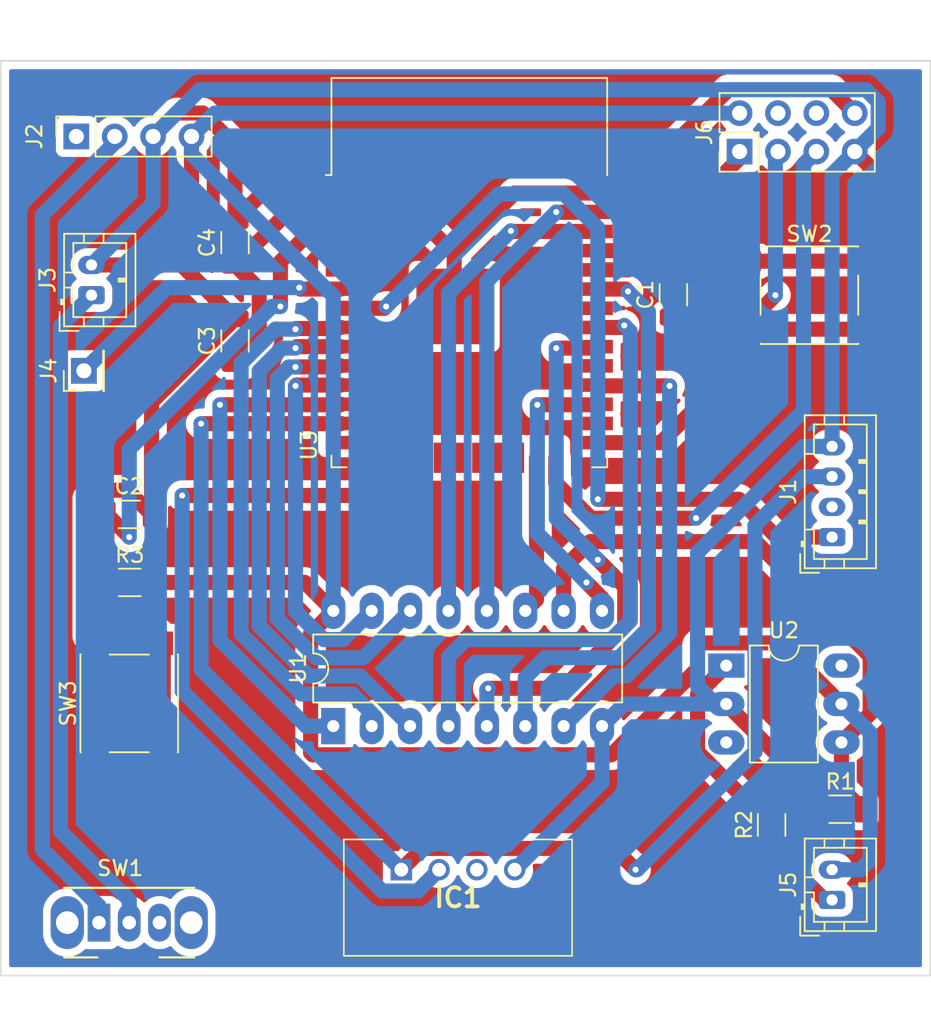
<source format=kicad_pcb>
(kicad_pcb (version 20171130) (host pcbnew "(5.1.7)-1")

  (general
    (thickness 1.6)
    (drawings 4)
    (tracks 280)
    (zones 0)
    (modules 20)
    (nets 50)
  )

  (page A4)
  (layers
    (0 F.Cu signal)
    (31 B.Cu signal)
    (33 F.Adhes user)
    (35 F.Paste user)
    (37 F.SilkS user)
    (38 B.Mask user)
    (39 F.Mask user)
    (40 Dwgs.User user)
    (41 Cmts.User user)
    (42 Eco1.User user)
    (43 Eco2.User user)
    (44 Edge.Cuts user)
    (45 Margin user)
    (46 B.CrtYd user)
    (47 F.CrtYd user)
    (49 F.Fab user hide)
  )

  (setup
    (last_trace_width 1)
    (user_trace_width 0.5)
    (user_trace_width 1)
    (trace_clearance 0.2)
    (zone_clearance 0.508)
    (zone_45_only no)
    (trace_min 0.5)
    (via_size 1.2)
    (via_drill 0.8)
    (via_min_size 0.4)
    (via_min_drill 0.3)
    (user_via 0.75 0.5)
    (user_via 1 0.5)
    (uvia_size 0.3)
    (uvia_drill 0.1)
    (uvias_allowed no)
    (uvia_min_size 0.2)
    (uvia_min_drill 0.1)
    (edge_width 0.1)
    (segment_width 0.2)
    (pcb_text_width 0.3)
    (pcb_text_size 1.5 1.5)
    (mod_edge_width 0.15)
    (mod_text_size 1 1)
    (mod_text_width 0.15)
    (pad_size 1.524 1.524)
    (pad_drill 0.762)
    (pad_to_mask_clearance 0)
    (aux_axis_origin 0 0)
    (visible_elements 7FFFFFFF)
    (pcbplotparams
      (layerselection 0x010fc_ffffffff)
      (usegerberextensions false)
      (usegerberattributes true)
      (usegerberadvancedattributes true)
      (creategerberjobfile true)
      (excludeedgelayer true)
      (linewidth 0.100000)
      (plotframeref false)
      (viasonmask false)
      (mode 1)
      (useauxorigin false)
      (hpglpennumber 1)
      (hpglpenspeed 20)
      (hpglpendiameter 15.000000)
      (psnegative false)
      (psa4output false)
      (plotreference true)
      (plotvalue true)
      (plotinvisibletext false)
      (padsonsilk false)
      (subtractmaskfromsilk false)
      (outputformat 1)
      (mirror false)
      (drillshape 1)
      (scaleselection 1)
      (outputdirectory ""))
  )

  (net 0 "")
  (net 1 GND)
  (net 2 /Microcontroller/EN)
  (net 3 /Microcontroller/IO0)
  (net 4 +3V3)
  (net 5 "Net-(IC1-Pad3)")
  (net 6 /DHT22_Data)
  (net 7 /Sound_Signal)
  (net 8 /Microcontroller/TXD0)
  (net 9 /Microcontroller/IO2)
  (net 10 /Microcontroller/RXD0)
  (net 11 /Vin_Buck)
  (net 12 /Microcontroller/IO23)
  (net 13 /Microcontroller/IO22)
  (net 14 /Microcontroller/IO19)
  (net 15 /Anemometer_Out)
  (net 16 /Microcontroller/IO5)
  (net 17 /Microcontroller/IO17)
  (net 18 /Microcontroller/IO16)
  (net 19 /Microcontroller/IO4)
  (net 20 /Microcontroller/IO12)
  (net 21 /Microcontroller/IO27)
  (net 22 /Microcontroller/IO26)
  (net 23 /Microcontroller/IO25)
  (net 24 /Microcontroller/IO33)
  (net 25 /Microcontroller/IO32)
  (net 26 /Microcontroller/SENSOR_VN)
  (net 27 /Microcontroller/SENSOR_VP)
  (net 28 "Net-(J3-Pad1)")
  (net 29 /supply_on)
  (net 30 "Net-(J1-Pad2)")
  (net 31 "Net-(J2-Pad1)")
  (net 32 /Battery_status)
  (net 33 /Opto_Anemometer_Out)
  (net 34 "Net-(R2-Pad2)")
  (net 35 "Net-(SW1-Pad3)")
  (net 36 /Microcontroller/I021)
  (net 37 /Microcontroller/IO18)
  (net 38 /reset_counter)
  (net 39 "Net-(U2-Pad6)")
  (net 40 "Net-(U2-Pad3)")
  (net 41 "Net-(U3-Pad32)")
  (net 42 "Net-(U3-Pad22)")
  (net 43 "Net-(U3-Pad21)")
  (net 44 "Net-(U3-Pad20)")
  (net 45 "Net-(U3-Pad19)")
  (net 46 "Net-(U3-Pad18)")
  (net 47 "Net-(U3-Pad17)")
  (net 48 "Net-(J6-Pad6)")
  (net 49 "Net-(J6-Pad4)")

  (net_class Default "This is the default net class."
    (clearance 0.2)
    (trace_width 1)
    (via_dia 1.2)
    (via_drill 0.8)
    (uvia_dia 0.3)
    (uvia_drill 0.1)
    (diff_pair_width 0.5)
    (diff_pair_gap 0.25)
    (add_net +3V3)
    (add_net /Anemometer_Out)
    (add_net /Battery_status)
    (add_net /DHT22_Data)
    (add_net /Microcontroller/EN)
    (add_net /Microcontroller/I021)
    (add_net /Microcontroller/IO0)
    (add_net /Microcontroller/IO12)
    (add_net /Microcontroller/IO16)
    (add_net /Microcontroller/IO17)
    (add_net /Microcontroller/IO18)
    (add_net /Microcontroller/IO19)
    (add_net /Microcontroller/IO2)
    (add_net /Microcontroller/IO22)
    (add_net /Microcontroller/IO23)
    (add_net /Microcontroller/IO25)
    (add_net /Microcontroller/IO26)
    (add_net /Microcontroller/IO27)
    (add_net /Microcontroller/IO32)
    (add_net /Microcontroller/IO33)
    (add_net /Microcontroller/IO4)
    (add_net /Microcontroller/IO5)
    (add_net /Microcontroller/RXD0)
    (add_net /Microcontroller/SENSOR_VN)
    (add_net /Microcontroller/SENSOR_VP)
    (add_net /Microcontroller/TXD0)
    (add_net /Opto_Anemometer_Out)
    (add_net /Sound_Signal)
    (add_net /Vin_Buck)
    (add_net /reset_counter)
    (add_net /supply_on)
    (add_net GND)
    (add_net "Net-(IC1-Pad3)")
    (add_net "Net-(J1-Pad2)")
    (add_net "Net-(J2-Pad1)")
    (add_net "Net-(J3-Pad1)")
    (add_net "Net-(J6-Pad4)")
    (add_net "Net-(J6-Pad6)")
    (add_net "Net-(R2-Pad2)")
    (add_net "Net-(SW1-Pad3)")
    (add_net "Net-(U2-Pad3)")
    (add_net "Net-(U2-Pad6)")
    (add_net "Net-(U3-Pad17)")
    (add_net "Net-(U3-Pad18)")
    (add_net "Net-(U3-Pad19)")
    (add_net "Net-(U3-Pad20)")
    (add_net "Net-(U3-Pad21)")
    (add_net "Net-(U3-Pad22)")
    (add_net "Net-(U3-Pad32)")
  )

  (module RF_Module:ESP32-WROOM-32 (layer F.Cu) (tedit 5B5B4654) (tstamp 5FCE931D)
    (at 132 79)
    (descr "Single 2.4 GHz Wi-Fi and Bluetooth combo chip https://www.espressif.com/sites/default/files/documentation/esp32-wroom-32_datasheet_en.pdf")
    (tags "Single 2.4 GHz Wi-Fi and Bluetooth combo  chip")
    (path /5F928E95/5F93B762)
    (attr smd)
    (fp_text reference U3 (at -10.61 8.43 90) (layer F.SilkS)
      (effects (font (size 1 1) (thickness 0.15)))
    )
    (fp_text value ESP32-WROOM-32 (at 0 11.5) (layer F.Fab)
      (effects (font (size 1 1) (thickness 0.15)))
    )
    (fp_text user "5 mm" (at 7.8 -19.075 90) (layer Cmts.User)
      (effects (font (size 0.5 0.5) (thickness 0.1)))
    )
    (fp_text user "5 mm" (at -11.2 -14.375) (layer Cmts.User)
      (effects (font (size 0.5 0.5) (thickness 0.1)))
    )
    (fp_text user "5 mm" (at 11.8 -14.375) (layer Cmts.User)
      (effects (font (size 0.5 0.5) (thickness 0.1)))
    )
    (fp_text user Antenna (at 0 -13) (layer Cmts.User)
      (effects (font (size 1 1) (thickness 0.15)))
    )
    (fp_text user "KEEP-OUT ZONE" (at 0 -19) (layer Cmts.User)
      (effects (font (size 1 1) (thickness 0.15)))
    )
    (fp_text user %R (at 0 0) (layer F.Fab)
      (effects (font (size 1 1) (thickness 0.15)))
    )
    (fp_line (start -14 -9.97) (end -14 -20.75) (layer Dwgs.User) (width 0.1))
    (fp_line (start 9 9.76) (end 9 -15.745) (layer F.Fab) (width 0.1))
    (fp_line (start -9 9.76) (end 9 9.76) (layer F.Fab) (width 0.1))
    (fp_line (start -9 -15.745) (end -9 -10.02) (layer F.Fab) (width 0.1))
    (fp_line (start -9 -15.745) (end 9 -15.745) (layer F.Fab) (width 0.1))
    (fp_line (start -9.75 10.5) (end -9.75 -9.72) (layer F.CrtYd) (width 0.05))
    (fp_line (start -9.75 10.5) (end 9.75 10.5) (layer F.CrtYd) (width 0.05))
    (fp_line (start 9.75 -9.72) (end 9.75 10.5) (layer F.CrtYd) (width 0.05))
    (fp_line (start -14.25 -21) (end 14.25 -21) (layer F.CrtYd) (width 0.05))
    (fp_line (start -9 -9.02) (end -9 9.76) (layer F.Fab) (width 0.1))
    (fp_line (start -8.5 -9.52) (end -9 -10.02) (layer F.Fab) (width 0.1))
    (fp_line (start -9 -9.02) (end -8.5 -9.52) (layer F.Fab) (width 0.1))
    (fp_line (start 14 -9.97) (end -14 -9.97) (layer Dwgs.User) (width 0.1))
    (fp_line (start 14 -9.97) (end 14 -20.75) (layer Dwgs.User) (width 0.1))
    (fp_line (start 14 -20.75) (end -14 -20.75) (layer Dwgs.User) (width 0.1))
    (fp_line (start -14.25 -21) (end -14.25 -9.72) (layer F.CrtYd) (width 0.05))
    (fp_line (start 14.25 -21) (end 14.25 -9.72) (layer F.CrtYd) (width 0.05))
    (fp_line (start -14.25 -9.72) (end -9.75 -9.72) (layer F.CrtYd) (width 0.05))
    (fp_line (start 9.75 -9.72) (end 14.25 -9.72) (layer F.CrtYd) (width 0.05))
    (fp_line (start -12.525 -20.75) (end -14 -19.66) (layer Dwgs.User) (width 0.1))
    (fp_line (start -10.525 -20.75) (end -14 -18.045) (layer Dwgs.User) (width 0.1))
    (fp_line (start -8.525 -20.75) (end -14 -16.43) (layer Dwgs.User) (width 0.1))
    (fp_line (start -6.525 -20.75) (end -14 -14.815) (layer Dwgs.User) (width 0.1))
    (fp_line (start -4.525 -20.75) (end -14 -13.2) (layer Dwgs.User) (width 0.1))
    (fp_line (start -2.525 -20.75) (end -14 -11.585) (layer Dwgs.User) (width 0.1))
    (fp_line (start -0.525 -20.75) (end -14 -9.97) (layer Dwgs.User) (width 0.1))
    (fp_line (start 1.475 -20.75) (end -12 -9.97) (layer Dwgs.User) (width 0.1))
    (fp_line (start 3.475 -20.75) (end -10 -9.97) (layer Dwgs.User) (width 0.1))
    (fp_line (start -8 -9.97) (end 5.475 -20.75) (layer Dwgs.User) (width 0.1))
    (fp_line (start 7.475 -20.75) (end -6 -9.97) (layer Dwgs.User) (width 0.1))
    (fp_line (start 9.475 -20.75) (end -4 -9.97) (layer Dwgs.User) (width 0.1))
    (fp_line (start 11.475 -20.75) (end -2 -9.97) (layer Dwgs.User) (width 0.1))
    (fp_line (start 13.475 -20.75) (end 0 -9.97) (layer Dwgs.User) (width 0.1))
    (fp_line (start 14 -19.66) (end 2 -9.97) (layer Dwgs.User) (width 0.1))
    (fp_line (start 14 -18.045) (end 4 -9.97) (layer Dwgs.User) (width 0.1))
    (fp_line (start 14 -16.43) (end 6 -9.97) (layer Dwgs.User) (width 0.1))
    (fp_line (start 14 -14.815) (end 8 -9.97) (layer Dwgs.User) (width 0.1))
    (fp_line (start 14 -13.2) (end 10 -9.97) (layer Dwgs.User) (width 0.1))
    (fp_line (start 14 -11.585) (end 12 -9.97) (layer Dwgs.User) (width 0.1))
    (fp_line (start 9.2 -13.875) (end 13.8 -13.875) (layer Cmts.User) (width 0.1))
    (fp_line (start 13.8 -13.875) (end 13.6 -14.075) (layer Cmts.User) (width 0.1))
    (fp_line (start 13.8 -13.875) (end 13.6 -13.675) (layer Cmts.User) (width 0.1))
    (fp_line (start 9.2 -13.875) (end 9.4 -14.075) (layer Cmts.User) (width 0.1))
    (fp_line (start 9.2 -13.875) (end 9.4 -13.675) (layer Cmts.User) (width 0.1))
    (fp_line (start -13.8 -13.875) (end -13.6 -14.075) (layer Cmts.User) (width 0.1))
    (fp_line (start -13.8 -13.875) (end -13.6 -13.675) (layer Cmts.User) (width 0.1))
    (fp_line (start -9.2 -13.875) (end -9.4 -13.675) (layer Cmts.User) (width 0.1))
    (fp_line (start -13.8 -13.875) (end -9.2 -13.875) (layer Cmts.User) (width 0.1))
    (fp_line (start -9.2 -13.875) (end -9.4 -14.075) (layer Cmts.User) (width 0.1))
    (fp_line (start 8.4 -16) (end 8.2 -16.2) (layer Cmts.User) (width 0.1))
    (fp_line (start 8.4 -16) (end 8.6 -16.2) (layer Cmts.User) (width 0.1))
    (fp_line (start 8.4 -20.6) (end 8.6 -20.4) (layer Cmts.User) (width 0.1))
    (fp_line (start 8.4 -16) (end 8.4 -20.6) (layer Cmts.User) (width 0.1))
    (fp_line (start 8.4 -20.6) (end 8.2 -20.4) (layer Cmts.User) (width 0.1))
    (fp_line (start -9.12 9.1) (end -9.12 9.88) (layer F.SilkS) (width 0.12))
    (fp_line (start -9.12 9.88) (end -8.12 9.88) (layer F.SilkS) (width 0.12))
    (fp_line (start 9.12 9.1) (end 9.12 9.88) (layer F.SilkS) (width 0.12))
    (fp_line (start 9.12 9.88) (end 8.12 9.88) (layer F.SilkS) (width 0.12))
    (fp_line (start -9.12 -15.865) (end 9.12 -15.865) (layer F.SilkS) (width 0.12))
    (fp_line (start 9.12 -15.865) (end 9.12 -9.445) (layer F.SilkS) (width 0.12))
    (fp_line (start -9.12 -15.865) (end -9.12 -9.445) (layer F.SilkS) (width 0.12))
    (fp_line (start -9.12 -9.445) (end -9.5 -9.445) (layer F.SilkS) (width 0.12))
    (pad 38 smd rect (at 8.5 -8.255) (size 2 0.9) (layers F.Cu F.Paste F.Mask)
      (net 1 GND))
    (pad 37 smd rect (at 8.5 -6.985) (size 2 0.9) (layers F.Cu F.Paste F.Mask)
      (net 12 /Microcontroller/IO23))
    (pad 36 smd rect (at 8.5 -5.715) (size 2 0.9) (layers F.Cu F.Paste F.Mask)
      (net 13 /Microcontroller/IO22))
    (pad 35 smd rect (at 8.5 -4.445) (size 2 0.9) (layers F.Cu F.Paste F.Mask)
      (net 8 /Microcontroller/TXD0))
    (pad 34 smd rect (at 8.5 -3.175) (size 2 0.9) (layers F.Cu F.Paste F.Mask)
      (net 10 /Microcontroller/RXD0))
    (pad 33 smd rect (at 8.5 -1.905) (size 2 0.9) (layers F.Cu F.Paste F.Mask)
      (net 36 /Microcontroller/I021))
    (pad 32 smd rect (at 8.5 -0.635) (size 2 0.9) (layers F.Cu F.Paste F.Mask)
      (net 41 "Net-(U3-Pad32)"))
    (pad 31 smd rect (at 8.5 0.635) (size 2 0.9) (layers F.Cu F.Paste F.Mask)
      (net 14 /Microcontroller/IO19))
    (pad 30 smd rect (at 8.5 1.905) (size 2 0.9) (layers F.Cu F.Paste F.Mask)
      (net 37 /Microcontroller/IO18))
    (pad 29 smd rect (at 8.5 3.175) (size 2 0.9) (layers F.Cu F.Paste F.Mask)
      (net 16 /Microcontroller/IO5))
    (pad 28 smd rect (at 8.5 4.445) (size 2 0.9) (layers F.Cu F.Paste F.Mask)
      (net 17 /Microcontroller/IO17))
    (pad 27 smd rect (at 8.5 5.715) (size 2 0.9) (layers F.Cu F.Paste F.Mask)
      (net 18 /Microcontroller/IO16))
    (pad 26 smd rect (at 8.5 6.985) (size 2 0.9) (layers F.Cu F.Paste F.Mask)
      (net 19 /Microcontroller/IO4))
    (pad 25 smd rect (at 8.5 8.255) (size 2 0.9) (layers F.Cu F.Paste F.Mask)
      (net 3 /Microcontroller/IO0))
    (pad 24 smd rect (at 5.715 9.255 90) (size 2 0.9) (layers F.Cu F.Paste F.Mask)
      (net 9 /Microcontroller/IO2))
    (pad 23 smd rect (at 4.445 9.255 90) (size 2 0.9) (layers F.Cu F.Paste F.Mask)
      (net 38 /reset_counter))
    (pad 22 smd rect (at 3.175 9.255 90) (size 2 0.9) (layers F.Cu F.Paste F.Mask)
      (net 42 "Net-(U3-Pad22)"))
    (pad 21 smd rect (at 1.905 9.255 90) (size 2 0.9) (layers F.Cu F.Paste F.Mask)
      (net 43 "Net-(U3-Pad21)"))
    (pad 20 smd rect (at 0.635 9.255 90) (size 2 0.9) (layers F.Cu F.Paste F.Mask)
      (net 44 "Net-(U3-Pad20)"))
    (pad 19 smd rect (at -0.635 9.255 90) (size 2 0.9) (layers F.Cu F.Paste F.Mask)
      (net 45 "Net-(U3-Pad19)"))
    (pad 18 smd rect (at -1.905 9.255 90) (size 2 0.9) (layers F.Cu F.Paste F.Mask)
      (net 46 "Net-(U3-Pad18)"))
    (pad 17 smd rect (at -3.175 9.255 90) (size 2 0.9) (layers F.Cu F.Paste F.Mask)
      (net 47 "Net-(U3-Pad17)"))
    (pad 16 smd rect (at -4.445 9.255 90) (size 2 0.9) (layers F.Cu F.Paste F.Mask)
      (net 6 /DHT22_Data))
    (pad 15 smd rect (at -5.715 9.255 90) (size 2 0.9) (layers F.Cu F.Paste F.Mask)
      (net 1 GND))
    (pad 14 smd rect (at -8.5 8.255) (size 2 0.9) (layers F.Cu F.Paste F.Mask)
      (net 20 /Microcontroller/IO12))
    (pad 13 smd rect (at -8.5 6.985) (size 2 0.9) (layers F.Cu F.Paste F.Mask)
      (net 29 /supply_on))
    (pad 12 smd rect (at -8.5 5.715) (size 2 0.9) (layers F.Cu F.Paste F.Mask)
      (net 21 /Microcontroller/IO27))
    (pad 11 smd rect (at -8.5 4.445) (size 2 0.9) (layers F.Cu F.Paste F.Mask)
      (net 22 /Microcontroller/IO26))
    (pad 10 smd rect (at -8.5 3.175) (size 2 0.9) (layers F.Cu F.Paste F.Mask)
      (net 23 /Microcontroller/IO25))
    (pad 9 smd rect (at -8.5 1.905) (size 2 0.9) (layers F.Cu F.Paste F.Mask)
      (net 24 /Microcontroller/IO33))
    (pad 8 smd rect (at -8.5 0.635) (size 2 0.9) (layers F.Cu F.Paste F.Mask)
      (net 25 /Microcontroller/IO32))
    (pad 7 smd rect (at -8.5 -0.635) (size 2 0.9) (layers F.Cu F.Paste F.Mask)
      (net 7 /Sound_Signal))
    (pad 6 smd rect (at -8.5 -1.905) (size 2 0.9) (layers F.Cu F.Paste F.Mask)
      (net 32 /Battery_status))
    (pad 5 smd rect (at -8.5 -3.175) (size 2 0.9) (layers F.Cu F.Paste F.Mask)
      (net 26 /Microcontroller/SENSOR_VN))
    (pad 4 smd rect (at -8.5 -4.445) (size 2 0.9) (layers F.Cu F.Paste F.Mask)
      (net 27 /Microcontroller/SENSOR_VP))
    (pad 3 smd rect (at -8.5 -5.715) (size 2 0.9) (layers F.Cu F.Paste F.Mask)
      (net 2 /Microcontroller/EN))
    (pad 2 smd rect (at -8.5 -6.985) (size 2 0.9) (layers F.Cu F.Paste F.Mask)
      (net 4 +3V3))
    (pad 1 smd rect (at -8.5 -8.255) (size 2 0.9) (layers F.Cu F.Paste F.Mask)
      (net 1 GND))
    (pad 39 smd rect (at -1 -0.755) (size 5 5) (layers F.Cu F.Paste F.Mask)
      (net 1 GND))
    (model ${KISYS3DMOD}/RF_Module.3dshapes/ESP32-WROOM-32.wrl
      (at (xyz 0 0 0))
      (scale (xyz 1 1 1))
      (rotate (xyz 0 0 0))
    )
  )

  (module Package_DIP:DIP-6_W7.62mm_LongPads (layer F.Cu) (tedit 5A02E8C5) (tstamp 5FCE9CEA)
    (at 149 102)
    (descr "6-lead though-hole mounted DIP package, row spacing 7.62 mm (300 mils), LongPads")
    (tags "THT DIP DIL PDIP 2.54mm 7.62mm 300mil LongPads")
    (path /5FC7ABC6)
    (fp_text reference U2 (at 3.81 -2.33) (layer F.SilkS)
      (effects (font (size 1 1) (thickness 0.15)))
    )
    (fp_text value 4N25 (at 3.81 7.41) (layer F.Fab)
      (effects (font (size 1 1) (thickness 0.15)))
    )
    (fp_text user %R (at 3.81 2.54) (layer F.Fab)
      (effects (font (size 1 1) (thickness 0.15)))
    )
    (fp_arc (start 3.81 -1.33) (end 2.81 -1.33) (angle -180) (layer F.SilkS) (width 0.12))
    (fp_line (start 1.635 -1.27) (end 6.985 -1.27) (layer F.Fab) (width 0.1))
    (fp_line (start 6.985 -1.27) (end 6.985 6.35) (layer F.Fab) (width 0.1))
    (fp_line (start 6.985 6.35) (end 0.635 6.35) (layer F.Fab) (width 0.1))
    (fp_line (start 0.635 6.35) (end 0.635 -0.27) (layer F.Fab) (width 0.1))
    (fp_line (start 0.635 -0.27) (end 1.635 -1.27) (layer F.Fab) (width 0.1))
    (fp_line (start 2.81 -1.33) (end 1.56 -1.33) (layer F.SilkS) (width 0.12))
    (fp_line (start 1.56 -1.33) (end 1.56 6.41) (layer F.SilkS) (width 0.12))
    (fp_line (start 1.56 6.41) (end 6.06 6.41) (layer F.SilkS) (width 0.12))
    (fp_line (start 6.06 6.41) (end 6.06 -1.33) (layer F.SilkS) (width 0.12))
    (fp_line (start 6.06 -1.33) (end 4.81 -1.33) (layer F.SilkS) (width 0.12))
    (fp_line (start -1.45 -1.55) (end -1.45 6.6) (layer F.CrtYd) (width 0.05))
    (fp_line (start -1.45 6.6) (end 9.1 6.6) (layer F.CrtYd) (width 0.05))
    (fp_line (start 9.1 6.6) (end 9.1 -1.55) (layer F.CrtYd) (width 0.05))
    (fp_line (start 9.1 -1.55) (end -1.45 -1.55) (layer F.CrtYd) (width 0.05))
    (pad 6 thru_hole oval (at 7.62 0) (size 2.4 1.6) (drill 0.8) (layers *.Cu *.Mask)
      (net 39 "Net-(U2-Pad6)"))
    (pad 3 thru_hole oval (at 0 5.08) (size 2.4 1.6) (drill 0.8) (layers *.Cu *.Mask)
      (net 40 "Net-(U2-Pad3)"))
    (pad 5 thru_hole oval (at 7.62 2.54) (size 2.4 1.6) (drill 0.8) (layers *.Cu *.Mask)
      (net 4 +3V3))
    (pad 2 thru_hole oval (at 0 2.54) (size 2.4 1.6) (drill 0.8) (layers *.Cu *.Mask)
      (net 1 GND))
    (pad 4 thru_hole oval (at 7.62 5.08) (size 2.4 1.6) (drill 0.8) (layers *.Cu *.Mask)
      (net 33 /Opto_Anemometer_Out))
    (pad 1 thru_hole rect (at 0 0) (size 2.4 1.6) (drill 0.8) (layers *.Cu *.Mask)
      (net 34 "Net-(R2-Pad2)"))
    (model ${KISYS3DMOD}/Package_DIP.3dshapes/DIP-6_W7.62mm.wrl
      (at (xyz 0 0 0))
      (scale (xyz 1 1 1))
      (rotate (xyz 0 0 0))
    )
  )

  (module Package_DIP:DIP-16_W7.62mm_LongPads (layer F.Cu) (tedit 5A02E8C5) (tstamp 5FCE9294)
    (at 123 106 90)
    (descr "16-lead though-hole mounted DIP package, row spacing 7.62 mm (300 mils), LongPads")
    (tags "THT DIP DIL PDIP 2.54mm 7.62mm 300mil LongPads")
    (path /5FCB685F)
    (fp_text reference U1 (at 3.81 -2.33 90) (layer F.SilkS)
      (effects (font (size 1 1) (thickness 0.15)))
    )
    (fp_text value 4020 (at 3.81 20.11 90) (layer F.Fab)
      (effects (font (size 1 1) (thickness 0.15)))
    )
    (fp_text user %R (at 3.81 8.89 90) (layer F.Fab)
      (effects (font (size 1 1) (thickness 0.15)))
    )
    (fp_arc (start 3.81 -1.33) (end 2.81 -1.33) (angle -180) (layer F.SilkS) (width 0.12))
    (fp_line (start 1.635 -1.27) (end 6.985 -1.27) (layer F.Fab) (width 0.1))
    (fp_line (start 6.985 -1.27) (end 6.985 19.05) (layer F.Fab) (width 0.1))
    (fp_line (start 6.985 19.05) (end 0.635 19.05) (layer F.Fab) (width 0.1))
    (fp_line (start 0.635 19.05) (end 0.635 -0.27) (layer F.Fab) (width 0.1))
    (fp_line (start 0.635 -0.27) (end 1.635 -1.27) (layer F.Fab) (width 0.1))
    (fp_line (start 2.81 -1.33) (end 1.56 -1.33) (layer F.SilkS) (width 0.12))
    (fp_line (start 1.56 -1.33) (end 1.56 19.11) (layer F.SilkS) (width 0.12))
    (fp_line (start 1.56 19.11) (end 6.06 19.11) (layer F.SilkS) (width 0.12))
    (fp_line (start 6.06 19.11) (end 6.06 -1.33) (layer F.SilkS) (width 0.12))
    (fp_line (start 6.06 -1.33) (end 4.81 -1.33) (layer F.SilkS) (width 0.12))
    (fp_line (start -1.45 -1.55) (end -1.45 19.3) (layer F.CrtYd) (width 0.05))
    (fp_line (start -1.45 19.3) (end 9.1 19.3) (layer F.CrtYd) (width 0.05))
    (fp_line (start 9.1 19.3) (end 9.1 -1.55) (layer F.CrtYd) (width 0.05))
    (fp_line (start 9.1 -1.55) (end -1.45 -1.55) (layer F.CrtYd) (width 0.05))
    (pad 16 thru_hole oval (at 7.62 0 90) (size 2.4 1.6) (drill 0.8) (layers *.Cu *.Mask)
      (net 4 +3V3))
    (pad 8 thru_hole oval (at 0 17.78 90) (size 2.4 1.6) (drill 0.8) (layers *.Cu *.Mask)
      (net 1 GND))
    (pad 15 thru_hole oval (at 7.62 2.54 90) (size 2.4 1.6) (drill 0.8) (layers *.Cu *.Mask)
      (net 22 /Microcontroller/IO26))
    (pad 7 thru_hole oval (at 0 15.24 90) (size 2.4 1.6) (drill 0.8) (layers *.Cu *.Mask)
      (net 17 /Microcontroller/IO17))
    (pad 14 thru_hole oval (at 7.62 5.08 90) (size 2.4 1.6) (drill 0.8) (layers *.Cu *.Mask)
      (net 23 /Microcontroller/IO25))
    (pad 6 thru_hole oval (at 0 12.7 90) (size 2.4 1.6) (drill 0.8) (layers *.Cu *.Mask)
      (net 36 /Microcontroller/I021))
    (pad 13 thru_hole oval (at 7.62 7.62 90) (size 2.4 1.6) (drill 0.8) (layers *.Cu *.Mask)
      (net 13 /Microcontroller/IO22))
    (pad 5 thru_hole oval (at 0 10.16 90) (size 2.4 1.6) (drill 0.8) (layers *.Cu *.Mask)
      (net 37 /Microcontroller/IO18))
    (pad 12 thru_hole oval (at 7.62 10.16 90) (size 2.4 1.6) (drill 0.8) (layers *.Cu *.Mask)
      (net 12 /Microcontroller/IO23))
    (pad 4 thru_hole oval (at 0 7.62 90) (size 2.4 1.6) (drill 0.8) (layers *.Cu *.Mask)
      (net 14 /Microcontroller/IO19))
    (pad 11 thru_hole oval (at 7.62 12.7 90) (size 2.4 1.6) (drill 0.8) (layers *.Cu *.Mask)
      (net 38 /reset_counter))
    (pad 3 thru_hole oval (at 0 5.08 90) (size 2.4 1.6) (drill 0.8) (layers *.Cu *.Mask)
      (net 24 /Microcontroller/IO33))
    (pad 10 thru_hole oval (at 7.62 15.24 90) (size 2.4 1.6) (drill 0.8) (layers *.Cu *.Mask)
      (net 33 /Opto_Anemometer_Out))
    (pad 2 thru_hole oval (at 0 2.54 90) (size 2.4 1.6) (drill 0.8) (layers *.Cu *.Mask)
      (net 25 /Microcontroller/IO32))
    (pad 9 thru_hole oval (at 7.62 17.78 90) (size 2.4 1.6) (drill 0.8) (layers *.Cu *.Mask)
      (net 18 /Microcontroller/IO16))
    (pad 1 thru_hole rect (at 0 0 90) (size 2.4 1.6) (drill 0.8) (layers *.Cu *.Mask)
      (net 21 /Microcontroller/IO27))
    (model ${KISYS3DMOD}/Package_DIP.3dshapes/DIP-16_W7.62mm.wrl
      (at (xyz 0 0 0))
      (scale (xyz 1 1 1))
      (rotate (xyz 0 0 0))
    )
  )

  (module Button_Switch_SMD:SW_SPST_PTS645 (layer F.Cu) (tedit 5A02FC95) (tstamp 5FCEBE18)
    (at 109.5 104.5 90)
    (descr "C&K Components SPST SMD PTS645 Series 6mm Tact Switch")
    (tags "SPST Button Switch")
    (path /5F928E95/5F960D3E)
    (attr smd)
    (fp_text reference SW3 (at 0 -4.05 90) (layer F.SilkS)
      (effects (font (size 1 1) (thickness 0.15)))
    )
    (fp_text value RESET (at 0 4.15 90) (layer F.Fab)
      (effects (font (size 1 1) (thickness 0.15)))
    )
    (fp_text user %R (at 0 -4.05 90) (layer F.Fab)
      (effects (font (size 1 1) (thickness 0.15)))
    )
    (fp_line (start -3 -3) (end -3 3) (layer F.Fab) (width 0.1))
    (fp_line (start -3 3) (end 3 3) (layer F.Fab) (width 0.1))
    (fp_line (start 3 3) (end 3 -3) (layer F.Fab) (width 0.1))
    (fp_line (start 3 -3) (end -3 -3) (layer F.Fab) (width 0.1))
    (fp_line (start 5.05 3.4) (end 5.05 -3.4) (layer F.CrtYd) (width 0.05))
    (fp_line (start -5.05 -3.4) (end -5.05 3.4) (layer F.CrtYd) (width 0.05))
    (fp_line (start -5.05 3.4) (end 5.05 3.4) (layer F.CrtYd) (width 0.05))
    (fp_line (start -5.05 -3.4) (end 5.05 -3.4) (layer F.CrtYd) (width 0.05))
    (fp_line (start 3.23 -3.23) (end 3.23 -3.2) (layer F.SilkS) (width 0.12))
    (fp_line (start 3.23 3.23) (end 3.23 3.2) (layer F.SilkS) (width 0.12))
    (fp_line (start -3.23 3.23) (end -3.23 3.2) (layer F.SilkS) (width 0.12))
    (fp_line (start -3.23 -3.2) (end -3.23 -3.23) (layer F.SilkS) (width 0.12))
    (fp_line (start 3.23 -1.3) (end 3.23 1.3) (layer F.SilkS) (width 0.12))
    (fp_line (start -3.23 -3.23) (end 3.23 -3.23) (layer F.SilkS) (width 0.12))
    (fp_line (start -3.23 -1.3) (end -3.23 1.3) (layer F.SilkS) (width 0.12))
    (fp_line (start -3.23 3.23) (end 3.23 3.23) (layer F.SilkS) (width 0.12))
    (fp_circle (center 0 0) (end 1.75 -0.05) (layer F.Fab) (width 0.1))
    (pad 2 smd rect (at 3.98 2.25 90) (size 1.55 1.3) (layers F.Cu F.Paste F.Mask)
      (net 2 /Microcontroller/EN))
    (pad 1 smd rect (at 3.98 -2.25 90) (size 1.55 1.3) (layers F.Cu F.Paste F.Mask)
      (net 1 GND))
    (pad 1 smd rect (at -3.98 -2.25 90) (size 1.55 1.3) (layers F.Cu F.Paste F.Mask)
      (net 1 GND))
    (pad 2 smd rect (at -3.98 2.25 90) (size 1.55 1.3) (layers F.Cu F.Paste F.Mask)
      (net 2 /Microcontroller/EN))
    (model ${KISYS3DMOD}/Button_Switch_SMD.3dshapes/SW_SPST_PTS645.wrl
      (at (xyz 0 0 0))
      (scale (xyz 1 1 1))
      (rotate (xyz 0 0 0))
    )
  )

  (module Button_Switch_SMD:SW_SPST_PTS645 (layer F.Cu) (tedit 5A02FC95) (tstamp 5FCE9256)
    (at 154.5 77.5)
    (descr "C&K Components SPST SMD PTS645 Series 6mm Tact Switch")
    (tags "SPST Button Switch")
    (path /5F928E95/5F9596F6)
    (attr smd)
    (fp_text reference SW2 (at 0 -4.05) (layer F.SilkS)
      (effects (font (size 1 1) (thickness 0.15)))
    )
    (fp_text value BOOT (at 0 4.15) (layer F.Fab)
      (effects (font (size 1 1) (thickness 0.15)))
    )
    (fp_text user %R (at 0 -4.05) (layer F.Fab)
      (effects (font (size 1 1) (thickness 0.15)))
    )
    (fp_line (start -3 -3) (end -3 3) (layer F.Fab) (width 0.1))
    (fp_line (start -3 3) (end 3 3) (layer F.Fab) (width 0.1))
    (fp_line (start 3 3) (end 3 -3) (layer F.Fab) (width 0.1))
    (fp_line (start 3 -3) (end -3 -3) (layer F.Fab) (width 0.1))
    (fp_line (start 5.05 3.4) (end 5.05 -3.4) (layer F.CrtYd) (width 0.05))
    (fp_line (start -5.05 -3.4) (end -5.05 3.4) (layer F.CrtYd) (width 0.05))
    (fp_line (start -5.05 3.4) (end 5.05 3.4) (layer F.CrtYd) (width 0.05))
    (fp_line (start -5.05 -3.4) (end 5.05 -3.4) (layer F.CrtYd) (width 0.05))
    (fp_line (start 3.23 -3.23) (end 3.23 -3.2) (layer F.SilkS) (width 0.12))
    (fp_line (start 3.23 3.23) (end 3.23 3.2) (layer F.SilkS) (width 0.12))
    (fp_line (start -3.23 3.23) (end -3.23 3.2) (layer F.SilkS) (width 0.12))
    (fp_line (start -3.23 -3.2) (end -3.23 -3.23) (layer F.SilkS) (width 0.12))
    (fp_line (start 3.23 -1.3) (end 3.23 1.3) (layer F.SilkS) (width 0.12))
    (fp_line (start -3.23 -3.23) (end 3.23 -3.23) (layer F.SilkS) (width 0.12))
    (fp_line (start -3.23 -1.3) (end -3.23 1.3) (layer F.SilkS) (width 0.12))
    (fp_line (start -3.23 3.23) (end 3.23 3.23) (layer F.SilkS) (width 0.12))
    (fp_circle (center 0 0) (end 1.75 -0.05) (layer F.Fab) (width 0.1))
    (pad 2 smd rect (at 3.98 2.25) (size 1.55 1.3) (layers F.Cu F.Paste F.Mask)
      (net 3 /Microcontroller/IO0))
    (pad 1 smd rect (at 3.98 -2.25) (size 1.55 1.3) (layers F.Cu F.Paste F.Mask)
      (net 1 GND))
    (pad 1 smd rect (at -3.98 -2.25) (size 1.55 1.3) (layers F.Cu F.Paste F.Mask)
      (net 1 GND))
    (pad 2 smd rect (at -3.98 2.25) (size 1.55 1.3) (layers F.Cu F.Paste F.Mask)
      (net 3 /Microcontroller/IO0))
    (model ${KISYS3DMOD}/Button_Switch_SMD.3dshapes/SW_SPST_PTS645.wrl
      (at (xyz 0 0 0))
      (scale (xyz 1 1 1))
      (rotate (xyz 0 0 0))
    )
  )

  (module Button_Switch_THT:SW_CuK_OS102011MA1QN1_SPDT_Angled (layer F.Cu) (tedit 5A02FE31) (tstamp 5FCE923C)
    (at 107.5 119)
    (descr "CuK miniature slide switch, OS series, SPDT, right angle, http://www.ckswitches.com/media/1428/os.pdf")
    (tags "switch SPDT")
    (path /5FCD21D1)
    (fp_text reference SW1 (at 1.4 -3.6) (layer F.SilkS)
      (effects (font (size 1 1) (thickness 0.15)))
    )
    (fp_text value SW_SPDT (at 1.7 7.7) (layer F.Fab)
      (effects (font (size 1 1) (thickness 0.15)))
    )
    (fp_text user %R (at 2.3 1.7) (layer F.Fab)
      (effects (font (size 0.5 0.5) (thickness 0.1)))
    )
    (fp_line (start -2.3 -2.2) (end 6.3 -2.2) (layer F.Fab) (width 0.1))
    (fp_line (start -2.3 -2.2) (end -2.3 2.2) (layer F.Fab) (width 0.1))
    (fp_line (start -2.3 2.2) (end 6.3 2.2) (layer F.Fab) (width 0.1))
    (fp_line (start 6.3 2.2) (end 6.3 -2.2) (layer F.Fab) (width 0.1))
    (fp_line (start 2 2.2) (end 2 6.2) (layer F.Fab) (width 0.1))
    (fp_line (start 2 6.2) (end 0 6.2) (layer F.Fab) (width 0.1))
    (fp_line (start 0 6.2) (end 0 2.2) (layer F.Fab) (width 0.1))
    (fp_line (start -2.3 -2.3) (end 6.3 -2.3) (layer F.SilkS) (width 0.15))
    (fp_line (start -2.3 2.3) (end -0.1 2.3) (layer F.SilkS) (width 0.15))
    (fp_line (start 4 2.3) (end 6.3 2.3) (layer F.SilkS) (width 0.15))
    (fp_line (start 7.7 -2.7) (end 7.7 6.7) (layer F.CrtYd) (width 0.05))
    (fp_line (start 7.7 6.7) (end -3.7 6.7) (layer F.CrtYd) (width 0.05))
    (fp_line (start -3.7 6.7) (end -3.7 -2.7) (layer F.CrtYd) (width 0.05))
    (fp_line (start -3.7 -2.7) (end 7.7 -2.7) (layer F.CrtYd) (width 0.05))
    (pad "" thru_hole oval (at 6.1 0) (size 2.2 3.5) (drill 1.5) (layers *.Cu *.Mask))
    (pad "" thru_hole oval (at -2.1 0) (size 2.2 3.5) (drill 1.5) (layers *.Cu *.Mask))
    (pad 3 thru_hole oval (at 4 0) (size 1.5 2.5) (drill 0.9) (layers *.Cu *.Mask)
      (net 35 "Net-(SW1-Pad3)"))
    (pad 2 thru_hole oval (at 2 0) (size 1.5 2.5) (drill 0.9) (layers *.Cu *.Mask)
      (net 28 "Net-(J3-Pad1)"))
    (pad 1 thru_hole rect (at 0 0) (size 1.5 2.5) (drill 0.9) (layers *.Cu *.Mask)
      (net 11 /Vin_Buck))
    (model ${KISYS3DMOD}/Button_Switch_THT.3dshapes/SW_CuK_OS102011MA1QN1_SPDT_Angled.wrl
      (at (xyz 0 0 0))
      (scale (xyz 1 1 1))
      (rotate (xyz 0 0 0))
    )
  )

  (module Resistor_SMD:R_1206_3216Metric (layer F.Cu) (tedit 5F68FEEE) (tstamp 5FCE9224)
    (at 109.5375 96.5)
    (descr "Resistor SMD 1206 (3216 Metric), square (rectangular) end terminal, IPC_7351 nominal, (Body size source: IPC-SM-782 page 72, https://www.pcb-3d.com/wordpress/wp-content/uploads/ipc-sm-782a_amendment_1_and_2.pdf), generated with kicad-footprint-generator")
    (tags resistor)
    (path /5F928E95/5F94208F)
    (attr smd)
    (fp_text reference R3 (at 0 -1.82) (layer F.SilkS)
      (effects (font (size 1 1) (thickness 0.15)))
    )
    (fp_text value 10kR (at 0 1.82) (layer F.Fab)
      (effects (font (size 1 1) (thickness 0.15)))
    )
    (fp_text user %R (at 0 0) (layer F.Fab)
      (effects (font (size 0.8 0.8) (thickness 0.12)))
    )
    (fp_line (start -1.6 0.8) (end -1.6 -0.8) (layer F.Fab) (width 0.1))
    (fp_line (start -1.6 -0.8) (end 1.6 -0.8) (layer F.Fab) (width 0.1))
    (fp_line (start 1.6 -0.8) (end 1.6 0.8) (layer F.Fab) (width 0.1))
    (fp_line (start 1.6 0.8) (end -1.6 0.8) (layer F.Fab) (width 0.1))
    (fp_line (start -0.727064 -0.91) (end 0.727064 -0.91) (layer F.SilkS) (width 0.12))
    (fp_line (start -0.727064 0.91) (end 0.727064 0.91) (layer F.SilkS) (width 0.12))
    (fp_line (start -2.28 1.12) (end -2.28 -1.12) (layer F.CrtYd) (width 0.05))
    (fp_line (start -2.28 -1.12) (end 2.28 -1.12) (layer F.CrtYd) (width 0.05))
    (fp_line (start 2.28 -1.12) (end 2.28 1.12) (layer F.CrtYd) (width 0.05))
    (fp_line (start 2.28 1.12) (end -2.28 1.12) (layer F.CrtYd) (width 0.05))
    (pad 2 smd roundrect (at 1.4625 0) (size 1.125 1.75) (layers F.Cu F.Paste F.Mask) (roundrect_rratio 0.222222)
      (net 4 +3V3))
    (pad 1 smd roundrect (at -1.4625 0) (size 1.125 1.75) (layers F.Cu F.Paste F.Mask) (roundrect_rratio 0.222222)
      (net 2 /Microcontroller/EN))
    (model ${KISYS3DMOD}/Resistor_SMD.3dshapes/R_1206_3216Metric.wrl
      (at (xyz 0 0 0))
      (scale (xyz 1 1 1))
      (rotate (xyz 0 0 0))
    )
  )

  (module Resistor_SMD:R_1206_3216Metric (layer F.Cu) (tedit 5F68FEEE) (tstamp 5FCE9213)
    (at 152 112.5375 90)
    (descr "Resistor SMD 1206 (3216 Metric), square (rectangular) end terminal, IPC_7351 nominal, (Body size source: IPC-SM-782 page 72, https://www.pcb-3d.com/wordpress/wp-content/uploads/ipc-sm-782a_amendment_1_and_2.pdf), generated with kicad-footprint-generator")
    (tags resistor)
    (path /5FCA1125)
    (attr smd)
    (fp_text reference R2 (at 0 -1.82 90) (layer F.SilkS)
      (effects (font (size 1 1) (thickness 0.15)))
    )
    (fp_text value 620 (at 0 1.82 90) (layer F.Fab)
      (effects (font (size 1 1) (thickness 0.15)))
    )
    (fp_text user %R (at 0 0 90) (layer F.Fab)
      (effects (font (size 0.8 0.8) (thickness 0.12)))
    )
    (fp_line (start -1.6 0.8) (end -1.6 -0.8) (layer F.Fab) (width 0.1))
    (fp_line (start -1.6 -0.8) (end 1.6 -0.8) (layer F.Fab) (width 0.1))
    (fp_line (start 1.6 -0.8) (end 1.6 0.8) (layer F.Fab) (width 0.1))
    (fp_line (start 1.6 0.8) (end -1.6 0.8) (layer F.Fab) (width 0.1))
    (fp_line (start -0.727064 -0.91) (end 0.727064 -0.91) (layer F.SilkS) (width 0.12))
    (fp_line (start -0.727064 0.91) (end 0.727064 0.91) (layer F.SilkS) (width 0.12))
    (fp_line (start -2.28 1.12) (end -2.28 -1.12) (layer F.CrtYd) (width 0.05))
    (fp_line (start -2.28 -1.12) (end 2.28 -1.12) (layer F.CrtYd) (width 0.05))
    (fp_line (start 2.28 -1.12) (end 2.28 1.12) (layer F.CrtYd) (width 0.05))
    (fp_line (start 2.28 1.12) (end -2.28 1.12) (layer F.CrtYd) (width 0.05))
    (pad 2 smd roundrect (at 1.4625 0 90) (size 1.125 1.75) (layers F.Cu F.Paste F.Mask) (roundrect_rratio 0.222222)
      (net 34 "Net-(R2-Pad2)"))
    (pad 1 smd roundrect (at -1.4625 0 90) (size 1.125 1.75) (layers F.Cu F.Paste F.Mask) (roundrect_rratio 0.222222)
      (net 15 /Anemometer_Out))
    (model ${KISYS3DMOD}/Resistor_SMD.3dshapes/R_1206_3216Metric.wrl
      (at (xyz 0 0 0))
      (scale (xyz 1 1 1))
      (rotate (xyz 0 0 0))
    )
  )

  (module Resistor_SMD:R_1206_3216Metric (layer F.Cu) (tedit 5F68FEEE) (tstamp 5FCE9202)
    (at 156.5375 111.5)
    (descr "Resistor SMD 1206 (3216 Metric), square (rectangular) end terminal, IPC_7351 nominal, (Body size source: IPC-SM-782 page 72, https://www.pcb-3d.com/wordpress/wp-content/uploads/ipc-sm-782a_amendment_1_and_2.pdf), generated with kicad-footprint-generator")
    (tags resistor)
    (path /5FCAD4DB)
    (attr smd)
    (fp_text reference R1 (at 0 -1.82) (layer F.SilkS)
      (effects (font (size 1 1) (thickness 0.15)))
    )
    (fp_text value 10k (at 0 1.82) (layer F.Fab)
      (effects (font (size 1 1) (thickness 0.15)))
    )
    (fp_text user %R (at 0 0) (layer F.Fab)
      (effects (font (size 0.8 0.8) (thickness 0.12)))
    )
    (fp_line (start -1.6 0.8) (end -1.6 -0.8) (layer F.Fab) (width 0.1))
    (fp_line (start -1.6 -0.8) (end 1.6 -0.8) (layer F.Fab) (width 0.1))
    (fp_line (start 1.6 -0.8) (end 1.6 0.8) (layer F.Fab) (width 0.1))
    (fp_line (start 1.6 0.8) (end -1.6 0.8) (layer F.Fab) (width 0.1))
    (fp_line (start -0.727064 -0.91) (end 0.727064 -0.91) (layer F.SilkS) (width 0.12))
    (fp_line (start -0.727064 0.91) (end 0.727064 0.91) (layer F.SilkS) (width 0.12))
    (fp_line (start -2.28 1.12) (end -2.28 -1.12) (layer F.CrtYd) (width 0.05))
    (fp_line (start -2.28 -1.12) (end 2.28 -1.12) (layer F.CrtYd) (width 0.05))
    (fp_line (start 2.28 -1.12) (end 2.28 1.12) (layer F.CrtYd) (width 0.05))
    (fp_line (start 2.28 1.12) (end -2.28 1.12) (layer F.CrtYd) (width 0.05))
    (pad 2 smd roundrect (at 1.4625 0) (size 1.125 1.75) (layers F.Cu F.Paste F.Mask) (roundrect_rratio 0.222222)
      (net 33 /Opto_Anemometer_Out))
    (pad 1 smd roundrect (at -1.4625 0) (size 1.125 1.75) (layers F.Cu F.Paste F.Mask) (roundrect_rratio 0.222222)
      (net 1 GND))
    (model ${KISYS3DMOD}/Resistor_SMD.3dshapes/R_1206_3216Metric.wrl
      (at (xyz 0 0 0))
      (scale (xyz 1 1 1))
      (rotate (xyz 0 0 0))
    )
  )

  (module Connector_PinHeader_2.54mm:PinHeader_2x04_P2.54mm_Vertical (layer F.Cu) (tedit 59FED5CC) (tstamp 5FCE9786)
    (at 149.88 68 90)
    (descr "Through hole straight pin header, 2x04, 2.54mm pitch, double rows")
    (tags "Through hole pin header THT 2x04 2.54mm double row")
    (path /5F928E95/5FC4BA04)
    (fp_text reference J6 (at 1.27 -2.33 90) (layer F.SilkS)
      (effects (font (size 1 1) (thickness 0.15)))
    )
    (fp_text value Conn_02x04_Odd_Even (at 1.27 9.95 90) (layer F.Fab)
      (effects (font (size 1 1) (thickness 0.15)))
    )
    (fp_text user %R (at 1.27 3.81) (layer F.Fab)
      (effects (font (size 1 1) (thickness 0.15)))
    )
    (fp_line (start 0 -1.27) (end 3.81 -1.27) (layer F.Fab) (width 0.1))
    (fp_line (start 3.81 -1.27) (end 3.81 8.89) (layer F.Fab) (width 0.1))
    (fp_line (start 3.81 8.89) (end -1.27 8.89) (layer F.Fab) (width 0.1))
    (fp_line (start -1.27 8.89) (end -1.27 0) (layer F.Fab) (width 0.1))
    (fp_line (start -1.27 0) (end 0 -1.27) (layer F.Fab) (width 0.1))
    (fp_line (start -1.33 8.95) (end 3.87 8.95) (layer F.SilkS) (width 0.12))
    (fp_line (start -1.33 1.27) (end -1.33 8.95) (layer F.SilkS) (width 0.12))
    (fp_line (start 3.87 -1.33) (end 3.87 8.95) (layer F.SilkS) (width 0.12))
    (fp_line (start -1.33 1.27) (end 1.27 1.27) (layer F.SilkS) (width 0.12))
    (fp_line (start 1.27 1.27) (end 1.27 -1.33) (layer F.SilkS) (width 0.12))
    (fp_line (start 1.27 -1.33) (end 3.87 -1.33) (layer F.SilkS) (width 0.12))
    (fp_line (start -1.33 0) (end -1.33 -1.33) (layer F.SilkS) (width 0.12))
    (fp_line (start -1.33 -1.33) (end 0 -1.33) (layer F.SilkS) (width 0.12))
    (fp_line (start -1.8 -1.8) (end -1.8 9.4) (layer F.CrtYd) (width 0.05))
    (fp_line (start -1.8 9.4) (end 4.35 9.4) (layer F.CrtYd) (width 0.05))
    (fp_line (start 4.35 9.4) (end 4.35 -1.8) (layer F.CrtYd) (width 0.05))
    (fp_line (start 4.35 -1.8) (end -1.8 -1.8) (layer F.CrtYd) (width 0.05))
    (pad 8 thru_hole oval (at 2.54 7.62 90) (size 1.7 1.7) (drill 1) (layers *.Cu *.Mask)
      (net 8 /Microcontroller/TXD0))
    (pad 7 thru_hole oval (at 0 7.62 90) (size 1.7 1.7) (drill 1) (layers *.Cu *.Mask)
      (net 1 GND))
    (pad 6 thru_hole oval (at 2.54 5.08 90) (size 1.7 1.7) (drill 1) (layers *.Cu *.Mask)
      (net 48 "Net-(J6-Pad6)"))
    (pad 5 thru_hole oval (at 0 5.08 90) (size 1.7 1.7) (drill 1) (layers *.Cu *.Mask)
      (net 9 /Microcontroller/IO2))
    (pad 4 thru_hole oval (at 2.54 2.54 90) (size 1.7 1.7) (drill 1) (layers *.Cu *.Mask)
      (net 49 "Net-(J6-Pad4)"))
    (pad 3 thru_hole oval (at 0 2.54 90) (size 1.7 1.7) (drill 1) (layers *.Cu *.Mask)
      (net 3 /Microcontroller/IO0))
    (pad 2 thru_hole oval (at 2.54 0 90) (size 1.7 1.7) (drill 1) (layers *.Cu *.Mask)
      (net 4 +3V3))
    (pad 1 thru_hole rect (at 0 0 90) (size 1.7 1.7) (drill 1) (layers *.Cu *.Mask)
      (net 10 /Microcontroller/RXD0))
    (model ${KISYS3DMOD}/Connector_PinHeader_2.54mm.3dshapes/PinHeader_2x04_P2.54mm_Vertical.wrl
      (at (xyz 0 0 0))
      (scale (xyz 1 1 1))
      (rotate (xyz 0 0 0))
    )
  )

  (module Connector_JST:JST_PH_B2B-PH-K_1x02_P2.00mm_Vertical (layer F.Cu) (tedit 5B7745C2) (tstamp 5FCECC24)
    (at 156 117.5 90)
    (descr "JST PH series connector, B2B-PH-K (http://www.jst-mfg.com/product/pdf/eng/ePH.pdf), generated with kicad-footprint-generator")
    (tags "connector JST PH side entry")
    (path /5FC61584)
    (fp_text reference J5 (at 1 -2.9 90) (layer F.SilkS)
      (effects (font (size 1 1) (thickness 0.15)))
    )
    (fp_text value Anemometer (at 1 4 90) (layer F.Fab)
      (effects (font (size 1 1) (thickness 0.15)))
    )
    (fp_text user %R (at 1 1.5 90) (layer F.Fab)
      (effects (font (size 1 1) (thickness 0.15)))
    )
    (fp_line (start -2.06 -1.81) (end -2.06 2.91) (layer F.SilkS) (width 0.12))
    (fp_line (start -2.06 2.91) (end 4.06 2.91) (layer F.SilkS) (width 0.12))
    (fp_line (start 4.06 2.91) (end 4.06 -1.81) (layer F.SilkS) (width 0.12))
    (fp_line (start 4.06 -1.81) (end -2.06 -1.81) (layer F.SilkS) (width 0.12))
    (fp_line (start -0.3 -1.81) (end -0.3 -2.01) (layer F.SilkS) (width 0.12))
    (fp_line (start -0.3 -2.01) (end -0.6 -2.01) (layer F.SilkS) (width 0.12))
    (fp_line (start -0.6 -2.01) (end -0.6 -1.81) (layer F.SilkS) (width 0.12))
    (fp_line (start -0.3 -1.91) (end -0.6 -1.91) (layer F.SilkS) (width 0.12))
    (fp_line (start 0.5 -1.81) (end 0.5 -1.2) (layer F.SilkS) (width 0.12))
    (fp_line (start 0.5 -1.2) (end -1.45 -1.2) (layer F.SilkS) (width 0.12))
    (fp_line (start -1.45 -1.2) (end -1.45 2.3) (layer F.SilkS) (width 0.12))
    (fp_line (start -1.45 2.3) (end 3.45 2.3) (layer F.SilkS) (width 0.12))
    (fp_line (start 3.45 2.3) (end 3.45 -1.2) (layer F.SilkS) (width 0.12))
    (fp_line (start 3.45 -1.2) (end 1.5 -1.2) (layer F.SilkS) (width 0.12))
    (fp_line (start 1.5 -1.2) (end 1.5 -1.81) (layer F.SilkS) (width 0.12))
    (fp_line (start -2.06 -0.5) (end -1.45 -0.5) (layer F.SilkS) (width 0.12))
    (fp_line (start -2.06 0.8) (end -1.45 0.8) (layer F.SilkS) (width 0.12))
    (fp_line (start 4.06 -0.5) (end 3.45 -0.5) (layer F.SilkS) (width 0.12))
    (fp_line (start 4.06 0.8) (end 3.45 0.8) (layer F.SilkS) (width 0.12))
    (fp_line (start 0.9 2.3) (end 0.9 1.8) (layer F.SilkS) (width 0.12))
    (fp_line (start 0.9 1.8) (end 1.1 1.8) (layer F.SilkS) (width 0.12))
    (fp_line (start 1.1 1.8) (end 1.1 2.3) (layer F.SilkS) (width 0.12))
    (fp_line (start 1 2.3) (end 1 1.8) (layer F.SilkS) (width 0.12))
    (fp_line (start -1.11 -2.11) (end -2.36 -2.11) (layer F.SilkS) (width 0.12))
    (fp_line (start -2.36 -2.11) (end -2.36 -0.86) (layer F.SilkS) (width 0.12))
    (fp_line (start -1.11 -2.11) (end -2.36 -2.11) (layer F.Fab) (width 0.1))
    (fp_line (start -2.36 -2.11) (end -2.36 -0.86) (layer F.Fab) (width 0.1))
    (fp_line (start -1.95 -1.7) (end -1.95 2.8) (layer F.Fab) (width 0.1))
    (fp_line (start -1.95 2.8) (end 3.95 2.8) (layer F.Fab) (width 0.1))
    (fp_line (start 3.95 2.8) (end 3.95 -1.7) (layer F.Fab) (width 0.1))
    (fp_line (start 3.95 -1.7) (end -1.95 -1.7) (layer F.Fab) (width 0.1))
    (fp_line (start -2.45 -2.2) (end -2.45 3.3) (layer F.CrtYd) (width 0.05))
    (fp_line (start -2.45 3.3) (end 4.45 3.3) (layer F.CrtYd) (width 0.05))
    (fp_line (start 4.45 3.3) (end 4.45 -2.2) (layer F.CrtYd) (width 0.05))
    (fp_line (start 4.45 -2.2) (end -2.45 -2.2) (layer F.CrtYd) (width 0.05))
    (pad 2 thru_hole oval (at 2 0 90) (size 1.2 1.75) (drill 0.75) (layers *.Cu *.Mask)
      (net 4 +3V3))
    (pad 1 thru_hole roundrect (at 0 0 90) (size 1.2 1.75) (drill 0.75) (layers *.Cu *.Mask) (roundrect_rratio 0.208333)
      (net 15 /Anemometer_Out))
    (model ${KISYS3DMOD}/Connector_JST.3dshapes/JST_PH_B2B-PH-K_1x02_P2.00mm_Vertical.wrl
      (at (xyz 0 0 0))
      (scale (xyz 1 1 1))
      (rotate (xyz 0 0 0))
    )
  )

  (module Connector_PinHeader_2.54mm:PinHeader_1x01_P2.54mm_Vertical (layer F.Cu) (tedit 59FED5CC) (tstamp 5FCE91A9)
    (at 106.5 82.5 90)
    (descr "Through hole straight pin header, 1x01, 2.54mm pitch, single row")
    (tags "Through hole pin header THT 1x01 2.54mm single row")
    (path /5FD1E1C3)
    (fp_text reference J4 (at 0 -2.33 90) (layer F.SilkS)
      (effects (font (size 1 1) (thickness 0.15)))
    )
    (fp_text value "Battery Status" (at 0 2.33 90) (layer F.Fab)
      (effects (font (size 1 1) (thickness 0.15)))
    )
    (fp_text user %R (at 0 0) (layer F.Fab)
      (effects (font (size 1 1) (thickness 0.15)))
    )
    (fp_line (start -0.635 -1.27) (end 1.27 -1.27) (layer F.Fab) (width 0.1))
    (fp_line (start 1.27 -1.27) (end 1.27 1.27) (layer F.Fab) (width 0.1))
    (fp_line (start 1.27 1.27) (end -1.27 1.27) (layer F.Fab) (width 0.1))
    (fp_line (start -1.27 1.27) (end -1.27 -0.635) (layer F.Fab) (width 0.1))
    (fp_line (start -1.27 -0.635) (end -0.635 -1.27) (layer F.Fab) (width 0.1))
    (fp_line (start -1.33 1.33) (end 1.33 1.33) (layer F.SilkS) (width 0.12))
    (fp_line (start -1.33 1.27) (end -1.33 1.33) (layer F.SilkS) (width 0.12))
    (fp_line (start 1.33 1.27) (end 1.33 1.33) (layer F.SilkS) (width 0.12))
    (fp_line (start -1.33 1.27) (end 1.33 1.27) (layer F.SilkS) (width 0.12))
    (fp_line (start -1.33 0) (end -1.33 -1.33) (layer F.SilkS) (width 0.12))
    (fp_line (start -1.33 -1.33) (end 0 -1.33) (layer F.SilkS) (width 0.12))
    (fp_line (start -1.8 -1.8) (end -1.8 1.8) (layer F.CrtYd) (width 0.05))
    (fp_line (start -1.8 1.8) (end 1.8 1.8) (layer F.CrtYd) (width 0.05))
    (fp_line (start 1.8 1.8) (end 1.8 -1.8) (layer F.CrtYd) (width 0.05))
    (fp_line (start 1.8 -1.8) (end -1.8 -1.8) (layer F.CrtYd) (width 0.05))
    (pad 1 thru_hole rect (at 0 0 90) (size 1.7 1.7) (drill 1) (layers *.Cu *.Mask)
      (net 32 /Battery_status))
    (model ${KISYS3DMOD}/Connector_PinHeader_2.54mm.3dshapes/PinHeader_1x01_P2.54mm_Vertical.wrl
      (at (xyz 0 0 0))
      (scale (xyz 1 1 1))
      (rotate (xyz 0 0 0))
    )
  )

  (module Connector_JST:JST_PH_B2B-PH-K_1x02_P2.00mm_Vertical (layer F.Cu) (tedit 5B7745C2) (tstamp 5FCE9194)
    (at 107 77.5 90)
    (descr "JST PH series connector, B2B-PH-K (http://www.jst-mfg.com/product/pdf/eng/ePH.pdf), generated with kicad-footprint-generator")
    (tags "connector JST PH side entry")
    (path /5FD1D628)
    (fp_text reference J3 (at 1 -2.9 90) (layer F.SilkS)
      (effects (font (size 1 1) (thickness 0.15)))
    )
    (fp_text value "Charge Controller" (at 1 4 90) (layer F.Fab)
      (effects (font (size 1 1) (thickness 0.15)))
    )
    (fp_text user %R (at 1 1.5 90) (layer F.Fab)
      (effects (font (size 1 1) (thickness 0.15)))
    )
    (fp_line (start -2.06 -1.81) (end -2.06 2.91) (layer F.SilkS) (width 0.12))
    (fp_line (start -2.06 2.91) (end 4.06 2.91) (layer F.SilkS) (width 0.12))
    (fp_line (start 4.06 2.91) (end 4.06 -1.81) (layer F.SilkS) (width 0.12))
    (fp_line (start 4.06 -1.81) (end -2.06 -1.81) (layer F.SilkS) (width 0.12))
    (fp_line (start -0.3 -1.81) (end -0.3 -2.01) (layer F.SilkS) (width 0.12))
    (fp_line (start -0.3 -2.01) (end -0.6 -2.01) (layer F.SilkS) (width 0.12))
    (fp_line (start -0.6 -2.01) (end -0.6 -1.81) (layer F.SilkS) (width 0.12))
    (fp_line (start -0.3 -1.91) (end -0.6 -1.91) (layer F.SilkS) (width 0.12))
    (fp_line (start 0.5 -1.81) (end 0.5 -1.2) (layer F.SilkS) (width 0.12))
    (fp_line (start 0.5 -1.2) (end -1.45 -1.2) (layer F.SilkS) (width 0.12))
    (fp_line (start -1.45 -1.2) (end -1.45 2.3) (layer F.SilkS) (width 0.12))
    (fp_line (start -1.45 2.3) (end 3.45 2.3) (layer F.SilkS) (width 0.12))
    (fp_line (start 3.45 2.3) (end 3.45 -1.2) (layer F.SilkS) (width 0.12))
    (fp_line (start 3.45 -1.2) (end 1.5 -1.2) (layer F.SilkS) (width 0.12))
    (fp_line (start 1.5 -1.2) (end 1.5 -1.81) (layer F.SilkS) (width 0.12))
    (fp_line (start -2.06 -0.5) (end -1.45 -0.5) (layer F.SilkS) (width 0.12))
    (fp_line (start -2.06 0.8) (end -1.45 0.8) (layer F.SilkS) (width 0.12))
    (fp_line (start 4.06 -0.5) (end 3.45 -0.5) (layer F.SilkS) (width 0.12))
    (fp_line (start 4.06 0.8) (end 3.45 0.8) (layer F.SilkS) (width 0.12))
    (fp_line (start 0.9 2.3) (end 0.9 1.8) (layer F.SilkS) (width 0.12))
    (fp_line (start 0.9 1.8) (end 1.1 1.8) (layer F.SilkS) (width 0.12))
    (fp_line (start 1.1 1.8) (end 1.1 2.3) (layer F.SilkS) (width 0.12))
    (fp_line (start 1 2.3) (end 1 1.8) (layer F.SilkS) (width 0.12))
    (fp_line (start -1.11 -2.11) (end -2.36 -2.11) (layer F.SilkS) (width 0.12))
    (fp_line (start -2.36 -2.11) (end -2.36 -0.86) (layer F.SilkS) (width 0.12))
    (fp_line (start -1.11 -2.11) (end -2.36 -2.11) (layer F.Fab) (width 0.1))
    (fp_line (start -2.36 -2.11) (end -2.36 -0.86) (layer F.Fab) (width 0.1))
    (fp_line (start -1.95 -1.7) (end -1.95 2.8) (layer F.Fab) (width 0.1))
    (fp_line (start -1.95 2.8) (end 3.95 2.8) (layer F.Fab) (width 0.1))
    (fp_line (start 3.95 2.8) (end 3.95 -1.7) (layer F.Fab) (width 0.1))
    (fp_line (start 3.95 -1.7) (end -1.95 -1.7) (layer F.Fab) (width 0.1))
    (fp_line (start -2.45 -2.2) (end -2.45 3.3) (layer F.CrtYd) (width 0.05))
    (fp_line (start -2.45 3.3) (end 4.45 3.3) (layer F.CrtYd) (width 0.05))
    (fp_line (start 4.45 3.3) (end 4.45 -2.2) (layer F.CrtYd) (width 0.05))
    (fp_line (start 4.45 -2.2) (end -2.45 -2.2) (layer F.CrtYd) (width 0.05))
    (pad 2 thru_hole oval (at 2 0 90) (size 1.2 1.75) (drill 0.75) (layers *.Cu *.Mask)
      (net 1 GND))
    (pad 1 thru_hole roundrect (at 0 0 90) (size 1.2 1.75) (drill 0.75) (layers *.Cu *.Mask) (roundrect_rratio 0.208333)
      (net 28 "Net-(J3-Pad1)"))
    (model ${KISYS3DMOD}/Connector_JST.3dshapes/JST_PH_B2B-PH-K_1x02_P2.00mm_Vertical.wrl
      (at (xyz 0 0 0))
      (scale (xyz 1 1 1))
      (rotate (xyz 0 0 0))
    )
  )

  (module Connector_PinSocket_2.54mm:PinSocket_1x04_P2.54mm_Vertical (layer F.Cu) (tedit 5A19A429) (tstamp 5FCE916A)
    (at 106 67 90)
    (descr "Through hole straight socket strip, 1x04, 2.54mm pitch, single row (from Kicad 4.0.7), script generated")
    (tags "Through hole socket strip THT 1x04 2.54mm single row")
    (path /5FC4DC93)
    (fp_text reference J2 (at 0 -2.77 90) (layer F.SilkS)
      (effects (font (size 1 1) (thickness 0.15)))
    )
    (fp_text value BuckConverter (at 0 10.39 90) (layer F.Fab)
      (effects (font (size 1 1) (thickness 0.15)))
    )
    (fp_text user %R (at 0 3.81) (layer F.Fab)
      (effects (font (size 1 1) (thickness 0.15)))
    )
    (fp_line (start -1.27 -1.27) (end 0.635 -1.27) (layer F.Fab) (width 0.1))
    (fp_line (start 0.635 -1.27) (end 1.27 -0.635) (layer F.Fab) (width 0.1))
    (fp_line (start 1.27 -0.635) (end 1.27 8.89) (layer F.Fab) (width 0.1))
    (fp_line (start 1.27 8.89) (end -1.27 8.89) (layer F.Fab) (width 0.1))
    (fp_line (start -1.27 8.89) (end -1.27 -1.27) (layer F.Fab) (width 0.1))
    (fp_line (start -1.33 1.27) (end 1.33 1.27) (layer F.SilkS) (width 0.12))
    (fp_line (start -1.33 1.27) (end -1.33 8.95) (layer F.SilkS) (width 0.12))
    (fp_line (start -1.33 8.95) (end 1.33 8.95) (layer F.SilkS) (width 0.12))
    (fp_line (start 1.33 1.27) (end 1.33 8.95) (layer F.SilkS) (width 0.12))
    (fp_line (start 1.33 -1.33) (end 1.33 0) (layer F.SilkS) (width 0.12))
    (fp_line (start 0 -1.33) (end 1.33 -1.33) (layer F.SilkS) (width 0.12))
    (fp_line (start -1.8 -1.8) (end 1.75 -1.8) (layer F.CrtYd) (width 0.05))
    (fp_line (start 1.75 -1.8) (end 1.75 9.4) (layer F.CrtYd) (width 0.05))
    (fp_line (start 1.75 9.4) (end -1.8 9.4) (layer F.CrtYd) (width 0.05))
    (fp_line (start -1.8 9.4) (end -1.8 -1.8) (layer F.CrtYd) (width 0.05))
    (pad 4 thru_hole oval (at 0 7.62 90) (size 1.7 1.7) (drill 1) (layers *.Cu *.Mask)
      (net 4 +3V3))
    (pad 3 thru_hole oval (at 0 5.08 90) (size 1.7 1.7) (drill 1) (layers *.Cu *.Mask)
      (net 1 GND))
    (pad 2 thru_hole oval (at 0 2.54 90) (size 1.7 1.7) (drill 1) (layers *.Cu *.Mask)
      (net 11 /Vin_Buck))
    (pad 1 thru_hole rect (at 0 0 90) (size 1.7 1.7) (drill 1) (layers *.Cu *.Mask)
      (net 31 "Net-(J2-Pad1)"))
    (model ${KISYS3DMOD}/Connector_PinSocket_2.54mm.3dshapes/PinSocket_1x04_P2.54mm_Vertical.wrl
      (at (xyz 0 0 0))
      (scale (xyz 1 1 1))
      (rotate (xyz 0 0 0))
    )
  )

  (module Connector_JST:JST_PH_B4B-PH-K_1x04_P2.00mm_Vertical (layer F.Cu) (tedit 5B7745C2) (tstamp 5FCE9152)
    (at 156 93.5 90)
    (descr "JST PH series connector, B4B-PH-K (http://www.jst-mfg.com/product/pdf/eng/ePH.pdf), generated with kicad-footprint-generator")
    (tags "connector JST PH side entry")
    (path /5FC5154E)
    (fp_text reference J1 (at 3 -2.9 90) (layer F.SilkS)
      (effects (font (size 1 1) (thickness 0.15)))
    )
    (fp_text value "Sound Sensor" (at 3 4 90) (layer F.Fab)
      (effects (font (size 1 1) (thickness 0.15)))
    )
    (fp_text user %R (at 3 1.5 90) (layer F.Fab)
      (effects (font (size 1 1) (thickness 0.15)))
    )
    (fp_line (start -2.06 -1.81) (end -2.06 2.91) (layer F.SilkS) (width 0.12))
    (fp_line (start -2.06 2.91) (end 8.06 2.91) (layer F.SilkS) (width 0.12))
    (fp_line (start 8.06 2.91) (end 8.06 -1.81) (layer F.SilkS) (width 0.12))
    (fp_line (start 8.06 -1.81) (end -2.06 -1.81) (layer F.SilkS) (width 0.12))
    (fp_line (start -0.3 -1.81) (end -0.3 -2.01) (layer F.SilkS) (width 0.12))
    (fp_line (start -0.3 -2.01) (end -0.6 -2.01) (layer F.SilkS) (width 0.12))
    (fp_line (start -0.6 -2.01) (end -0.6 -1.81) (layer F.SilkS) (width 0.12))
    (fp_line (start -0.3 -1.91) (end -0.6 -1.91) (layer F.SilkS) (width 0.12))
    (fp_line (start 0.5 -1.81) (end 0.5 -1.2) (layer F.SilkS) (width 0.12))
    (fp_line (start 0.5 -1.2) (end -1.45 -1.2) (layer F.SilkS) (width 0.12))
    (fp_line (start -1.45 -1.2) (end -1.45 2.3) (layer F.SilkS) (width 0.12))
    (fp_line (start -1.45 2.3) (end 7.45 2.3) (layer F.SilkS) (width 0.12))
    (fp_line (start 7.45 2.3) (end 7.45 -1.2) (layer F.SilkS) (width 0.12))
    (fp_line (start 7.45 -1.2) (end 5.5 -1.2) (layer F.SilkS) (width 0.12))
    (fp_line (start 5.5 -1.2) (end 5.5 -1.81) (layer F.SilkS) (width 0.12))
    (fp_line (start -2.06 -0.5) (end -1.45 -0.5) (layer F.SilkS) (width 0.12))
    (fp_line (start -2.06 0.8) (end -1.45 0.8) (layer F.SilkS) (width 0.12))
    (fp_line (start 8.06 -0.5) (end 7.45 -0.5) (layer F.SilkS) (width 0.12))
    (fp_line (start 8.06 0.8) (end 7.45 0.8) (layer F.SilkS) (width 0.12))
    (fp_line (start 0.9 2.3) (end 0.9 1.8) (layer F.SilkS) (width 0.12))
    (fp_line (start 0.9 1.8) (end 1.1 1.8) (layer F.SilkS) (width 0.12))
    (fp_line (start 1.1 1.8) (end 1.1 2.3) (layer F.SilkS) (width 0.12))
    (fp_line (start 1 2.3) (end 1 1.8) (layer F.SilkS) (width 0.12))
    (fp_line (start 2.9 2.3) (end 2.9 1.8) (layer F.SilkS) (width 0.12))
    (fp_line (start 2.9 1.8) (end 3.1 1.8) (layer F.SilkS) (width 0.12))
    (fp_line (start 3.1 1.8) (end 3.1 2.3) (layer F.SilkS) (width 0.12))
    (fp_line (start 3 2.3) (end 3 1.8) (layer F.SilkS) (width 0.12))
    (fp_line (start 4.9 2.3) (end 4.9 1.8) (layer F.SilkS) (width 0.12))
    (fp_line (start 4.9 1.8) (end 5.1 1.8) (layer F.SilkS) (width 0.12))
    (fp_line (start 5.1 1.8) (end 5.1 2.3) (layer F.SilkS) (width 0.12))
    (fp_line (start 5 2.3) (end 5 1.8) (layer F.SilkS) (width 0.12))
    (fp_line (start -1.11 -2.11) (end -2.36 -2.11) (layer F.SilkS) (width 0.12))
    (fp_line (start -2.36 -2.11) (end -2.36 -0.86) (layer F.SilkS) (width 0.12))
    (fp_line (start -1.11 -2.11) (end -2.36 -2.11) (layer F.Fab) (width 0.1))
    (fp_line (start -2.36 -2.11) (end -2.36 -0.86) (layer F.Fab) (width 0.1))
    (fp_line (start -1.95 -1.7) (end -1.95 2.8) (layer F.Fab) (width 0.1))
    (fp_line (start -1.95 2.8) (end 7.95 2.8) (layer F.Fab) (width 0.1))
    (fp_line (start 7.95 2.8) (end 7.95 -1.7) (layer F.Fab) (width 0.1))
    (fp_line (start 7.95 -1.7) (end -1.95 -1.7) (layer F.Fab) (width 0.1))
    (fp_line (start -2.45 -2.2) (end -2.45 3.3) (layer F.CrtYd) (width 0.05))
    (fp_line (start -2.45 3.3) (end 8.45 3.3) (layer F.CrtYd) (width 0.05))
    (fp_line (start 8.45 3.3) (end 8.45 -2.2) (layer F.CrtYd) (width 0.05))
    (fp_line (start 8.45 -2.2) (end -2.45 -2.2) (layer F.CrtYd) (width 0.05))
    (pad 4 thru_hole oval (at 6 0 90) (size 1.2 1.75) (drill 0.75) (layers *.Cu *.Mask)
      (net 1 GND))
    (pad 3 thru_hole oval (at 4 0 90) (size 1.2 1.75) (drill 0.75) (layers *.Cu *.Mask)
      (net 29 /supply_on))
    (pad 2 thru_hole oval (at 2 0 90) (size 1.2 1.75) (drill 0.75) (layers *.Cu *.Mask)
      (net 30 "Net-(J1-Pad2)"))
    (pad 1 thru_hole roundrect (at 0 0 90) (size 1.2 1.75) (drill 0.75) (layers *.Cu *.Mask) (roundrect_rratio 0.208333)
      (net 7 /Sound_Signal))
    (model ${KISYS3DMOD}/Connector_JST.3dshapes/JST_PH_B4B-PH-K_1x04_P2.00mm_Vertical.wrl
      (at (xyz 0 0 0))
      (scale (xyz 1 1 1))
      (rotate (xyz 0 0 0))
    )
  )

  (module Local:DHT22 (layer F.Cu) (tedit 0) (tstamp 5FCE911E)
    (at 127.5 115.5)
    (descr DHT22-3)
    (tags "Integrated Circuit")
    (path /5FB3BE3A)
    (fp_text reference IC1 (at 3.75 1.85) (layer F.SilkS)
      (effects (font (size 1.27 1.27) (thickness 0.254)))
    )
    (fp_text value DHT22 (at 3.75 1.85) (layer F.SilkS) hide
      (effects (font (size 1.27 1.27) (thickness 0.254)))
    )
    (fp_text user %R (at 3.75 1.85) (layer F.Fab)
      (effects (font (size 1.27 1.27) (thickness 0.254)))
    )
    (fp_line (start -3.8 5.7) (end 11.3 5.7) (layer F.Fab) (width 0.2))
    (fp_line (start 11.3 5.7) (end 11.3 -2) (layer F.Fab) (width 0.2))
    (fp_line (start 11.3 -2) (end -3.8 -2) (layer F.Fab) (width 0.2))
    (fp_line (start -3.8 -2) (end -3.8 5.7) (layer F.Fab) (width 0.2))
    (fp_line (start -1.25 -2) (end -3.8 -2) (layer F.SilkS) (width 0.1))
    (fp_line (start -3.8 -2) (end -3.8 -2) (layer F.SilkS) (width 0.1))
    (fp_line (start -3.8 -2) (end -1.25 -2) (layer F.SilkS) (width 0.1))
    (fp_line (start -1.25 -2) (end -1.25 -2) (layer F.SilkS) (width 0.1))
    (fp_line (start -3.8 5.7) (end 11.3 5.7) (layer F.SilkS) (width 0.1))
    (fp_line (start 11.3 5.7) (end 11.3 5.7) (layer F.SilkS) (width 0.1))
    (fp_line (start 11.3 5.7) (end -3.8 5.7) (layer F.SilkS) (width 0.1))
    (fp_line (start -3.8 5.7) (end -3.8 5.7) (layer F.SilkS) (width 0.1))
    (fp_line (start 11.3 -2) (end 8.75 -2) (layer F.SilkS) (width 0.1))
    (fp_line (start 8.75 -2) (end 8.75 -2) (layer F.SilkS) (width 0.1))
    (fp_line (start 8.75 -2) (end 11.3 -2) (layer F.SilkS) (width 0.1))
    (fp_line (start 11.3 -2) (end 11.3 -2) (layer F.SilkS) (width 0.1))
    (fp_line (start -4.8 -3) (end 12.3 -3) (layer F.CrtYd) (width 0.1))
    (fp_line (start 12.3 -3) (end 12.3 6.7) (layer F.CrtYd) (width 0.1))
    (fp_line (start 12.3 6.7) (end -4.8 6.7) (layer F.CrtYd) (width 0.1))
    (fp_line (start -4.8 6.7) (end -4.8 -3) (layer F.CrtYd) (width 0.1))
    (fp_line (start -3.8 -2) (end -3.8 -2) (layer F.SilkS) (width 0.1))
    (fp_line (start -3.8 -2) (end -3.8 5.7) (layer F.SilkS) (width 0.1))
    (fp_line (start -3.8 5.7) (end -3.8 5.7) (layer F.SilkS) (width 0.1))
    (fp_line (start -3.8 5.7) (end -3.8 -2) (layer F.SilkS) (width 0.1))
    (fp_line (start 11.3 5.7) (end 11.3 5.7) (layer F.SilkS) (width 0.1))
    (fp_line (start 11.3 5.7) (end 11.3 -2) (layer F.SilkS) (width 0.1))
    (fp_line (start 11.3 -2) (end 11.3 -2) (layer F.SilkS) (width 0.1))
    (fp_line (start 11.3 -2) (end 11.3 5.7) (layer F.SilkS) (width 0.1))
    (pad 4 thru_hole circle (at 7.5 0) (size 1.416 1.416) (drill 0.91) (layers *.Cu *.Mask)
      (net 1 GND))
    (pad 3 thru_hole circle (at 5 0) (size 1.416 1.416) (drill 0.91) (layers *.Cu *.Mask)
      (net 5 "Net-(IC1-Pad3)"))
    (pad 2 thru_hole circle (at 2.5 0) (size 1.416 1.416) (drill 0.91) (layers *.Cu *.Mask)
      (net 6 /DHT22_Data))
    (pad 1 thru_hole rect (at 0 0) (size 1.416 1.416) (drill 0.91) (layers *.Cu *.Mask)
      (net 29 /supply_on))
    (model DHT22.stp
      (at (xyz 0 0 0))
      (scale (xyz 1 1 1))
      (rotate (xyz 0 0 0))
    )
  )

  (module Capacitor_SMD:C_1206_3216Metric (layer F.Cu) (tedit 5F68FEEE) (tstamp 5FCE90F9)
    (at 116.5 74.025 90)
    (descr "Capacitor SMD 1206 (3216 Metric), square (rectangular) end terminal, IPC_7351 nominal, (Body size source: IPC-SM-782 page 76, https://www.pcb-3d.com/wordpress/wp-content/uploads/ipc-sm-782a_amendment_1_and_2.pdf), generated with kicad-footprint-generator")
    (tags capacitor)
    (path /5F928E95/5F9451F0)
    (attr smd)
    (fp_text reference C4 (at 0 -1.85 90) (layer F.SilkS)
      (effects (font (size 1 1) (thickness 0.15)))
    )
    (fp_text value 0.1uF (at 0 1.85 90) (layer F.Fab)
      (effects (font (size 1 1) (thickness 0.15)))
    )
    (fp_text user %R (at 0 0 90) (layer F.Fab)
      (effects (font (size 0.8 0.8) (thickness 0.12)))
    )
    (fp_line (start -1.6 0.8) (end -1.6 -0.8) (layer F.Fab) (width 0.1))
    (fp_line (start -1.6 -0.8) (end 1.6 -0.8) (layer F.Fab) (width 0.1))
    (fp_line (start 1.6 -0.8) (end 1.6 0.8) (layer F.Fab) (width 0.1))
    (fp_line (start 1.6 0.8) (end -1.6 0.8) (layer F.Fab) (width 0.1))
    (fp_line (start -0.711252 -0.91) (end 0.711252 -0.91) (layer F.SilkS) (width 0.12))
    (fp_line (start -0.711252 0.91) (end 0.711252 0.91) (layer F.SilkS) (width 0.12))
    (fp_line (start -2.3 1.15) (end -2.3 -1.15) (layer F.CrtYd) (width 0.05))
    (fp_line (start -2.3 -1.15) (end 2.3 -1.15) (layer F.CrtYd) (width 0.05))
    (fp_line (start 2.3 -1.15) (end 2.3 1.15) (layer F.CrtYd) (width 0.05))
    (fp_line (start 2.3 1.15) (end -2.3 1.15) (layer F.CrtYd) (width 0.05))
    (pad 2 smd roundrect (at 1.475 0 90) (size 1.15 1.8) (layers F.Cu F.Paste F.Mask) (roundrect_rratio 0.217391)
      (net 1 GND))
    (pad 1 smd roundrect (at -1.475 0 90) (size 1.15 1.8) (layers F.Cu F.Paste F.Mask) (roundrect_rratio 0.217391)
      (net 4 +3V3))
    (model ${KISYS3DMOD}/Capacitor_SMD.3dshapes/C_1206_3216Metric.wrl
      (at (xyz 0 0 0))
      (scale (xyz 1 1 1))
      (rotate (xyz 0 0 0))
    )
  )

  (module Capacitor_SMD:C_1206_3216Metric (layer F.Cu) (tedit 5F68FEEE) (tstamp 5FCE90E8)
    (at 116.5 80.525 90)
    (descr "Capacitor SMD 1206 (3216 Metric), square (rectangular) end terminal, IPC_7351 nominal, (Body size source: IPC-SM-782 page 76, https://www.pcb-3d.com/wordpress/wp-content/uploads/ipc-sm-782a_amendment_1_and_2.pdf), generated with kicad-footprint-generator")
    (tags capacitor)
    (path /5F928E95/5F946123)
    (attr smd)
    (fp_text reference C3 (at 0 -1.85 90) (layer F.SilkS)
      (effects (font (size 1 1) (thickness 0.15)))
    )
    (fp_text value 22uF (at 0 1.85 90) (layer F.Fab)
      (effects (font (size 1 1) (thickness 0.15)))
    )
    (fp_text user %R (at 0 0 90) (layer F.Fab)
      (effects (font (size 0.8 0.8) (thickness 0.12)))
    )
    (fp_line (start -1.6 0.8) (end -1.6 -0.8) (layer F.Fab) (width 0.1))
    (fp_line (start -1.6 -0.8) (end 1.6 -0.8) (layer F.Fab) (width 0.1))
    (fp_line (start 1.6 -0.8) (end 1.6 0.8) (layer F.Fab) (width 0.1))
    (fp_line (start 1.6 0.8) (end -1.6 0.8) (layer F.Fab) (width 0.1))
    (fp_line (start -0.711252 -0.91) (end 0.711252 -0.91) (layer F.SilkS) (width 0.12))
    (fp_line (start -0.711252 0.91) (end 0.711252 0.91) (layer F.SilkS) (width 0.12))
    (fp_line (start -2.3 1.15) (end -2.3 -1.15) (layer F.CrtYd) (width 0.05))
    (fp_line (start -2.3 -1.15) (end 2.3 -1.15) (layer F.CrtYd) (width 0.05))
    (fp_line (start 2.3 -1.15) (end 2.3 1.15) (layer F.CrtYd) (width 0.05))
    (fp_line (start 2.3 1.15) (end -2.3 1.15) (layer F.CrtYd) (width 0.05))
    (pad 2 smd roundrect (at 1.475 0 90) (size 1.15 1.8) (layers F.Cu F.Paste F.Mask) (roundrect_rratio 0.217391)
      (net 1 GND))
    (pad 1 smd roundrect (at -1.475 0 90) (size 1.15 1.8) (layers F.Cu F.Paste F.Mask) (roundrect_rratio 0.217391)
      (net 4 +3V3))
    (model ${KISYS3DMOD}/Capacitor_SMD.3dshapes/C_1206_3216Metric.wrl
      (at (xyz 0 0 0))
      (scale (xyz 1 1 1))
      (rotate (xyz 0 0 0))
    )
  )

  (module Capacitor_SMD:C_1206_3216Metric (layer F.Cu) (tedit 5F68FEEE) (tstamp 5FCE90D7)
    (at 109.5 92)
    (descr "Capacitor SMD 1206 (3216 Metric), square (rectangular) end terminal, IPC_7351 nominal, (Body size source: IPC-SM-782 page 76, https://www.pcb-3d.com/wordpress/wp-content/uploads/ipc-sm-782a_amendment_1_and_2.pdf), generated with kicad-footprint-generator")
    (tags capacitor)
    (path /5F928E95/5F9429EB)
    (attr smd)
    (fp_text reference C2 (at 0 -1.85) (layer F.SilkS)
      (effects (font (size 1 1) (thickness 0.15)))
    )
    (fp_text value 0.1uF (at 0 1.85) (layer F.Fab)
      (effects (font (size 1 1) (thickness 0.15)))
    )
    (fp_text user %R (at 0 0) (layer F.Fab)
      (effects (font (size 0.8 0.8) (thickness 0.12)))
    )
    (fp_line (start -1.6 0.8) (end -1.6 -0.8) (layer F.Fab) (width 0.1))
    (fp_line (start -1.6 -0.8) (end 1.6 -0.8) (layer F.Fab) (width 0.1))
    (fp_line (start 1.6 -0.8) (end 1.6 0.8) (layer F.Fab) (width 0.1))
    (fp_line (start 1.6 0.8) (end -1.6 0.8) (layer F.Fab) (width 0.1))
    (fp_line (start -0.711252 -0.91) (end 0.711252 -0.91) (layer F.SilkS) (width 0.12))
    (fp_line (start -0.711252 0.91) (end 0.711252 0.91) (layer F.SilkS) (width 0.12))
    (fp_line (start -2.3 1.15) (end -2.3 -1.15) (layer F.CrtYd) (width 0.05))
    (fp_line (start -2.3 -1.15) (end 2.3 -1.15) (layer F.CrtYd) (width 0.05))
    (fp_line (start 2.3 -1.15) (end 2.3 1.15) (layer F.CrtYd) (width 0.05))
    (fp_line (start 2.3 1.15) (end -2.3 1.15) (layer F.CrtYd) (width 0.05))
    (pad 2 smd roundrect (at 1.475 0) (size 1.15 1.8) (layers F.Cu F.Paste F.Mask) (roundrect_rratio 0.217391)
      (net 1 GND))
    (pad 1 smd roundrect (at -1.475 0) (size 1.15 1.8) (layers F.Cu F.Paste F.Mask) (roundrect_rratio 0.217391)
      (net 2 /Microcontroller/EN))
    (model ${KISYS3DMOD}/Capacitor_SMD.3dshapes/C_1206_3216Metric.wrl
      (at (xyz 0 0 0))
      (scale (xyz 1 1 1))
      (rotate (xyz 0 0 0))
    )
  )

  (module Capacitor_SMD:C_1206_3216Metric (layer F.Cu) (tedit 5F68FEEE) (tstamp 5FCE9909)
    (at 145.5 77.475 90)
    (descr "Capacitor SMD 1206 (3216 Metric), square (rectangular) end terminal, IPC_7351 nominal, (Body size source: IPC-SM-782 page 76, https://www.pcb-3d.com/wordpress/wp-content/uploads/ipc-sm-782a_amendment_1_and_2.pdf), generated with kicad-footprint-generator")
    (tags capacitor)
    (path /5F928E95/5F9586F2)
    (attr smd)
    (fp_text reference C1 (at 0 -1.85 90) (layer F.SilkS)
      (effects (font (size 1 1) (thickness 0.15)))
    )
    (fp_text value 0.1uF (at 0 1.85 90) (layer F.Fab)
      (effects (font (size 1 1) (thickness 0.15)))
    )
    (fp_text user %R (at 0 0 90) (layer F.Fab)
      (effects (font (size 0.8 0.8) (thickness 0.12)))
    )
    (fp_line (start -1.6 0.8) (end -1.6 -0.8) (layer F.Fab) (width 0.1))
    (fp_line (start -1.6 -0.8) (end 1.6 -0.8) (layer F.Fab) (width 0.1))
    (fp_line (start 1.6 -0.8) (end 1.6 0.8) (layer F.Fab) (width 0.1))
    (fp_line (start 1.6 0.8) (end -1.6 0.8) (layer F.Fab) (width 0.1))
    (fp_line (start -0.711252 -0.91) (end 0.711252 -0.91) (layer F.SilkS) (width 0.12))
    (fp_line (start -0.711252 0.91) (end 0.711252 0.91) (layer F.SilkS) (width 0.12))
    (fp_line (start -2.3 1.15) (end -2.3 -1.15) (layer F.CrtYd) (width 0.05))
    (fp_line (start -2.3 -1.15) (end 2.3 -1.15) (layer F.CrtYd) (width 0.05))
    (fp_line (start 2.3 -1.15) (end 2.3 1.15) (layer F.CrtYd) (width 0.05))
    (fp_line (start 2.3 1.15) (end -2.3 1.15) (layer F.CrtYd) (width 0.05))
    (pad 2 smd roundrect (at 1.475 0 90) (size 1.15 1.8) (layers F.Cu F.Paste F.Mask) (roundrect_rratio 0.217391)
      (net 1 GND))
    (pad 1 smd roundrect (at -1.475 0 90) (size 1.15 1.8) (layers F.Cu F.Paste F.Mask) (roundrect_rratio 0.217391)
      (net 3 /Microcontroller/IO0))
    (model ${KISYS3DMOD}/Capacitor_SMD.3dshapes/C_1206_3216Metric.wrl
      (at (xyz 0 0 0))
      (scale (xyz 1 1 1))
      (rotate (xyz 0 0 0))
    )
  )

  (gr_line (start 162.5 62) (end 162.5 122.5) (layer Edge.Cuts) (width 0.1))
  (gr_line (start 101 62) (end 162.5 62) (layer Edge.Cuts) (width 0.1))
  (gr_line (start 101 122.5) (end 101 62) (layer Edge.Cuts) (width 0.1))
  (gr_line (start 162.5 122.5) (end 101 122.5) (layer Edge.Cuts) (width 0.1))

  (segment (start 118.305 70.745) (end 116.5 72.55) (width 1) (layer F.Cu) (net 1))
  (segment (start 123.5 70.745) (end 118.305 70.745) (width 1) (layer F.Cu) (net 1))
  (segment (start 110.975 84.575) (end 110.975 92) (width 1) (layer F.Cu) (net 1))
  (segment (start 116.5 79.05) (end 110.975 84.575) (width 1) (layer F.Cu) (net 1))
  (segment (start 107.25 108.48) (end 107.25 100.52) (width 1) (layer F.Cu) (net 1))
  (segment (start 107.30649 90.39999) (end 109.37499 90.39999) (width 1) (layer F.Cu) (net 1))
  (segment (start 106.74999 90.95649) (end 107.30649 90.39999) (width 1) (layer F.Cu) (net 1))
  (segment (start 109.37499 90.39999) (end 110.975 92) (width 1) (layer F.Cu) (net 1))
  (segment (start 106.74999 100.01999) (end 106.74999 90.95649) (width 1) (layer F.Cu) (net 1))
  (segment (start 107.25 100.52) (end 106.74999 100.01999) (width 1) (layer F.Cu) (net 1))
  (segment (start 127 70.745) (end 123.5 70.745) (width 1) (layer F.Cu) (net 1))
  (segment (start 131 74.745) (end 127 70.745) (width 1) (layer F.Cu) (net 1))
  (segment (start 131 78.245) (end 131 74.745) (width 1) (layer F.Cu) (net 1))
  (segment (start 135 70.745) (end 131 74.745) (width 1) (layer F.Cu) (net 1))
  (segment (start 140.5 70.745) (end 135 70.745) (width 1) (layer F.Cu) (net 1))
  (segment (start 126.285 82.96) (end 131 78.245) (width 1) (layer F.Cu) (net 1))
  (segment (start 126.285 88.255) (end 126.285 82.96) (width 1) (layer F.Cu) (net 1))
  (segment (start 111.08 71.42) (end 111.08 67) (width 1) (layer B.Cu) (net 1))
  (segment (start 107 75.5) (end 111.08 71.42) (width 1) (layer B.Cu) (net 1))
  (segment (start 142.24 104.54) (end 140.78 106) (width 1) (layer B.Cu) (net 1))
  (segment (start 149 104.54) (end 142.24 104.54) (width 1) (layer B.Cu) (net 1))
  (segment (start 140.78 109.72) (end 135 115.5) (width 1) (layer B.Cu) (net 1))
  (segment (start 140.78 106) (end 140.78 109.72) (width 1) (layer B.Cu) (net 1))
  (segment (start 154.125 87.5) (end 156 87.5) (width 1) (layer B.Cu) (net 1))
  (segment (start 147.099999 94.525001) (end 154.125 87.5) (width 1) (layer B.Cu) (net 1))
  (segment (start 148.279998 104.54) (end 147.099999 103.360001) (width 1) (layer B.Cu) (net 1))
  (segment (start 147.099999 103.360001) (end 147.099999 94.525001) (width 1) (layer B.Cu) (net 1))
  (segment (start 149 104.54) (end 148.279998 104.54) (width 1) (layer B.Cu) (net 1))
  (segment (start 156 69.5) (end 157.5 68) (width 1) (layer B.Cu) (net 1))
  (segment (start 156 87.5) (end 156 69.5) (width 1) (layer B.Cu) (net 1))
  (segment (start 149.77 76) (end 150.52 75.25) (width 1) (layer F.Cu) (net 1))
  (segment (start 145.5 76) (end 149.77 76) (width 1) (layer F.Cu) (net 1))
  (segment (start 158.48 75.25) (end 150.52 75.25) (width 1) (layer F.Cu) (net 1))
  (segment (start 155.075 110.615) (end 149 104.54) (width 1) (layer F.Cu) (net 1))
  (segment (start 155.075 111.5) (end 155.075 110.615) (width 1) (layer F.Cu) (net 1))
  (segment (start 158.48 68.98) (end 157.5 68) (width 1) (layer F.Cu) (net 1))
  (segment (start 158.48 75.25) (end 158.48 68.98) (width 1) (layer F.Cu) (net 1))
  (segment (start 112.95 75.5) (end 107 75.5) (width 1) (layer F.Cu) (net 1))
  (segment (start 116.5 79.05) (end 112.95 75.5) (width 1) (layer F.Cu) (net 1))
  (segment (start 112.630001 65.449999) (end 111.08 67) (width 1) (layer F.Cu) (net 1))
  (segment (start 114.364001 65.449999) (end 112.630001 65.449999) (width 1) (layer F.Cu) (net 1))
  (segment (start 116.5 67.585998) (end 114.364001 65.449999) (width 1) (layer F.Cu) (net 1))
  (segment (start 116.5 72.55) (end 116.5 67.585998) (width 1) (layer F.Cu) (net 1))
  (segment (start 159.050001 66.449999) (end 157.5 68) (width 1) (layer B.Cu) (net 1))
  (segment (start 158.244001 63.909999) (end 159.050001 64.715999) (width 1) (layer B.Cu) (net 1))
  (segment (start 159.050001 64.715999) (end 159.050001 66.449999) (width 1) (layer B.Cu) (net 1))
  (segment (start 114.170001 63.909999) (end 158.244001 63.909999) (width 1) (layer B.Cu) (net 1))
  (segment (start 111.08 67) (end 114.170001 63.909999) (width 1) (layer B.Cu) (net 1))
  (segment (start 108.025 96.45) (end 108.075 96.5) (width 1) (layer F.Cu) (net 2))
  (segment (start 108.025 92) (end 108.025 96.45) (width 1) (layer F.Cu) (net 2))
  (segment (start 111.75 100.52) (end 111.75 108.48) (width 1) (layer F.Cu) (net 2))
  (segment (start 111.75 100.175) (end 108.075 96.5) (width 1) (layer F.Cu) (net 2))
  (segment (start 111.75 100.52) (end 111.75 100.175) (width 1) (layer F.Cu) (net 2))
  (via (at 119.5 78.25) (size 0.8) (drill 0.4) (layers F.Cu B.Cu) (net 2))
  (segment (start 121.5 73.285) (end 119.5 75.285) (width 1) (layer F.Cu) (net 2))
  (segment (start 119.5 75.285) (end 119.5 78.25) (width 1) (layer F.Cu) (net 2))
  (segment (start 123.5 73.285) (end 121.5 73.285) (width 1) (layer F.Cu) (net 2))
  (segment (start 118.934315 78.25) (end 113.25 83.934315) (width 1) (layer B.Cu) (net 2))
  (segment (start 119.5 78.25) (end 118.934315 78.25) (width 1) (layer B.Cu) (net 2))
  (via (at 109.5 93.5) (size 0.8) (drill 0.4) (layers F.Cu B.Cu) (net 2))
  (segment (start 109.5 87.684315) (end 109.5 93.5) (width 1) (layer B.Cu) (net 2))
  (segment (start 113.25 83.934315) (end 109.5 87.684315) (width 1) (layer B.Cu) (net 2))
  (segment (start 109.5 93.475) (end 108.025 92) (width 1) (layer F.Cu) (net 2))
  (segment (start 109.5 93.5) (end 109.5 93.475) (width 1) (layer F.Cu) (net 2))
  (segment (start 146.3 79.75) (end 145.5 78.95) (width 1) (layer F.Cu) (net 3))
  (segment (start 150.52 79.75) (end 146.3 79.75) (width 1) (layer F.Cu) (net 3))
  (segment (start 150.52 79.75) (end 158.48 79.75) (width 1) (layer F.Cu) (net 3))
  (via (at 152.25 77.5) (size 0.8) (drill 0.4) (layers F.Cu B.Cu) (net 3))
  (segment (start 150.52 79.23) (end 152.25 77.5) (width 1) (layer F.Cu) (net 3))
  (segment (start 150.52 79.75) (end 150.52 79.23) (width 1) (layer F.Cu) (net 3))
  (segment (start 152.25 68.17) (end 152.42 68) (width 1) (layer B.Cu) (net 3))
  (segment (start 152.25 77.5) (end 152.25 68.17) (width 1) (layer B.Cu) (net 3))
  (segment (start 150.52 81.4) (end 150.52 79.75) (width 1) (layer F.Cu) (net 3))
  (segment (start 144.665 87.255) (end 150.52 81.4) (width 1) (layer F.Cu) (net 3))
  (segment (start 140.5 87.255) (end 144.665 87.255) (width 1) (layer F.Cu) (net 3))
  (segment (start 119.985 72.015) (end 123.5 72.015) (width 1) (layer F.Cu) (net 4))
  (segment (start 116.5 75.5) (end 119.985 72.015) (width 1) (layer F.Cu) (net 4))
  (segment (start 118.10001 77.10001) (end 116.5 75.5) (width 1) (layer F.Cu) (net 4))
  (segment (start 118.10001 80.39999) (end 118.10001 77.10001) (width 1) (layer F.Cu) (net 4))
  (segment (start 116.5 82) (end 118.10001 80.39999) (width 1) (layer F.Cu) (net 4))
  (segment (start 113.62 67) (end 113.62 72.62) (width 1) (layer F.Cu) (net 4))
  (segment (start 113.62 72.62) (end 116.5 75.5) (width 1) (layer F.Cu) (net 4))
  (segment (start 115.16 65.46) (end 149.88 65.46) (width 1) (layer B.Cu) (net 4))
  (segment (start 113.62 67) (end 115.16 65.46) (width 1) (layer B.Cu) (net 4))
  (segment (start 113.62 68.17293) (end 113.62 67) (width 1) (layer B.Cu) (net 4))
  (segment (start 123 77.55293) (end 113.62 68.17293) (width 1) (layer B.Cu) (net 4))
  (segment (start 123 98.38) (end 123 77.55293) (width 1) (layer B.Cu) (net 4))
  (segment (start 158.52001 106.44001) (end 156.62 104.54) (width 1) (layer B.Cu) (net 4))
  (segment (start 158.52001 114.85499) (end 158.52001 106.44001) (width 1) (layer B.Cu) (net 4))
  (segment (start 157.875 115.5) (end 158.52001 114.85499) (width 1) (layer B.Cu) (net 4))
  (segment (start 156 115.5) (end 157.875 115.5) (width 1) (layer B.Cu) (net 4))
  (segment (start 121.12 96.5) (end 123 98.38) (width 1) (layer F.Cu) (net 4))
  (segment (start 111 96.5) (end 121.12 96.5) (width 1) (layer F.Cu) (net 4))
  (segment (start 147.239999 100.499999) (end 152.579999 100.499999) (width 1) (layer F.Cu) (net 4))
  (segment (start 147.099999 100.639999) (end 147.239999 100.499999) (width 1) (layer F.Cu) (net 4))
  (segment (start 147.099999 102.201335) (end 147.099999 100.639999) (width 1) (layer F.Cu) (net 4))
  (segment (start 152.579999 100.499999) (end 156.62 104.54) (width 1) (layer F.Cu) (net 4))
  (segment (start 141.401324 107.90001) (end 147.099999 102.201335) (width 1) (layer F.Cu) (net 4))
  (segment (start 121.640008 107.90001) (end 141.401324 107.90001) (width 1) (layer F.Cu) (net 4))
  (segment (start 121.499999 107.760001) (end 121.640008 107.90001) (width 1) (layer F.Cu) (net 4))
  (segment (start 121.499999 99.880001) (end 121.499999 107.760001) (width 1) (layer F.Cu) (net 4))
  (segment (start 123 98.38) (end 121.499999 99.880001) (width 1) (layer F.Cu) (net 4))
  (via (at 113 90.75) (size 0.8) (drill 0.4) (layers F.Cu B.Cu) (net 6))
  (segment (start 113 103.676002) (end 113 90.75) (width 1) (layer B.Cu) (net 6))
  (segment (start 126.231999 116.908001) (end 113 103.676002) (width 1) (layer B.Cu) (net 6))
  (segment (start 128.591999 116.908001) (end 126.231999 116.908001) (width 1) (layer B.Cu) (net 6))
  (segment (start 130 115.5) (end 128.591999 116.908001) (width 1) (layer B.Cu) (net 6))
  (segment (start 127.555 89.445) (end 127.555 88.255) (width 1) (layer F.Cu) (net 6))
  (segment (start 126.25 90.75) (end 127.555 89.445) (width 1) (layer F.Cu) (net 6))
  (segment (start 113 90.75) (end 126.25 90.75) (width 1) (layer F.Cu) (net 6))
  (via (at 140.5 91) (size 0.8) (drill 0.4) (layers F.Cu B.Cu) (net 7))
  (segment (start 149.838404 91) (end 140.5 91) (width 1) (layer F.Cu) (net 7))
  (segment (start 152.338404 93.5) (end 149.838404 91) (width 1) (layer F.Cu) (net 7))
  (segment (start 156 93.5) (end 152.338404 93.5) (width 1) (layer F.Cu) (net 7))
  (segment (start 133.950009 70.799991) (end 126.5 78.25) (width 1) (layer B.Cu) (net 7))
  (segment (start 138.247061 70.799991) (end 133.950009 70.799991) (width 1) (layer B.Cu) (net 7))
  (segment (start 140.5 73.05293) (end 138.247061 70.799991) (width 1) (layer B.Cu) (net 7))
  (via (at 126.5 78.25) (size 0.8) (drill 0.4) (layers F.Cu B.Cu) (net 7))
  (segment (start 140.5 91) (end 140.5 73.05293) (width 1) (layer B.Cu) (net 7))
  (segment (start 126.385 78.365) (end 123.5 78.365) (width 1) (layer F.Cu) (net 7))
  (segment (start 126.5 78.25) (end 126.385 78.365) (width 1) (layer F.Cu) (net 7))
  (segment (start 149.135999 63.909999) (end 155.949999 63.909999) (width 1) (layer F.Cu) (net 8))
  (segment (start 142.200001 70.845997) (end 149.135999 63.909999) (width 1) (layer F.Cu) (net 8))
  (segment (start 155.949999 63.909999) (end 157.5 65.46) (width 1) (layer F.Cu) (net 8))
  (segment (start 142.200001 74.295001) (end 142.200001 70.845997) (width 1) (layer F.Cu) (net 8))
  (segment (start 141.940002 74.555) (end 142.200001 74.295001) (width 1) (layer F.Cu) (net 8))
  (segment (start 140.5 74.555) (end 141.940002 74.555) (width 1) (layer F.Cu) (net 8))
  (via (at 147 92.25) (size 0.8) (drill 0.4) (layers F.Cu B.Cu) (net 9))
  (segment (start 154.110001 85.139999) (end 147 92.25) (width 1) (layer B.Cu) (net 9))
  (segment (start 154.110001 68.849999) (end 154.110001 85.139999) (width 1) (layer B.Cu) (net 9))
  (segment (start 154.96 68) (end 154.110001 68.849999) (width 1) (layer B.Cu) (net 9))
  (segment (start 137.715 89.91207) (end 137.715 88.255) (width 1) (layer F.Cu) (net 9))
  (segment (start 140.05293 92.25) (end 137.715 89.91207) (width 1) (layer F.Cu) (net 9))
  (segment (start 147 92.25) (end 140.05293 92.25) (width 1) (layer F.Cu) (net 9))
  (segment (start 149.88 68.445) (end 149.88 68) (width 1) (layer F.Cu) (net 10))
  (segment (start 142.5 75.825) (end 149.88 68.445) (width 1) (layer F.Cu) (net 10))
  (segment (start 140.5 75.825) (end 142.5 75.825) (width 1) (layer F.Cu) (net 10))
  (segment (start 108.54 67.420002) (end 108.54 67) (width 1) (layer B.Cu) (net 11))
  (segment (start 103.749989 72.210013) (end 108.54 67.420002) (width 1) (layer B.Cu) (net 11))
  (segment (start 103.749989 114.154391) (end 103.749989 72.210013) (width 1) (layer B.Cu) (net 11))
  (segment (start 107.5 117.904402) (end 103.749989 114.154391) (width 1) (layer B.Cu) (net 11))
  (segment (start 107.5 119) (end 107.5 117.904402) (width 1) (layer B.Cu) (net 11))
  (via (at 137.75 72) (size 0.8) (drill 0.4) (layers F.Cu B.Cu) (net 12))
  (segment (start 137.765 72.015) (end 137.75 72) (width 1) (layer F.Cu) (net 12))
  (segment (start 140.5 72.015) (end 137.765 72.015) (width 1) (layer F.Cu) (net 12))
  (segment (start 133.16 76.59) (end 133.16 98.38) (width 1) (layer B.Cu) (net 12))
  (segment (start 137.75 72) (end 133.16 76.59) (width 1) (layer B.Cu) (net 12))
  (via (at 134.75 73.25) (size 0.8) (drill 0.4) (layers F.Cu B.Cu) (net 13))
  (segment (start 134.785 73.285) (end 134.75 73.25) (width 1) (layer F.Cu) (net 13))
  (segment (start 140.5 73.285) (end 134.785 73.285) (width 1) (layer F.Cu) (net 13))
  (segment (start 130.62 77.38) (end 130.62 98.38) (width 1) (layer B.Cu) (net 13))
  (segment (start 134.75 73.25) (end 130.62 77.38) (width 1) (layer B.Cu) (net 13))
  (via (at 142.25 79.5) (size 0.8) (drill 0.4) (layers F.Cu B.Cu) (net 14))
  (segment (start 142.115 79.635) (end 142.25 79.5) (width 1) (layer F.Cu) (net 14))
  (segment (start 140.5 79.635) (end 142.115 79.635) (width 1) (layer F.Cu) (net 14))
  (segment (start 130.62 101.44002) (end 130.62 106) (width 1) (layer B.Cu) (net 14))
  (segment (start 131.78001 100.28001) (end 130.62 101.44002) (width 1) (layer B.Cu) (net 14))
  (segment (start 141.401324 100.28001) (end 131.78001 100.28001) (width 1) (layer B.Cu) (net 14))
  (segment (start 142.649999 99.031335) (end 141.401324 100.28001) (width 1) (layer B.Cu) (net 14))
  (segment (start 142.649999 79.899999) (end 142.649999 99.031335) (width 1) (layer B.Cu) (net 14))
  (segment (start 142.25 79.5) (end 142.649999 79.899999) (width 1) (layer B.Cu) (net 14))
  (segment (start 155.5 117.5) (end 156 117.5) (width 1) (layer F.Cu) (net 15))
  (segment (start 152 114) (end 155.5 117.5) (width 1) (layer F.Cu) (net 15))
  (via (at 145.25 83.5) (size 0.8) (drill 0.4) (layers F.Cu B.Cu) (net 17))
  (segment (start 145.25 99.825474) (end 145.25 83.5) (width 1) (layer B.Cu) (net 17))
  (segment (start 142.395445 102.680029) (end 145.25 99.825474) (width 1) (layer B.Cu) (net 17))
  (segment (start 141.559971 102.680029) (end 142.395445 102.680029) (width 1) (layer B.Cu) (net 17))
  (segment (start 138.24 106) (end 141.559971 102.680029) (width 1) (layer B.Cu) (net 17))
  (segment (start 140.555 83.5) (end 140.5 83.445) (width 1) (layer F.Cu) (net 17))
  (segment (start 145.25 83.5) (end 140.555 83.5) (width 1) (layer F.Cu) (net 17))
  (via (at 139.75 96.5) (size 0.8) (drill 0.4) (layers F.Cu B.Cu) (net 18))
  (segment (start 140.78 97.53) (end 139.75 96.5) (width 1) (layer F.Cu) (net 18))
  (segment (start 140.78 98.38) (end 140.78 97.53) (width 1) (layer F.Cu) (net 18))
  (via (at 136.5 84.75) (size 0.8) (drill 0.4) (layers F.Cu B.Cu) (net 18))
  (segment (start 136.5 93.25) (end 136.5 84.75) (width 1) (layer B.Cu) (net 18))
  (segment (start 139.75 96.5) (end 136.5 93.25) (width 1) (layer B.Cu) (net 18))
  (segment (start 140.465 84.75) (end 140.5 84.715) (width 1) (layer F.Cu) (net 18))
  (segment (start 136.5 84.75) (end 140.465 84.75) (width 1) (layer F.Cu) (net 18))
  (segment (start 115.5 100.3) (end 115.5 84.75) (width 1) (layer B.Cu) (net 21))
  (segment (start 121.2 106) (end 115.5 100.3) (width 1) (layer B.Cu) (net 21))
  (via (at 115.5 84.75) (size 0.8) (drill 0.4) (layers F.Cu B.Cu) (net 21))
  (segment (start 123 106) (end 121.2 106) (width 1) (layer B.Cu) (net 21))
  (segment (start 123.465 84.75) (end 123.5 84.715) (width 1) (layer F.Cu) (net 21))
  (segment (start 115.5 84.75) (end 123.465 84.75) (width 1) (layer F.Cu) (net 21))
  (via (at 120.5 83.5) (size 0.8) (drill 0.4) (layers F.Cu B.Cu) (net 22))
  (segment (start 120.5 98.401334) (end 120.5 83.5) (width 1) (layer B.Cu) (net 22))
  (segment (start 122.378676 100.28001) (end 120.5 98.401334) (width 1) (layer B.Cu) (net 22))
  (segment (start 123.63999 100.28001) (end 122.378676 100.28001) (width 1) (layer B.Cu) (net 22))
  (segment (start 125.54 98.38) (end 123.63999 100.28001) (width 1) (layer B.Cu) (net 22))
  (segment (start 120.555027 83.445) (end 120.500028 83.499999) (width 1) (layer F.Cu) (net 22))
  (segment (start 123.5 83.445) (end 120.555027 83.445) (width 1) (layer F.Cu) (net 22))
  (via (at 120.5 82.25) (size 0.8) (drill 0.4) (layers F.Cu B.Cu) (net 23))
  (segment (start 119.29999 83.00294) (end 120.05293 82.25) (width 1) (layer B.Cu) (net 23))
  (segment (start 119.29999 98.898394) (end 119.29999 83.00294) (width 1) (layer B.Cu) (net 23))
  (segment (start 121.881615 101.480019) (end 119.29999 98.898394) (width 1) (layer B.Cu) (net 23))
  (segment (start 124.979981 101.480019) (end 121.881615 101.480019) (width 1) (layer B.Cu) (net 23))
  (segment (start 120.05293 82.25) (end 120.5 82.25) (width 1) (layer B.Cu) (net 23))
  (segment (start 128.08 98.38) (end 124.979981 101.480019) (width 1) (layer B.Cu) (net 23))
  (segment (start 123.25501 82.24499) (end 120.500029 82.24499) (width 1) (layer F.Cu) (net 23))
  (segment (start 123.325 82.175) (end 123.25501 82.24499) (width 1) (layer F.Cu) (net 23))
  (segment (start 123.5 82.175) (end 123.325 82.175) (width 1) (layer F.Cu) (net 23))
  (segment (start 118.099981 82.505879) (end 119.60586 81) (width 1) (layer B.Cu) (net 24))
  (via (at 120.5 81) (size 0.8) (drill 0.4) (layers F.Cu B.Cu) (net 24))
  (segment (start 118.09998 99.395454) (end 118.099981 82.505879) (width 1) (layer B.Cu) (net 24))
  (segment (start 121.384554 102.680028) (end 118.09998 99.395454) (width 1) (layer B.Cu) (net 24))
  (segment (start 119.60586 81) (end 120.5 81) (width 1) (layer B.Cu) (net 24))
  (segment (start 124.760028 102.680028) (end 121.384554 102.680028) (width 1) (layer B.Cu) (net 24))
  (segment (start 128.08 106) (end 124.760028 102.680028) (width 1) (layer B.Cu) (net 24))
  (segment (start 120.595029 80.905) (end 120.500029 81) (width 1) (layer F.Cu) (net 24))
  (segment (start 123.5 80.905) (end 120.595029 80.905) (width 1) (layer F.Cu) (net 24))
  (via (at 120.5 79.75) (size 0.8) (drill 0.4) (layers F.Cu B.Cu) (net 25))
  (segment (start 119.15879 79.75) (end 120.5 79.75) (width 1) (layer B.Cu) (net 25))
  (segment (start 116.899971 99.892513) (end 116.899972 82.008818) (width 1) (layer B.Cu) (net 25))
  (segment (start 116.899972 82.008818) (end 119.15879 79.75) (width 1) (layer B.Cu) (net 25))
  (segment (start 120.887493 103.880037) (end 116.899971 99.892513) (width 1) (layer B.Cu) (net 25))
  (segment (start 124.262968 103.880038) (end 120.887493 103.880037) (width 1) (layer B.Cu) (net 25))
  (segment (start 125.54 105.15707) (end 124.262968 103.880038) (width 1) (layer B.Cu) (net 25))
  (segment (start 125.54 106) (end 125.54 105.15707) (width 1) (layer B.Cu) (net 25))
  (segment (start 123.31501 79.70499) (end 120.500029 79.70499) (width 1) (layer F.Cu) (net 25))
  (segment (start 123.385 79.635) (end 123.31501 79.70499) (width 1) (layer F.Cu) (net 25))
  (segment (start 123.5 79.635) (end 123.385 79.635) (width 1) (layer F.Cu) (net 25))
  (segment (start 109.5 117.5) (end 109.5 119) (width 1) (layer B.Cu) (net 28))
  (segment (start 104.949999 112.949999) (end 109.5 117.5) (width 1) (layer B.Cu) (net 28))
  (segment (start 104.949999 79.550001) (end 104.949999 112.949999) (width 1) (layer B.Cu) (net 28))
  (segment (start 107 77.5) (end 104.949999 79.550001) (width 1) (layer B.Cu) (net 28))
  (via (at 114.25 86) (size 0.8) (drill 0.4) (layers F.Cu B.Cu) (net 29))
  (segment (start 114.25 102.25) (end 114.25 86) (width 1) (layer B.Cu) (net 29))
  (segment (start 127.5 115.5) (end 114.25 102.25) (width 1) (layer B.Cu) (net 29))
  (segment (start 123.485 86) (end 123.5 85.985) (width 1) (layer F.Cu) (net 29))
  (segment (start 114.25 86) (end 123.485 86) (width 1) (layer F.Cu) (net 29))
  (segment (start 150.90001 107.701324) (end 143.101334 115.5) (width 1) (layer B.Cu) (net 29))
  (segment (start 143.101334 115.5) (end 143 115.5) (width 1) (layer B.Cu) (net 29))
  (segment (start 150.90001 92.72499) (end 150.90001 107.701324) (width 1) (layer B.Cu) (net 29))
  (via (at 143 115.5) (size 0.8) (drill 0.4) (layers F.Cu B.Cu) (net 29))
  (segment (start 154.125 89.5) (end 150.90001 92.72499) (width 1) (layer B.Cu) (net 29))
  (segment (start 156 89.5) (end 154.125 89.5) (width 1) (layer B.Cu) (net 29))
  (segment (start 128.908001 114.091999) (end 127.5 115.5) (width 1) (layer F.Cu) (net 29))
  (segment (start 141.591999 114.091999) (end 128.908001 114.091999) (width 1) (layer F.Cu) (net 29))
  (segment (start 143 115.5) (end 141.591999 114.091999) (width 1) (layer F.Cu) (net 29))
  (via (at 120.75 77) (size 0.8) (drill 0.4) (layers F.Cu B.Cu) (net 32))
  (segment (start 120.845 77.095) (end 120.75 77) (width 1) (layer F.Cu) (net 32))
  (segment (start 123.5 77.095) (end 120.845 77.095) (width 1) (layer F.Cu) (net 32))
  (segment (start 112 77) (end 106.5 82.5) (width 1) (layer B.Cu) (net 32))
  (segment (start 120.75 77) (end 112 77) (width 1) (layer B.Cu) (net 32))
  (segment (start 156.62 110.12) (end 158 111.5) (width 1) (layer F.Cu) (net 33))
  (segment (start 156.62 107.08) (end 156.62 110.12) (width 1) (layer F.Cu) (net 33))
  (segment (start 158.52001 105.17999) (end 156.62 107.08) (width 1) (layer F.Cu) (net 33))
  (segment (start 158.52001 101.378676) (end 158.52001 105.17999) (width 1) (layer F.Cu) (net 33))
  (segment (start 140.002939 93.799991) (end 150.941325 93.799991) (width 1) (layer F.Cu) (net 33))
  (segment (start 138.24 95.56293) (end 140.002939 93.799991) (width 1) (layer F.Cu) (net 33))
  (segment (start 150.941325 93.799991) (end 158.52001 101.378676) (width 1) (layer F.Cu) (net 33))
  (segment (start 138.24 98.38) (end 138.24 95.56293) (width 1) (layer F.Cu) (net 33))
  (segment (start 147.09999 103.90001) (end 149 102) (width 1) (layer F.Cu) (net 34))
  (segment (start 147.09999 107.701324) (end 147.09999 103.90001) (width 1) (layer F.Cu) (net 34))
  (segment (start 150.473666 111.075) (end 147.09999 107.701324) (width 1) (layer F.Cu) (net 34))
  (segment (start 152 111.075) (end 150.473666 111.075) (width 1) (layer F.Cu) (net 34))
  (via (at 142.5 77.25) (size 0.8) (drill 0.4) (layers F.Cu B.Cu) (net 36))
  (segment (start 142.345 77.095) (end 142.5 77.25) (width 1) (layer F.Cu) (net 36))
  (segment (start 140.5 77.095) (end 142.345 77.095) (width 1) (layer F.Cu) (net 36))
  (segment (start 143.850008 99.528396) (end 141.898384 101.48002) (width 1) (layer B.Cu) (net 36))
  (segment (start 143.850009 78.600009) (end 143.850008 99.528396) (width 1) (layer B.Cu) (net 36))
  (segment (start 142.5 77.25) (end 143.850009 78.600009) (width 1) (layer B.Cu) (net 36))
  (segment (start 141.898384 101.48002) (end 137.01998 101.48002) (width 1) (layer B.Cu) (net 36))
  (segment (start 135.7 102.8) (end 135.7 106) (width 1) (layer B.Cu) (net 36))
  (segment (start 137.01998 101.48002) (end 135.7 102.8) (width 1) (layer B.Cu) (net 36))
  (via (at 133.25 103.5) (size 0.8) (drill 0.4) (layers F.Cu B.Cu) (net 37))
  (segment (start 133.16 103.59) (end 133.25 103.5) (width 1) (layer B.Cu) (net 37))
  (segment (start 133.16 106) (end 133.16 103.59) (width 1) (layer B.Cu) (net 37))
  (via (at 140.5 95) (size 0.8) (drill 0.4) (layers F.Cu B.Cu) (net 37))
  (segment (start 142.28001 96.78001) (end 140.5 95) (width 1) (layer F.Cu) (net 37))
  (segment (start 142.28001 99.401324) (end 142.28001 96.78001) (width 1) (layer F.Cu) (net 37))
  (segment (start 138.181334 103.5) (end 142.28001 99.401324) (width 1) (layer F.Cu) (net 37))
  (segment (start 133.25 103.5) (end 138.181334 103.5) (width 1) (layer F.Cu) (net 37))
  (via (at 137.75 81) (size 0.8) (drill 0.4) (layers F.Cu B.Cu) (net 37))
  (segment (start 137.75 92.25) (end 137.75 81) (width 1) (layer B.Cu) (net 37))
  (segment (start 140.5 95) (end 137.75 92.25) (width 1) (layer B.Cu) (net 37))
  (segment (start 140.405 81) (end 140.5 80.905) (width 1) (layer F.Cu) (net 37))
  (segment (start 137.75 81) (end 140.405 81) (width 1) (layer F.Cu) (net 37))
  (segment (start 136.445 97.635) (end 136.445 88.255) (width 1) (layer F.Cu) (net 38))
  (segment (start 135.7 98.38) (end 136.445 97.635) (width 1) (layer F.Cu) (net 38))

  (zone (net 0) (net_name "") (layer F.Cu) (tstamp 5FCF12DA) (hatch edge 0.508)
    (connect_pads (clearance 0.508))
    (min_thickness 0.254)
    (fill yes (arc_segments 32) (thermal_gap 0.508) (thermal_bridge_width 0.508))
    (polygon
      (pts
        (xy 162.5 122.5) (xy 101 122.5) (xy 101 62) (xy 162.5 62)
      )
    )
    (filled_polygon
      (pts
        (xy 161.815001 121.815) (xy 101.685 121.815) (xy 101.685 118.264776) (xy 103.665 118.264776) (xy 103.665 119.735225)
        (xy 103.690105 119.990119) (xy 103.789315 120.317168) (xy 103.950422 120.618578) (xy 104.167235 120.882766) (xy 104.431423 121.099579)
        (xy 104.732833 121.260686) (xy 105.059882 121.359895) (xy 105.4 121.393394) (xy 105.740119 121.359895) (xy 106.067168 121.260686)
        (xy 106.368578 121.099579) (xy 106.632766 120.882766) (xy 106.637504 120.876992) (xy 106.75 120.888072) (xy 108.25 120.888072)
        (xy 108.374482 120.875812) (xy 108.49418 120.839502) (xy 108.604494 120.780537) (xy 108.701185 120.701185) (xy 108.734115 120.66106)
        (xy 108.96742 120.785764) (xy 109.228494 120.86496) (xy 109.5 120.891701) (xy 109.771507 120.86496) (xy 110.032581 120.785764)
        (xy 110.273188 120.657157) (xy 110.484081 120.484081) (xy 110.5 120.464683) (xy 110.51592 120.484081) (xy 110.726813 120.657157)
        (xy 110.96742 120.785764) (xy 111.228494 120.86496) (xy 111.5 120.891701) (xy 111.771507 120.86496) (xy 112.032581 120.785764)
        (xy 112.209862 120.691006) (xy 112.367235 120.882766) (xy 112.631423 121.099579) (xy 112.932833 121.260686) (xy 113.259882 121.359895)
        (xy 113.6 121.393394) (xy 113.940119 121.359895) (xy 114.267168 121.260686) (xy 114.568578 121.099579) (xy 114.832766 120.882766)
        (xy 115.049579 120.618578) (xy 115.210686 120.317168) (xy 115.309895 119.990119) (xy 115.335 119.735225) (xy 115.335 118.264775)
        (xy 115.309895 118.009881) (xy 115.210686 117.682832) (xy 115.049579 117.381422) (xy 114.832766 117.117234) (xy 114.568577 116.900421)
        (xy 114.267167 116.739314) (xy 113.940118 116.640105) (xy 113.6 116.606606) (xy 113.259881 116.640105) (xy 112.932832 116.739314)
        (xy 112.631422 116.900421) (xy 112.367234 117.117234) (xy 112.209861 117.308995) (xy 112.03258 117.214236) (xy 111.771506 117.13504)
        (xy 111.5 117.108299) (xy 111.228493 117.13504) (xy 110.967419 117.214236) (xy 110.726812 117.342843) (xy 110.515919 117.51592)
        (xy 110.5 117.535317) (xy 110.48408 117.515919) (xy 110.273187 117.342843) (xy 110.03258 117.214236) (xy 109.771506 117.13504)
        (xy 109.5 117.108299) (xy 109.228493 117.13504) (xy 108.967419 117.214236) (xy 108.734114 117.33894) (xy 108.701185 117.298815)
        (xy 108.604494 117.219463) (xy 108.49418 117.160498) (xy 108.374482 117.124188) (xy 108.25 117.111928) (xy 106.75 117.111928)
        (xy 106.637504 117.123008) (xy 106.632766 117.117234) (xy 106.368577 116.900421) (xy 106.067167 116.739314) (xy 105.740118 116.640105)
        (xy 105.4 116.606606) (xy 105.059881 116.640105) (xy 104.732832 116.739314) (xy 104.431422 116.900421) (xy 104.167234 117.117234)
        (xy 103.950421 117.381423) (xy 103.789314 117.682833) (xy 103.690105 118.009882) (xy 103.665 118.264776) (xy 101.685 118.264776)
        (xy 101.685 114.792) (xy 126.153928 114.792) (xy 126.153928 116.208) (xy 126.166188 116.332482) (xy 126.202498 116.45218)
        (xy 126.261463 116.562494) (xy 126.340815 116.659185) (xy 126.437506 116.738537) (xy 126.54782 116.797502) (xy 126.667518 116.833812)
        (xy 126.792 116.846072) (xy 128.208 116.846072) (xy 128.332482 116.833812) (xy 128.45218 116.797502) (xy 128.562494 116.738537)
        (xy 128.659185 116.659185) (xy 128.738537 116.562494) (xy 128.797502 116.45218) (xy 128.833812 116.332482) (xy 128.846072 116.208)
        (xy 128.846072 116.19036) (xy 128.956824 116.356112) (xy 129.143888 116.543176) (xy 129.363851 116.690151) (xy 129.608261 116.791389)
        (xy 129.867726 116.843) (xy 130.132274 116.843) (xy 130.391739 116.791389) (xy 130.636149 116.690151) (xy 130.856112 116.543176)
        (xy 131.043176 116.356112) (xy 131.190151 116.136149) (xy 131.25 115.991661) (xy 131.309849 116.136149) (xy 131.456824 116.356112)
        (xy 131.643888 116.543176) (xy 131.863851 116.690151) (xy 132.108261 116.791389) (xy 132.367726 116.843) (xy 132.632274 116.843)
        (xy 132.891739 116.791389) (xy 133.136149 116.690151) (xy 133.356112 116.543176) (xy 133.543176 116.356112) (xy 133.690151 116.136149)
        (xy 133.75 115.991661) (xy 133.809849 116.136149) (xy 133.956824 116.356112) (xy 134.143888 116.543176) (xy 134.363851 116.690151)
        (xy 134.608261 116.791389) (xy 134.867726 116.843) (xy 135.132274 116.843) (xy 135.391739 116.791389) (xy 135.636149 116.690151)
        (xy 135.856112 116.543176) (xy 136.043176 116.356112) (xy 136.190151 116.136149) (xy 136.291389 115.891739) (xy 136.343 115.632274)
        (xy 136.343 115.367726) (xy 136.315008 115.226999) (xy 141.121868 115.226999) (xy 142.236856 116.341988) (xy 142.366377 116.448283)
        (xy 142.563553 116.553676) (xy 142.7775 116.618577) (xy 142.999999 116.640491) (xy 143.222498 116.618577) (xy 143.436446 116.553676)
        (xy 143.633622 116.448283) (xy 143.806448 116.306448) (xy 143.948283 116.133622) (xy 144.053676 115.936446) (xy 144.118577 115.722498)
        (xy 144.140491 115.499999) (xy 144.118577 115.2775) (xy 144.053676 115.063553) (xy 143.948283 114.866377) (xy 143.841988 114.736856)
        (xy 142.792631 113.687499) (xy 150.486928 113.687499) (xy 150.486928 114.312501) (xy 150.503992 114.485755) (xy 150.554528 114.652351)
        (xy 150.636595 114.805887) (xy 150.747038 114.940462) (xy 150.881613 115.050905) (xy 151.035149 115.132972) (xy 151.201745 115.183508)
        (xy 151.374999 115.200572) (xy 151.595441 115.200572) (xy 154.541382 118.146514) (xy 154.554528 118.189851) (xy 154.636595 118.343387)
        (xy 154.747038 118.477962) (xy 154.881613 118.588405) (xy 155.035149 118.670472) (xy 155.201745 118.721008) (xy 155.374999 118.738072)
        (xy 156.625001 118.738072) (xy 156.798255 118.721008) (xy 156.964851 118.670472) (xy 157.118387 118.588405) (xy 157.252962 118.477962)
        (xy 157.363405 118.343387) (xy 157.445472 118.189851) (xy 157.496008 118.023255) (xy 157.513072 117.850001) (xy 157.513072 117.149999)
        (xy 157.496008 116.976745) (xy 157.445472 116.810149) (xy 157.363405 116.656613) (xy 157.252962 116.522038) (xy 157.118387 116.411595)
        (xy 157.113889 116.409191) (xy 157.152502 116.377502) (xy 157.306833 116.189449) (xy 157.421511 115.974901) (xy 157.49213 115.742102)
        (xy 157.515975 115.5) (xy 157.49213 115.257898) (xy 157.421511 115.025099) (xy 157.306833 114.810551) (xy 157.152502 114.622498)
        (xy 156.964449 114.468167) (xy 156.749901 114.353489) (xy 156.517102 114.28287) (xy 156.335665 114.265) (xy 155.664335 114.265)
        (xy 155.482898 114.28287) (xy 155.250099 114.353489) (xy 155.035551 114.468167) (xy 154.847498 114.622498) (xy 154.693167 114.810551)
        (xy 154.596512 114.99138) (xy 153.513072 113.907941) (xy 153.513072 113.687499) (xy 153.496008 113.514245) (xy 153.445472 113.347649)
        (xy 153.363405 113.194113) (xy 153.252962 113.059538) (xy 153.118387 112.949095) (xy 152.964851 112.867028) (xy 152.798255 112.816492)
        (xy 152.625001 112.799428) (xy 151.374999 112.799428) (xy 151.201745 112.816492) (xy 151.035149 112.867028) (xy 150.881613 112.949095)
        (xy 150.747038 113.059538) (xy 150.636595 113.194113) (xy 150.554528 113.347649) (xy 150.503992 113.514245) (xy 150.486928 113.687499)
        (xy 142.792631 113.687499) (xy 142.433995 113.328864) (xy 142.398448 113.28555) (xy 142.225622 113.143715) (xy 142.028446 113.038323)
        (xy 141.814498 112.973422) (xy 141.647751 112.956999) (xy 141.64775 112.956999) (xy 141.591999 112.951508) (xy 141.536248 112.956999)
        (xy 128.963752 112.956999) (xy 128.908 112.951508) (xy 128.685501 112.973422) (xy 128.471554 113.038323) (xy 128.274378 113.143715)
        (xy 128.101552 113.28555) (xy 128.066009 113.328859) (xy 127.240941 114.153928) (xy 126.792 114.153928) (xy 126.667518 114.166188)
        (xy 126.54782 114.202498) (xy 126.437506 114.261463) (xy 126.340815 114.340815) (xy 126.261463 114.437506) (xy 126.202498 114.54782)
        (xy 126.166188 114.667518) (xy 126.153928 114.792) (xy 101.685 114.792) (xy 101.685 81.65) (xy 105.011928 81.65)
        (xy 105.011928 83.35) (xy 105.024188 83.474482) (xy 105.060498 83.59418) (xy 105.119463 83.704494) (xy 105.198815 83.801185)
        (xy 105.295506 83.880537) (xy 105.40582 83.939502) (xy 105.525518 83.975812) (xy 105.65 83.988072) (xy 107.35 83.988072)
        (xy 107.474482 83.975812) (xy 107.59418 83.939502) (xy 107.704494 83.880537) (xy 107.801185 83.801185) (xy 107.880537 83.704494)
        (xy 107.939502 83.59418) (xy 107.975812 83.474482) (xy 107.988072 83.35) (xy 107.988072 81.65) (xy 107.975812 81.525518)
        (xy 107.939502 81.40582) (xy 107.880537 81.295506) (xy 107.801185 81.198815) (xy 107.704494 81.119463) (xy 107.59418 81.060498)
        (xy 107.474482 81.024188) (xy 107.35 81.011928) (xy 105.65 81.011928) (xy 105.525518 81.024188) (xy 105.40582 81.060498)
        (xy 105.295506 81.119463) (xy 105.198815 81.198815) (xy 105.119463 81.295506) (xy 105.060498 81.40582) (xy 105.024188 81.525518)
        (xy 105.011928 81.65) (xy 101.685 81.65) (xy 101.685 66.15) (xy 104.511928 66.15) (xy 104.511928 67.85)
        (xy 104.524188 67.974482) (xy 104.560498 68.09418) (xy 104.619463 68.204494) (xy 104.698815 68.301185) (xy 104.795506 68.380537)
        (xy 104.90582 68.439502) (xy 105.025518 68.475812) (xy 105.15 68.488072) (xy 106.85 68.488072) (xy 106.974482 68.475812)
        (xy 107.09418 68.439502) (xy 107.204494 68.380537) (xy 107.301185 68.301185) (xy 107.380537 68.204494) (xy 107.439502 68.09418)
        (xy 107.461513 68.02162) (xy 107.593368 68.153475) (xy 107.836589 68.31599) (xy 108.106842 68.427932) (xy 108.39374 68.485)
        (xy 108.68626 68.485) (xy 108.973158 68.427932) (xy 109.243411 68.31599) (xy 109.486632 68.153475) (xy 109.693475 67.946632)
        (xy 109.81 67.77224) (xy 109.926525 67.946632) (xy 110.133368 68.153475) (xy 110.376589 68.31599) (xy 110.646842 68.427932)
        (xy 110.93374 68.485) (xy 111.22626 68.485) (xy 111.513158 68.427932) (xy 111.783411 68.31599) (xy 112.026632 68.153475)
        (xy 112.233475 67.946632) (xy 112.35 67.77224) (xy 112.466525 67.946632) (xy 112.485 67.965107) (xy 112.485001 72.564239)
        (xy 112.479509 72.62) (xy 112.501423 72.842498) (xy 112.566324 73.056446) (xy 112.615293 73.148061) (xy 112.671717 73.253623)
        (xy 112.813552 73.426449) (xy 112.85686 73.461991) (xy 114.961928 75.56706) (xy 114.961928 75.825001) (xy 114.970864 75.915733)
        (xy 113.791996 74.736865) (xy 113.756449 74.693551) (xy 113.583623 74.551716) (xy 113.386447 74.446324) (xy 113.172499 74.381423)
        (xy 113.005752 74.365) (xy 113.005751 74.365) (xy 112.95 74.359509) (xy 112.894249 74.365) (xy 107.771437 74.365)
        (xy 107.749901 74.353489) (xy 107.517102 74.28287) (xy 107.335665 74.265) (xy 106.664335 74.265) (xy 106.482898 74.28287)
        (xy 106.250099 74.353489) (xy 106.035551 74.468167) (xy 105.847498 74.622498) (xy 105.693167 74.810551) (xy 105.578489 75.025099)
        (xy 105.50787 75.257898) (xy 105.484025 75.5) (xy 105.50787 75.742102) (xy 105.578489 75.974901) (xy 105.693167 76.189449)
        (xy 105.847498 76.377502) (xy 105.886111 76.409191) (xy 105.881613 76.411595) (xy 105.747038 76.522038) (xy 105.636595 76.656613)
        (xy 105.554528 76.810149) (xy 105.503992 76.976745) (xy 105.486928 77.149999) (xy 105.486928 77.850001) (xy 105.503992 78.023255)
        (xy 105.554528 78.189851) (xy 105.636595 78.343387) (xy 105.747038 78.477962) (xy 105.881613 78.588405) (xy 106.035149 78.670472)
        (xy 106.201745 78.721008) (xy 106.374999 78.738072) (xy 107.625001 78.738072) (xy 107.798255 78.721008) (xy 107.964851 78.670472)
        (xy 108.118387 78.588405) (xy 108.252962 78.477962) (xy 108.363405 78.343387) (xy 108.445472 78.189851) (xy 108.496008 78.023255)
        (xy 108.513072 77.850001) (xy 108.513072 77.149999) (xy 108.496008 76.976745) (xy 108.445472 76.810149) (xy 108.363405 76.656613)
        (xy 108.345668 76.635) (xy 112.479869 76.635) (xy 114.894868 79.05) (xy 110.211865 83.733004) (xy 110.168551 83.768551)
        (xy 110.026716 83.941377) (xy 109.951885 84.081378) (xy 109.921324 84.138554) (xy 109.856423 84.352502) (xy 109.834509 84.575)
        (xy 109.84 84.630752) (xy 109.840001 89.361581) (xy 109.811437 89.346314) (xy 109.597489 89.281413) (xy 109.430742 89.26499)
        (xy 109.430741 89.26499) (xy 109.37499 89.259499) (xy 109.319239 89.26499) (xy 107.362242 89.26499) (xy 107.30649 89.259499)
        (xy 107.250738 89.26499) (xy 107.083991 89.281413) (xy 106.870043 89.346314) (xy 106.672867 89.451706) (xy 106.500041 89.593541)
        (xy 106.464494 89.636855) (xy 105.98685 90.114499) (xy 105.943542 90.150041) (xy 105.801707 90.322867) (xy 105.778451 90.366377)
        (xy 105.696314 90.520044) (xy 105.631413 90.733992) (xy 105.609499 90.95649) (xy 105.614991 91.012251) (xy 105.61499 99.964238)
        (xy 105.609499 100.01999) (xy 105.617625 100.102499) (xy 105.631413 100.242488) (xy 105.696314 100.456436) (xy 105.801706 100.653613)
        (xy 105.943541 100.826439) (xy 105.961928 100.841529) (xy 105.961928 101.295) (xy 105.974188 101.419482) (xy 106.010498 101.53918)
        (xy 106.069463 101.649494) (xy 106.115001 101.704982) (xy 106.115 107.295019) (xy 106.069463 107.350506) (xy 106.010498 107.46082)
        (xy 105.974188 107.580518) (xy 105.961928 107.705) (xy 105.961928 109.255) (xy 105.974188 109.379482) (xy 106.010498 109.49918)
        (xy 106.069463 109.609494) (xy 106.148815 109.706185) (xy 106.245506 109.785537) (xy 106.35582 109.844502) (xy 106.475518 109.880812)
        (xy 106.6 109.893072) (xy 107.9 109.893072) (xy 108.024482 109.880812) (xy 108.14418 109.844502) (xy 108.254494 109.785537)
        (xy 108.351185 109.706185) (xy 108.430537 109.609494) (xy 108.489502 109.49918) (xy 108.525812 109.379482) (xy 108.538072 109.255)
        (xy 108.538072 107.705) (xy 108.525812 107.580518) (xy 108.489502 107.46082) (xy 108.430537 107.350506) (xy 108.385 107.295019)
        (xy 108.385 101.704981) (xy 108.430537 101.649494) (xy 108.489502 101.53918) (xy 108.525812 101.419482) (xy 108.538072 101.295)
        (xy 108.538072 99.745) (xy 108.525812 99.620518) (xy 108.489502 99.50082) (xy 108.430537 99.390506) (xy 108.351185 99.293815)
        (xy 108.254494 99.214463) (xy 108.14418 99.155498) (xy 108.024482 99.119188) (xy 107.9 99.106928) (xy 107.88499 99.106928)
        (xy 107.88499 98.013072) (xy 107.982941 98.013072) (xy 110.461928 100.49206) (xy 110.461928 101.295) (xy 110.474188 101.419482)
        (xy 110.510498 101.53918) (xy 110.569463 101.649494) (xy 110.615 101.704981) (xy 110.615001 107.295018) (xy 110.569463 107.350506)
        (xy 110.510498 107.46082) (xy 110.474188 107.580518) (xy 110.461928 107.705) (xy 110.461928 109.255) (xy 110.474188 109.379482)
        (xy 110.510498 109.49918) (xy 110.569463 109.609494) (xy 110.648815 109.706185) (xy 110.745506 109.785537) (xy 110.85582 109.844502)
        (xy 110.975518 109.880812) (xy 111.1 109.893072) (xy 112.4 109.893072) (xy 112.524482 109.880812) (xy 112.64418 109.844502)
        (xy 112.754494 109.785537) (xy 112.851185 109.706185) (xy 112.930537 109.609494) (xy 112.989502 109.49918) (xy 113.025812 109.379482)
        (xy 113.038072 109.255) (xy 113.038072 107.705) (xy 113.025812 107.580518) (xy 112.989502 107.46082) (xy 112.930537 107.350506)
        (xy 112.885 107.295019) (xy 112.885 101.704981) (xy 112.930537 101.649494) (xy 112.989502 101.53918) (xy 113.025812 101.419482)
        (xy 113.038072 101.295) (xy 113.038072 99.745) (xy 113.025812 99.620518) (xy 112.989502 99.50082) (xy 112.930537 99.390506)
        (xy 112.851185 99.293815) (xy 112.754494 99.214463) (xy 112.64418 99.155498) (xy 112.524482 99.119188) (xy 112.4 99.106928)
        (xy 112.28706 99.106928) (xy 111.193204 98.013072) (xy 111.312501 98.013072) (xy 111.485755 97.996008) (xy 111.652351 97.945472)
        (xy 111.805887 97.863405) (xy 111.940462 97.752962) (xy 112.037271 97.635) (xy 120.649869 97.635) (xy 121.394868 98.38)
        (xy 120.736864 99.038005) (xy 120.69355 99.073552) (xy 120.551715 99.246378) (xy 120.451604 99.433675) (xy 120.446323 99.443555)
        (xy 120.381422 99.657503) (xy 120.359508 99.880001) (xy 120.364999 99.935753) (xy 120.365 107.70424) (xy 120.359508 107.760001)
        (xy 120.381422 107.982499) (xy 120.446323 108.196447) (xy 120.446324 108.196448) (xy 120.551716 108.393624) (xy 120.693551 108.56645)
        (xy 120.736857 108.601991) (xy 120.798015 108.663149) (xy 120.833559 108.706459) (xy 121.006385 108.848294) (xy 121.203561 108.953686)
        (xy 121.417509 109.018587) (xy 121.584256 109.03501) (xy 121.584257 109.03501) (xy 121.640008 109.040501) (xy 121.69576 109.03501)
        (xy 141.345573 109.03501) (xy 141.401324 109.040501) (xy 141.457075 109.03501) (xy 141.457076 109.03501) (xy 141.623823 109.018587)
        (xy 141.837771 108.953686) (xy 142.034947 108.848294) (xy 142.207773 108.706459) (xy 142.24332 108.663145) (xy 145.964991 104.941475)
        (xy 145.96499 107.645572) (xy 145.959499 107.701324) (xy 145.96499 107.757075) (xy 145.981413 107.923822) (xy 146.046314 108.13777)
        (xy 146.151706 108.334947) (xy 146.293541 108.507773) (xy 146.336855 108.54332) (xy 149.631675 111.838141) (xy 149.667217 111.881449)
        (xy 149.840043 112.023284) (xy 150.037219 112.128676) (xy 150.251167 112.193577) (xy 150.417914 112.21) (xy 150.417923 112.21)
        (xy 150.473665 112.21549) (xy 150.529407 112.21) (xy 151.041834 112.21) (xy 151.201745 112.258508) (xy 151.374999 112.275572)
        (xy 152.625001 112.275572) (xy 152.798255 112.258508) (xy 152.964851 112.207972) (xy 153.118387 112.125905) (xy 153.252962 112.015462)
        (xy 153.363405 111.880887) (xy 153.445472 111.727351) (xy 153.496008 111.560755) (xy 153.513072 111.387501) (xy 153.513072 110.762499)
        (xy 153.501678 110.646809) (xy 153.874428 111.01956) (xy 153.874428 112.125001) (xy 153.891492 112.298255) (xy 153.942028 112.464851)
        (xy 154.024095 112.618387) (xy 154.134538 112.752962) (xy 154.269113 112.863405) (xy 154.422649 112.945472) (xy 154.589245 112.996008)
        (xy 154.762499 113.013072) (xy 155.387501 113.013072) (xy 155.560755 112.996008) (xy 155.727351 112.945472) (xy 155.880887 112.863405)
        (xy 156.015462 112.752962) (xy 156.125905 112.618387) (xy 156.207972 112.464851) (xy 156.258508 112.298255) (xy 156.275572 112.125001)
        (xy 156.275572 111.380704) (xy 156.799428 111.90456) (xy 156.799428 112.125001) (xy 156.816492 112.298255) (xy 156.867028 112.464851)
        (xy 156.949095 112.618387) (xy 157.059538 112.752962) (xy 157.194113 112.863405) (xy 157.347649 112.945472) (xy 157.514245 112.996008)
        (xy 157.687499 113.013072) (xy 158.312501 113.013072) (xy 158.485755 112.996008) (xy 158.652351 112.945472) (xy 158.805887 112.863405)
        (xy 158.940462 112.752962) (xy 159.050905 112.618387) (xy 159.132972 112.464851) (xy 159.183508 112.298255) (xy 159.200572 112.125001)
        (xy 159.200572 110.874999) (xy 159.183508 110.701745) (xy 159.132972 110.535149) (xy 159.050905 110.381613) (xy 158.940462 110.247038)
        (xy 158.805887 110.136595) (xy 158.652351 110.054528) (xy 158.485755 110.003992) (xy 158.312501 109.986928) (xy 158.09206 109.986928)
        (xy 157.755 109.649868) (xy 157.755 108.314264) (xy 157.821101 108.278932) (xy 158.039608 108.099608) (xy 158.218932 107.881101)
        (xy 158.352182 107.631808) (xy 158.434236 107.361309) (xy 158.461943 107.08) (xy 158.44071 106.864422) (xy 159.283151 106.021981)
        (xy 159.326459 105.986439) (xy 159.468294 105.813613) (xy 159.573686 105.616437) (xy 159.638587 105.402489) (xy 159.65501 105.235742)
        (xy 159.660501 105.17999) (xy 159.65501 105.124239) (xy 159.65501 101.434427) (xy 159.660501 101.378675) (xy 159.638587 101.156176)
        (xy 159.585583 100.981449) (xy 159.573686 100.942229) (xy 159.468294 100.745053) (xy 159.326459 100.572227) (xy 159.283151 100.536685)
        (xy 153.381465 94.635) (xy 154.968786 94.635) (xy 155.035149 94.670472) (xy 155.201745 94.721008) (xy 155.374999 94.738072)
        (xy 156.625001 94.738072) (xy 156.798255 94.721008) (xy 156.964851 94.670472) (xy 157.118387 94.588405) (xy 157.252962 94.477962)
        (xy 157.363405 94.343387) (xy 157.445472 94.189851) (xy 157.496008 94.023255) (xy 157.513072 93.850001) (xy 157.513072 93.149999)
        (xy 157.496008 92.976745) (xy 157.445472 92.810149) (xy 157.363405 92.656613) (xy 157.252962 92.522038) (xy 157.118387 92.411595)
        (xy 157.113889 92.409191) (xy 157.152502 92.377502) (xy 157.306833 92.189449) (xy 157.421511 91.974901) (xy 157.49213 91.742102)
        (xy 157.515975 91.5) (xy 157.49213 91.257898) (xy 157.421511 91.025099) (xy 157.306833 90.810551) (xy 157.152502 90.622498)
        (xy 157.003238 90.5) (xy 157.152502 90.377502) (xy 157.306833 90.189449) (xy 157.421511 89.974901) (xy 157.49213 89.742102)
        (xy 157.515975 89.5) (xy 157.49213 89.257898) (xy 157.421511 89.025099) (xy 157.306833 88.810551) (xy 157.152502 88.622498)
        (xy 157.003238 88.5) (xy 157.152502 88.377502) (xy 157.306833 88.189449) (xy 157.421511 87.974901) (xy 157.49213 87.742102)
        (xy 157.515975 87.5) (xy 157.49213 87.257898) (xy 157.421511 87.025099) (xy 157.306833 86.810551) (xy 157.152502 86.622498)
        (xy 156.964449 86.468167) (xy 156.749901 86.353489) (xy 156.517102 86.28287) (xy 156.335665 86.265) (xy 155.664335 86.265)
        (xy 155.482898 86.28287) (xy 155.250099 86.353489) (xy 155.035551 86.468167) (xy 154.847498 86.622498) (xy 154.693167 86.810551)
        (xy 154.578489 87.025099) (xy 154.50787 87.257898) (xy 154.484025 87.5) (xy 154.50787 87.742102) (xy 154.578489 87.974901)
        (xy 154.693167 88.189449) (xy 154.847498 88.377502) (xy 154.996762 88.5) (xy 154.847498 88.622498) (xy 154.693167 88.810551)
        (xy 154.578489 89.025099) (xy 154.50787 89.257898) (xy 154.484025 89.5) (xy 154.50787 89.742102) (xy 154.578489 89.974901)
        (xy 154.693167 90.189449) (xy 154.847498 90.377502) (xy 154.996762 90.5) (xy 154.847498 90.622498) (xy 154.693167 90.810551)
        (xy 154.578489 91.025099) (xy 154.50787 91.257898) (xy 154.484025 91.5) (xy 154.50787 91.742102) (xy 154.578489 91.974901)
        (xy 154.693167 92.189449) (xy 154.837238 92.365) (xy 152.808536 92.365) (xy 150.6804 90.236865) (xy 150.644853 90.193551)
        (xy 150.472027 90.051716) (xy 150.274851 89.946324) (xy 150.060903 89.881423) (xy 149.894156 89.865) (xy 149.894155 89.865)
        (xy 149.838404 89.859509) (xy 149.782653 89.865) (xy 140.444248 89.865) (xy 140.277501 89.881423) (xy 140.063553 89.946324)
        (xy 139.866377 90.051716) (xy 139.693551 90.193551) (xy 139.652109 90.244048) (xy 138.85 89.441939) (xy 138.85 88.199248)
        (xy 138.833577 88.032501) (xy 138.803072 87.93194) (xy 138.803072 87.255) (xy 138.790812 87.130518) (xy 138.754502 87.01082)
        (xy 138.695537 86.900506) (xy 138.616185 86.803815) (xy 138.519494 86.724463) (xy 138.40918 86.665498) (xy 138.289482 86.629188)
        (xy 138.165 86.616928) (xy 137.265 86.616928) (xy 137.140518 86.629188) (xy 137.08 86.647546) (xy 137.019482 86.629188)
        (xy 136.895 86.616928) (xy 135.995 86.616928) (xy 135.870518 86.629188) (xy 135.81 86.647546) (xy 135.749482 86.629188)
        (xy 135.625 86.616928) (xy 134.725 86.616928) (xy 134.600518 86.629188) (xy 134.54 86.647546) (xy 134.479482 86.629188)
        (xy 134.355 86.616928) (xy 133.455 86.616928) (xy 133.330518 86.629188) (xy 133.27 86.647546) (xy 133.209482 86.629188)
        (xy 133.085 86.616928) (xy 132.185 86.616928) (xy 132.060518 86.629188) (xy 132 86.647546) (xy 131.939482 86.629188)
        (xy 131.815 86.616928) (xy 130.915 86.616928) (xy 130.790518 86.629188) (xy 130.73 86.647546) (xy 130.669482 86.629188)
        (xy 130.545 86.616928) (xy 129.645 86.616928) (xy 129.520518 86.629188) (xy 129.46 86.647546) (xy 129.399482 86.629188)
        (xy 129.275 86.616928) (xy 128.375 86.616928) (xy 128.250518 86.629188) (xy 128.19 86.647546) (xy 128.129482 86.629188)
        (xy 128.005 86.616928) (xy 127.42 86.616928) (xy 127.42 83.430131) (xy 129.46706 81.383072) (xy 133.5 81.383072)
        (xy 133.624482 81.370812) (xy 133.74418 81.334502) (xy 133.854494 81.275537) (xy 133.951185 81.196185) (xy 134.030537 81.099494)
        (xy 134.089502 80.98918) (xy 134.125812 80.869482) (xy 134.138072 80.745) (xy 134.138072 75.745) (xy 134.125812 75.620518)
        (xy 134.089502 75.50082) (xy 134.030537 75.390506) (xy 133.951185 75.293815) (xy 133.854494 75.214463) (xy 133.74418 75.155498)
        (xy 133.624482 75.119188) (xy 133.5 75.106928) (xy 132.243203 75.106928) (xy 133.688728 73.661404) (xy 133.696324 73.686446)
        (xy 133.801717 73.883622) (xy 133.908012 74.013143) (xy 133.943004 74.048135) (xy 133.978551 74.091449) (xy 134.151377 74.233284)
        (xy 134.348553 74.338676) (xy 134.562501 74.403577) (xy 134.729248 74.42) (xy 134.729258 74.42) (xy 134.784999 74.42549)
        (xy 134.840741 74.42) (xy 138.861928 74.42) (xy 138.861928 75.005) (xy 138.874188 75.129482) (xy 138.892546 75.19)
        (xy 138.874188 75.250518) (xy 138.861928 75.375) (xy 138.861928 76.275) (xy 138.874188 76.399482) (xy 138.892546 76.46)
        (xy 138.874188 76.520518) (xy 138.861928 76.645) (xy 138.861928 77.545) (xy 138.874188 77.669482) (xy 138.892546 77.73)
        (xy 138.874188 77.790518) (xy 138.861928 77.915) (xy 138.861928 78.815) (xy 138.874188 78.939482) (xy 138.892546 79)
        (xy 138.874188 79.060518) (xy 138.861928 79.185) (xy 138.861928 79.865) (xy 137.694248 79.865) (xy 137.527501 79.881423)
        (xy 137.313553 79.946324) (xy 137.116377 80.051716) (xy 136.943551 80.193551) (xy 136.801716 80.366377) (xy 136.696324 80.563553)
        (xy 136.631423 80.777501) (xy 136.609509 81) (xy 136.631423 81.222499) (xy 136.696324 81.436447) (xy 136.801716 81.633623)
        (xy 136.943551 81.806449) (xy 137.116377 81.948284) (xy 137.313553 82.053676) (xy 137.527501 82.118577) (xy 137.694248 82.135)
        (xy 138.861928 82.135) (xy 138.861928 82.625) (xy 138.874188 82.749482) (xy 138.892546 82.81) (xy 138.874188 82.870518)
        (xy 138.861928 82.995) (xy 138.861928 83.615) (xy 136.444248 83.615) (xy 136.277501 83.631423) (xy 136.063553 83.696324)
        (xy 135.866377 83.801716) (xy 135.693551 83.943551) (xy 135.551716 84.116377) (xy 135.446324 84.313553) (xy 135.381423 84.527501)
        (xy 135.359509 84.75) (xy 135.381423 84.972499) (xy 135.446324 85.186447) (xy 135.551716 85.383623) (xy 135.693551 85.556449)
        (xy 135.866377 85.698284) (xy 136.063553 85.803676) (xy 136.277501 85.868577) (xy 136.444248 85.885) (xy 138.861928 85.885)
        (xy 138.861928 86.435) (xy 138.874188 86.559482) (xy 138.892546 86.62) (xy 138.874188 86.680518) (xy 138.861928 86.805)
        (xy 138.861928 87.705) (xy 138.874188 87.829482) (xy 138.910498 87.94918) (xy 138.969463 88.059494) (xy 139.048815 88.156185)
        (xy 139.145506 88.235537) (xy 139.25582 88.294502) (xy 139.375518 88.330812) (xy 139.5 88.343072) (xy 140.17694 88.343072)
        (xy 140.277501 88.373577) (xy 140.444248 88.39) (xy 144.609249 88.39) (xy 144.665 88.395491) (xy 144.720751 88.39)
        (xy 144.720752 88.39) (xy 144.887499 88.373577) (xy 145.101447 88.308676) (xy 145.298623 88.203284) (xy 145.471449 88.061449)
        (xy 145.506996 88.018135) (xy 151.283141 82.241991) (xy 151.326449 82.206449) (xy 151.468284 82.033623) (xy 151.573676 81.836447)
        (xy 151.638577 81.622499) (xy 151.655 81.455752) (xy 151.655 81.455743) (xy 151.66049 81.400001) (xy 151.655 81.344259)
        (xy 151.655 80.926018) (xy 151.704981 80.885) (xy 157.295019 80.885) (xy 157.350506 80.930537) (xy 157.46082 80.989502)
        (xy 157.580518 81.025812) (xy 157.705 81.038072) (xy 159.255 81.038072) (xy 159.379482 81.025812) (xy 159.49918 80.989502)
        (xy 159.609494 80.930537) (xy 159.706185 80.851185) (xy 159.785537 80.754494) (xy 159.844502 80.64418) (xy 159.880812 80.524482)
        (xy 159.893072 80.4) (xy 159.893072 79.1) (xy 159.880812 78.975518) (xy 159.844502 78.85582) (xy 159.785537 78.745506)
        (xy 159.706185 78.648815) (xy 159.609494 78.569463) (xy 159.49918 78.510498) (xy 159.379482 78.474188) (xy 159.255 78.461928)
        (xy 157.705 78.461928) (xy 157.580518 78.474188) (xy 157.46082 78.510498) (xy 157.350506 78.569463) (xy 157.295019 78.615)
        (xy 152.740132 78.615) (xy 153.091988 78.263144) (xy 153.198283 78.133624) (xy 153.303675 77.936448) (xy 153.368576 77.7225)
        (xy 153.39049 77.500001) (xy 153.368576 77.277502) (xy 153.303675 77.063554) (xy 153.198283 76.866378) (xy 153.056448 76.693552)
        (xy 152.883622 76.551717) (xy 152.686446 76.446325) (xy 152.484286 76.385) (xy 157.295019 76.385) (xy 157.350506 76.430537)
        (xy 157.46082 76.489502) (xy 157.580518 76.525812) (xy 157.705 76.538072) (xy 159.255 76.538072) (xy 159.379482 76.525812)
        (xy 159.49918 76.489502) (xy 159.609494 76.430537) (xy 159.706185 76.351185) (xy 159.785537 76.254494) (xy 159.844502 76.14418)
        (xy 159.880812 76.024482) (xy 159.893072 75.9) (xy 159.893072 74.6) (xy 159.880812 74.475518) (xy 159.844502 74.35582)
        (xy 159.785537 74.245506) (xy 159.706185 74.148815) (xy 159.615 74.073982) (xy 159.615 69.035741) (xy 159.62049 68.979999)
        (xy 159.615 68.924257) (xy 159.615 68.924248) (xy 159.598577 68.757501) (xy 159.533676 68.543553) (xy 159.428284 68.346377)
        (xy 159.286449 68.173551) (xy 159.24314 68.138008) (xy 158.985 67.879868) (xy 158.985 67.85374) (xy 158.927932 67.566842)
        (xy 158.81599 67.296589) (xy 158.653475 67.053368) (xy 158.446632 66.846525) (xy 158.27224 66.73) (xy 158.446632 66.613475)
        (xy 158.653475 66.406632) (xy 158.81599 66.163411) (xy 158.927932 65.893158) (xy 158.985 65.60626) (xy 158.985 65.31374)
        (xy 158.927932 65.026842) (xy 158.81599 64.756589) (xy 158.653475 64.513368) (xy 158.446632 64.306525) (xy 158.203411 64.14401)
        (xy 157.933158 64.032068) (xy 157.64626 63.975) (xy 157.620132 63.975) (xy 156.791995 63.146864) (xy 156.756448 63.10355)
        (xy 156.583622 62.961715) (xy 156.386446 62.856323) (xy 156.172498 62.791422) (xy 156.005751 62.774999) (xy 156.00575 62.774999)
        (xy 155.949999 62.769508) (xy 155.894248 62.774999) (xy 149.19174 62.774999) (xy 149.135998 62.769509) (xy 149.080256 62.774999)
        (xy 149.080247 62.774999) (xy 148.9135 62.791422) (xy 148.699552 62.856323) (xy 148.502376 62.961715) (xy 148.32955 63.10355)
        (xy 148.294008 63.146858) (xy 141.73742 69.703447) (xy 141.624482 69.669188) (xy 141.5 69.656928) (xy 140.82306 69.656928)
        (xy 140.722499 69.626423) (xy 140.555752 69.61) (xy 135.055741 69.61) (xy 134.999999 69.60451) (xy 134.944257 69.61)
        (xy 134.944248 69.61) (xy 134.777501 69.626423) (xy 134.563553 69.691324) (xy 134.366377 69.796716) (xy 134.193551 69.938551)
        (xy 134.158009 69.981859) (xy 131 73.139868) (xy 127.841996 69.981865) (xy 127.806449 69.938551) (xy 127.633623 69.796716)
        (xy 127.436447 69.691324) (xy 127.222499 69.626423) (xy 127.055752 69.61) (xy 127.055751 69.61) (xy 127 69.604509)
        (xy 126.944249 69.61) (xy 118.360741 69.61) (xy 118.304999 69.60451) (xy 118.249257 69.61) (xy 118.249248 69.61)
        (xy 118.082501 69.626423) (xy 117.868553 69.691324) (xy 117.671377 69.796716) (xy 117.635 69.82657) (xy 117.635 67.64175)
        (xy 117.640491 67.585998) (xy 117.618577 67.363499) (xy 117.553676 67.149551) (xy 117.448284 66.952375) (xy 117.390055 66.881423)
        (xy 117.306449 66.779549) (xy 117.263141 66.744007) (xy 115.205997 64.686864) (xy 115.17045 64.64355) (xy 114.997624 64.501715)
        (xy 114.800448 64.396323) (xy 114.5865 64.331422) (xy 114.419753 64.314999) (xy 114.419752 64.314999) (xy 114.364001 64.309508)
        (xy 114.30825 64.314999) (xy 112.685742 64.314999) (xy 112.63 64.309509) (xy 112.574258 64.314999) (xy 112.574249 64.314999)
        (xy 112.407502 64.331422) (xy 112.193554 64.396323) (xy 111.996378 64.501715) (xy 111.823552 64.64355) (xy 111.78801 64.686859)
        (xy 110.959869 65.515) (xy 110.93374 65.515) (xy 110.646842 65.572068) (xy 110.376589 65.68401) (xy 110.133368 65.846525)
        (xy 109.926525 66.053368) (xy 109.81 66.22776) (xy 109.693475 66.053368) (xy 109.486632 65.846525) (xy 109.243411 65.68401)
        (xy 108.973158 65.572068) (xy 108.68626 65.515) (xy 108.39374 65.515) (xy 108.106842 65.572068) (xy 107.836589 65.68401)
        (xy 107.593368 65.846525) (xy 107.461513 65.97838) (xy 107.439502 65.90582) (xy 107.380537 65.795506) (xy 107.301185 65.698815)
        (xy 107.204494 65.619463) (xy 107.09418 65.560498) (xy 106.974482 65.524188) (xy 106.85 65.511928) (xy 105.15 65.511928)
        (xy 105.025518 65.524188) (xy 104.90582 65.560498) (xy 104.795506 65.619463) (xy 104.698815 65.698815) (xy 104.619463 65.795506)
        (xy 104.560498 65.90582) (xy 104.524188 66.025518) (xy 104.511928 66.15) (xy 101.685 66.15) (xy 101.685 62.685)
        (xy 161.815 62.685)
      )
    )
    (filled_polygon
      (pts
        (xy 152.740691 109.885822) (xy 152.625001 109.874428) (xy 151.374999 109.874428) (xy 151.201745 109.891492) (xy 151.041834 109.94)
        (xy 150.943798 109.94) (xy 149.514466 108.510669) (xy 149.681309 108.494236) (xy 149.951808 108.412182) (xy 150.201101 108.278932)
        (xy 150.419608 108.099608) (xy 150.598932 107.881101) (xy 150.646666 107.791797)
      )
    )
    (filled_polygon
      (pts
        (xy 154.79929 104.324422) (xy 154.778057 104.54) (xy 154.805764 104.821309) (xy 154.887818 105.091808) (xy 155.021068 105.341101)
        (xy 155.200392 105.559608) (xy 155.418899 105.738932) (xy 155.551858 105.81) (xy 155.418899 105.881068) (xy 155.200392 106.060392)
        (xy 155.021068 106.278899) (xy 154.887818 106.528192) (xy 154.805764 106.798691) (xy 154.778057 107.08) (xy 154.805764 107.361309)
        (xy 154.887818 107.631808) (xy 155.021068 107.881101) (xy 155.200392 108.099608) (xy 155.418899 108.278932) (xy 155.485 108.314264)
        (xy 155.485001 109.419869) (xy 150.82071 104.755579) (xy 150.841943 104.54) (xy 150.814236 104.258691) (xy 150.732182 103.988192)
        (xy 150.598932 103.738899) (xy 150.419608 103.520392) (xy 150.306518 103.427581) (xy 150.324482 103.425812) (xy 150.44418 103.389502)
        (xy 150.554494 103.330537) (xy 150.651185 103.251185) (xy 150.730537 103.154494) (xy 150.789502 103.04418) (xy 150.825812 102.924482)
        (xy 150.838072 102.8) (xy 150.838072 101.634999) (xy 152.109868 101.634999)
      )
    )
    (filled_polygon
      (pts
        (xy 156.105533 100.569331) (xy 155.938691 100.585764) (xy 155.668192 100.667818) (xy 155.418899 100.801068) (xy 155.200392 100.980392)
        (xy 155.021068 101.198899) (xy 154.973334 101.288203) (xy 153.421995 99.736864) (xy 153.386448 99.69355) (xy 153.213622 99.551715)
        (xy 153.016446 99.446323) (xy 152.802498 99.381422) (xy 152.635751 99.364999) (xy 152.63575 99.364999) (xy 152.579999 99.359508)
        (xy 152.524248 99.364999) (xy 147.29575 99.364999) (xy 147.239999 99.359508) (xy 147.184248 99.364999) (xy 147.184247 99.364999)
        (xy 147.0175 99.381422) (xy 146.803552 99.446323) (xy 146.606376 99.551715) (xy 146.43355 99.69355) (xy 146.398003 99.736864)
        (xy 146.336859 99.798008) (xy 146.293551 99.83355) (xy 146.151716 100.006376) (xy 146.110464 100.083553) (xy 146.046323 100.203553)
        (xy 146.023891 100.277501) (xy 145.981422 100.4175) (xy 145.971327 100.52) (xy 145.959508 100.639999) (xy 145.964999 100.69575)
        (xy 145.964999 101.731203) (xy 142.210669 105.485534) (xy 142.194236 105.318691) (xy 142.112182 105.048192) (xy 141.978932 104.798899)
        (xy 141.799607 104.580392) (xy 141.5811 104.401068) (xy 141.331807 104.267818) (xy 141.061308 104.185764) (xy 140.78 104.158057)
        (xy 140.498691 104.185764) (xy 140.228192 104.267818) (xy 139.978899 104.401068) (xy 139.760392 104.580393) (xy 139.581068 104.7989)
        (xy 139.51 104.931858) (xy 139.438932 104.798899) (xy 139.259607 104.580392) (xy 139.0411 104.401068) (xy 138.938993 104.34649)
        (xy 138.987783 104.306449) (xy 139.02333 104.263135) (xy 143.043151 100.243315) (xy 143.086459 100.207773) (xy 143.228294 100.034947)
        (xy 143.333686 99.837771) (xy 143.38837 99.657503) (xy 143.398587 99.623824) (xy 143.406707 99.541377) (xy 143.41501 99.457076)
        (xy 143.41501 99.457069) (xy 143.4205 99.401325) (xy 143.41501 99.345581) (xy 143.41501 96.835751) (xy 143.4205 96.780009)
        (xy 143.41501 96.724267) (xy 143.41501 96.724258) (xy 143.398587 96.557511) (xy 143.333686 96.343563) (xy 143.228294 96.146387)
        (xy 143.086459 95.973561) (xy 143.04315 95.938019) (xy 142.040122 94.934991) (xy 150.471194 94.934991)
      )
    )
    (filled_polygon
      (pts
        (xy 134.501068 104.7989) (xy 134.43 104.931858) (xy 134.358932 104.798899) (xy 134.224423 104.635) (xy 134.635577 104.635)
      )
    )
    (filled_polygon
      (pts
        (xy 139.581068 99.581101) (xy 139.760393 99.799608) (xy 139.9789 99.978932) (xy 140.056039 100.020164) (xy 137.711203 102.365)
        (xy 133.194248 102.365) (xy 133.027501 102.381423) (xy 132.813553 102.446324) (xy 132.616377 102.551716) (xy 132.443551 102.693551)
        (xy 132.301716 102.866377) (xy 132.196324 103.063553) (xy 132.131423 103.277501) (xy 132.109509 103.5) (xy 132.131423 103.722499)
        (xy 132.196324 103.936447) (xy 132.301716 104.133623) (xy 132.443551 104.306449) (xy 132.479982 104.336348) (xy 132.358899 104.401068)
        (xy 132.140392 104.580393) (xy 131.961068 104.7989) (xy 131.89 104.931858) (xy 131.818932 104.798899) (xy 131.639607 104.580392)
        (xy 131.4211 104.401068) (xy 131.171807 104.267818) (xy 130.901308 104.185764) (xy 130.62 104.158057) (xy 130.338691 104.185764)
        (xy 130.068192 104.267818) (xy 129.818899 104.401068) (xy 129.600392 104.580393) (xy 129.421068 104.7989) (xy 129.35 104.931858)
        (xy 129.278932 104.798899) (xy 129.099607 104.580392) (xy 128.8811 104.401068) (xy 128.631807 104.267818) (xy 128.361308 104.185764)
        (xy 128.08 104.158057) (xy 127.798691 104.185764) (xy 127.528192 104.267818) (xy 127.278899 104.401068) (xy 127.060392 104.580393)
        (xy 126.881068 104.7989) (xy 126.81 104.931858) (xy 126.738932 104.798899) (xy 126.559607 104.580392) (xy 126.3411 104.401068)
        (xy 126.091807 104.267818) (xy 125.821308 104.185764) (xy 125.54 104.158057) (xy 125.258691 104.185764) (xy 124.988192 104.267818)
        (xy 124.738899 104.401068) (xy 124.520392 104.580393) (xy 124.427581 104.693483) (xy 124.425812 104.675518) (xy 124.389502 104.55582)
        (xy 124.330537 104.445506) (xy 124.251185 104.348815) (xy 124.154494 104.269463) (xy 124.04418 104.210498) (xy 123.924482 104.174188)
        (xy 123.8 104.161928) (xy 122.634999 104.161928) (xy 122.634999 100.350132) (xy 122.784421 100.20071) (xy 123 100.221943)
        (xy 123.281309 100.194236) (xy 123.551808 100.112182) (xy 123.801101 99.978932) (xy 124.019608 99.799608) (xy 124.198932 99.581101)
        (xy 124.27 99.448142) (xy 124.341068 99.581101) (xy 124.520393 99.799608) (xy 124.7389 99.978932) (xy 124.988193 100.112182)
        (xy 125.258692 100.194236) (xy 125.54 100.221943) (xy 125.821309 100.194236) (xy 126.091808 100.112182) (xy 126.341101 99.978932)
        (xy 126.559608 99.799608) (xy 126.738932 99.581101) (xy 126.81 99.448142) (xy 126.881068 99.581101) (xy 127.060393 99.799608)
        (xy 127.2789 99.978932) (xy 127.528193 100.112182) (xy 127.798692 100.194236) (xy 128.08 100.221943) (xy 128.361309 100.194236)
        (xy 128.631808 100.112182) (xy 128.881101 99.978932) (xy 129.099608 99.799608) (xy 129.278932 99.581101) (xy 129.35 99.448142)
        (xy 129.421068 99.581101) (xy 129.600393 99.799608) (xy 129.8189 99.978932) (xy 130.068193 100.112182) (xy 130.338692 100.194236)
        (xy 130.62 100.221943) (xy 130.901309 100.194236) (xy 131.171808 100.112182) (xy 131.421101 99.978932) (xy 131.639608 99.799608)
        (xy 131.818932 99.581101) (xy 131.89 99.448142) (xy 131.961068 99.581101) (xy 132.140393 99.799608) (xy 132.3589 99.978932)
        (xy 132.608193 100.112182) (xy 132.878692 100.194236) (xy 133.16 100.221943) (xy 133.441309 100.194236) (xy 133.711808 100.112182)
        (xy 133.961101 99.978932) (xy 134.179608 99.799608) (xy 134.358932 99.581101) (xy 134.43 99.448142) (xy 134.501068 99.581101)
        (xy 134.680393 99.799608) (xy 134.8989 99.978932) (xy 135.148193 100.112182) (xy 135.418692 100.194236) (xy 135.7 100.221943)
        (xy 135.981309 100.194236) (xy 136.251808 100.112182) (xy 136.501101 99.978932) (xy 136.719608 99.799608) (xy 136.898932 99.581101)
        (xy 136.97 99.448142) (xy 137.041068 99.581101) (xy 137.220393 99.799608) (xy 137.4389 99.978932) (xy 137.688193 100.112182)
        (xy 137.958692 100.194236) (xy 138.24 100.221943) (xy 138.521309 100.194236) (xy 138.791808 100.112182) (xy 139.041101 99.978932)
        (xy 139.259608 99.799608) (xy 139.438932 99.581101) (xy 139.51 99.448142)
      )
    )
    (filled_polygon
      (pts
        (xy 137.041068 104.7989) (xy 136.97 104.931858) (xy 136.898932 104.798899) (xy 136.764423 104.635) (xy 137.175577 104.635)
      )
    )
    (filled_polygon
      (pts
        (xy 134.600518 89.880812) (xy 134.725 89.893072) (xy 135.310001 89.893072) (xy 135.31 96.598735) (xy 135.148192 96.647818)
        (xy 134.898899 96.781068) (xy 134.680392 96.960393) (xy 134.501068 97.1789) (xy 134.43 97.311858) (xy 134.358932 97.178899)
        (xy 134.179607 96.960392) (xy 133.9611 96.781068) (xy 133.711807 96.647818) (xy 133.441308 96.565764) (xy 133.16 96.538057)
        (xy 132.878691 96.565764) (xy 132.608192 96.647818) (xy 132.358899 96.781068) (xy 132.140392 96.960393) (xy 131.961068 97.1789)
        (xy 131.89 97.311858) (xy 131.818932 97.178899) (xy 131.639607 96.960392) (xy 131.4211 96.781068) (xy 131.171807 96.647818)
        (xy 130.901308 96.565764) (xy 130.62 96.538057) (xy 130.338691 96.565764) (xy 130.068192 96.647818) (xy 129.818899 96.781068)
        (xy 129.600392 96.960393) (xy 129.421068 97.1789) (xy 129.35 97.311858) (xy 129.278932 97.178899) (xy 129.099607 96.960392)
        (xy 128.8811 96.781068) (xy 128.631807 96.647818) (xy 128.361308 96.565764) (xy 128.08 96.538057) (xy 127.798691 96.565764)
        (xy 127.528192 96.647818) (xy 127.278899 96.781068) (xy 127.060392 96.960393) (xy 126.881068 97.1789) (xy 126.81 97.311858)
        (xy 126.738932 97.178899) (xy 126.559607 96.960392) (xy 126.3411 96.781068) (xy 126.091807 96.647818) (xy 125.821308 96.565764)
        (xy 125.54 96.538057) (xy 125.258691 96.565764) (xy 124.988192 96.647818) (xy 124.738899 96.781068) (xy 124.520392 96.960393)
        (xy 124.341068 97.1789) (xy 124.27 97.311858) (xy 124.198932 97.178899) (xy 124.019607 96.960392) (xy 123.8011 96.781068)
        (xy 123.551807 96.647818) (xy 123.281308 96.565764) (xy 123 96.538057) (xy 122.784421 96.55929) (xy 121.961996 95.736865)
        (xy 121.926449 95.693551) (xy 121.753623 95.551716) (xy 121.556447 95.446324) (xy 121.342499 95.381423) (xy 121.175752 95.365)
        (xy 121.175751 95.365) (xy 121.12 95.359509) (xy 121.064249 95.365) (xy 112.037271 95.365) (xy 111.940462 95.247038)
        (xy 111.805887 95.136595) (xy 111.652351 95.054528) (xy 111.485755 95.003992) (xy 111.312501 94.986928) (xy 110.687499 94.986928)
        (xy 110.514245 95.003992) (xy 110.347649 95.054528) (xy 110.194113 95.136595) (xy 110.059538 95.247038) (xy 109.949095 95.381613)
        (xy 109.867028 95.535149) (xy 109.816492 95.701745) (xy 109.799428 95.874999) (xy 109.799428 96.619297) (xy 109.275572 96.095441)
        (xy 109.275572 95.874999) (xy 109.258508 95.701745) (xy 109.207972 95.535149) (xy 109.16 95.4454) (xy 109.16 94.582933)
        (xy 109.277501 94.618577) (xy 109.5 94.640491) (xy 109.722498 94.618577) (xy 109.936446 94.553676) (xy 110.133623 94.448284)
        (xy 110.306449 94.306449) (xy 110.448284 94.133623) (xy 110.553676 93.936447) (xy 110.618577 93.722499) (xy 110.635 93.555752)
        (xy 110.635 93.536595) (xy 110.649999 93.538072) (xy 111.300001 93.538072) (xy 111.473255 93.521008) (xy 111.639851 93.470472)
        (xy 111.793387 93.388405) (xy 111.927962 93.277962) (xy 112.038405 93.143387) (xy 112.120472 92.989851) (xy 112.171008 92.823255)
        (xy 112.188072 92.650001) (xy 112.188072 91.549773) (xy 112.193551 91.556449) (xy 112.366377 91.698284) (xy 112.563553 91.803676)
        (xy 112.777501 91.868577) (xy 112.944248 91.885) (xy 126.194249 91.885) (xy 126.25 91.890491) (xy 126.305751 91.885)
        (xy 126.305752 91.885) (xy 126.472499 91.868577) (xy 126.686447 91.803676) (xy 126.883623 91.698284) (xy 127.056449 91.556449)
        (xy 127.091995 91.513136) (xy 128.318146 90.286987) (xy 128.361449 90.251449) (xy 128.406904 90.196063) (xy 128.503284 90.078623)
        (xy 128.602462 89.893072) (xy 129.275 89.893072) (xy 129.399482 89.880812) (xy 129.46 89.862454) (xy 129.520518 89.880812)
        (xy 129.645 89.893072) (xy 130.545 89.893072) (xy 130.669482 89.880812) (xy 130.73 89.862454) (xy 130.790518 89.880812)
        (xy 130.915 89.893072) (xy 131.815 89.893072) (xy 131.939482 89.880812) (xy 132 89.862454) (xy 132.060518 89.880812)
        (xy 132.185 89.893072) (xy 133.085 89.893072) (xy 133.209482 89.880812) (xy 133.27 89.862454) (xy 133.330518 89.880812)
        (xy 133.455 89.893072) (xy 134.355 89.893072) (xy 134.479482 89.880812) (xy 134.54 89.862454)
      )
    )
    (filled_polygon
      (pts
        (xy 139.194169 92.996371) (xy 139.160948 93.036851) (xy 137.58 94.617799) (xy 137.58 91.382201)
      )
    )
    (filled_polygon
      (pts
        (xy 149.898264 92.664991) (xy 148.060185 92.664991) (xy 148.118577 92.472499) (xy 148.140491 92.25) (xy 148.129165 92.135)
        (xy 149.368273 92.135)
      )
    )
    (filled_polygon
      (pts
        (xy 129.756796 75.106928) (xy 128.5 75.106928) (xy 128.375518 75.119188) (xy 128.25582 75.155498) (xy 128.145506 75.214463)
        (xy 128.048815 75.293815) (xy 127.969463 75.390506) (xy 127.910498 75.50082) (xy 127.874188 75.620518) (xy 127.861928 75.745)
        (xy 127.861928 79.77794) (xy 125.52186 82.118009) (xy 125.478552 82.153551) (xy 125.336717 82.326377) (xy 125.302002 82.391325)
        (xy 125.231324 82.523554) (xy 125.166423 82.737502) (xy 125.144509 82.96) (xy 125.150001 83.015761) (xy 125.15 88.310751)
        (xy 125.166423 88.477498) (xy 125.196928 88.578059) (xy 125.196928 89.255) (xy 125.209188 89.379482) (xy 125.245498 89.49918)
        (xy 125.304463 89.609494) (xy 125.308982 89.615) (xy 112.944248 89.615) (xy 112.777501 89.631423) (xy 112.563553 89.696324)
        (xy 112.366377 89.801716) (xy 112.193551 89.943551) (xy 112.11 90.045358) (xy 112.11 85.045131) (xy 114.961928 82.193204)
        (xy 114.961928 82.325001) (xy 114.978992 82.498255) (xy 115.029528 82.664851) (xy 115.111595 82.818387) (xy 115.222038 82.952962)
        (xy 115.356613 83.063405) (xy 115.510149 83.145472) (xy 115.676745 83.196008) (xy 115.849999 83.213072) (xy 117.150001 83.213072)
        (xy 117.323255 83.196008) (xy 117.489851 83.145472) (xy 117.643387 83.063405) (xy 117.777962 82.952962) (xy 117.888405 82.818387)
        (xy 117.970472 82.664851) (xy 118.021008 82.498255) (xy 118.038072 82.325001) (xy 118.038072 82.067059) (xy 118.86315 81.241981)
        (xy 118.906459 81.206439) (xy 119.048294 81.033613) (xy 119.153686 80.836437) (xy 119.218587 80.622489) (xy 119.23501 80.455742)
        (xy 119.23501 80.455741) (xy 119.240501 80.39999) (xy 119.23501 80.344238) (xy 119.23501 79.355687) (xy 119.277502 79.368577)
        (xy 119.41199 79.381823) (xy 119.381452 79.482491) (xy 119.359538 79.70499) (xy 119.381452 79.927489) (xy 119.446353 80.141437)
        (xy 119.551745 80.338613) (xy 119.563139 80.352496) (xy 119.551746 80.366378) (xy 119.446353 80.563554) (xy 119.381452 80.777502)
        (xy 119.359538 81) (xy 119.381452 81.222498) (xy 119.446353 81.436446) (xy 119.545798 81.622494) (xy 119.446353 81.808543)
        (xy 119.381452 82.022491) (xy 119.359538 82.24499) (xy 119.381452 82.467489) (xy 119.446353 82.681437) (xy 119.548475 82.872495)
        (xy 119.446352 83.063553) (xy 119.381451 83.277501) (xy 119.359537 83.499999) (xy 119.370864 83.615) (xy 115.444248 83.615)
        (xy 115.277501 83.631423) (xy 115.063553 83.696324) (xy 114.866377 83.801716) (xy 114.693551 83.943551) (xy 114.551716 84.116377)
        (xy 114.446324 84.313553) (xy 114.381423 84.527501) (xy 114.359509 84.75) (xy 114.370835 84.865) (xy 114.194248 84.865)
        (xy 114.027501 84.881423) (xy 113.813553 84.946324) (xy 113.616377 85.051716) (xy 113.443551 85.193551) (xy 113.301716 85.366377)
        (xy 113.196324 85.563553) (xy 113.131423 85.777501) (xy 113.109509 86) (xy 113.131423 86.222499) (xy 113.196324 86.436447)
        (xy 113.301716 86.633623) (xy 113.443551 86.806449) (xy 113.616377 86.948284) (xy 113.813553 87.053676) (xy 114.027501 87.118577)
        (xy 114.194248 87.135) (xy 121.861928 87.135) (xy 121.861928 87.705) (xy 121.874188 87.829482) (xy 121.910498 87.94918)
        (xy 121.969463 88.059494) (xy 122.048815 88.156185) (xy 122.145506 88.235537) (xy 122.25582 88.294502) (xy 122.375518 88.330812)
        (xy 122.5 88.343072) (xy 124.5 88.343072) (xy 124.624482 88.330812) (xy 124.74418 88.294502) (xy 124.854494 88.235537)
        (xy 124.951185 88.156185) (xy 125.030537 88.059494) (xy 125.089502 87.94918) (xy 125.125812 87.829482) (xy 125.138072 87.705)
        (xy 125.138072 86.805) (xy 125.125812 86.680518) (xy 125.107454 86.62) (xy 125.125812 86.559482) (xy 125.138072 86.435)
        (xy 125.138072 85.535) (xy 125.125812 85.410518) (xy 125.107454 85.35) (xy 125.125812 85.289482) (xy 125.138072 85.165)
        (xy 125.138072 84.265) (xy 125.125812 84.140518) (xy 125.107454 84.08) (xy 125.125812 84.019482) (xy 125.138072 83.895)
        (xy 125.138072 82.995) (xy 125.125812 82.870518) (xy 125.107454 82.81) (xy 125.125812 82.749482) (xy 125.138072 82.625)
        (xy 125.138072 81.725) (xy 125.125812 81.600518) (xy 125.107454 81.54) (xy 125.125812 81.479482) (xy 125.138072 81.355)
        (xy 125.138072 80.455) (xy 125.125812 80.330518) (xy 125.107454 80.27) (xy 125.125812 80.209482) (xy 125.138072 80.085)
        (xy 125.138072 79.5) (xy 126.329249 79.5) (xy 126.385 79.505491) (xy 126.440751 79.5) (xy 126.440752 79.5)
        (xy 126.607499 79.483577) (xy 126.821447 79.418676) (xy 127.018623 79.313284) (xy 127.191449 79.171449) (xy 127.226994 79.128137)
        (xy 127.341989 79.013143) (xy 127.448284 78.883622) (xy 127.553676 78.686446) (xy 127.618577 78.472498) (xy 127.640491 78.25)
        (xy 127.618577 78.027501) (xy 127.553676 77.813553) (xy 127.448284 77.616377) (xy 127.306449 77.443551) (xy 127.133623 77.301716)
        (xy 126.936447 77.196324) (xy 126.722499 77.131423) (xy 126.5 77.109509) (xy 126.277502 77.131423) (xy 126.063554 77.196324)
        (xy 126.00055 77.23) (xy 125.138072 77.23) (xy 125.138072 76.645) (xy 125.125812 76.520518) (xy 125.107454 76.46)
        (xy 125.125812 76.399482) (xy 125.138072 76.275) (xy 125.138072 75.375) (xy 125.125812 75.250518) (xy 125.107454 75.19)
        (xy 125.125812 75.129482) (xy 125.138072 75.005) (xy 125.138072 74.105) (xy 125.125812 73.980518) (xy 125.107454 73.92)
        (xy 125.125812 73.859482) (xy 125.138072 73.735) (xy 125.138072 72.835) (xy 125.125812 72.710518) (xy 125.107454 72.65)
        (xy 125.125812 72.589482) (xy 125.138072 72.465) (xy 125.138072 71.88) (xy 126.529869 71.88)
      )
    )
    (filled_polygon
      (pts
        (xy 144.194869 86.12) (xy 142.138072 86.12) (xy 142.138072 85.535) (xy 142.125812 85.410518) (xy 142.107454 85.35)
        (xy 142.125812 85.289482) (xy 142.138072 85.165) (xy 142.138072 84.635) (xy 145.305752 84.635) (xy 145.472499 84.618577)
        (xy 145.686447 84.553676) (xy 145.84702 84.467848)
      )
    )
    (filled_polygon
      (pts
        (xy 143.961928 76.325001) (xy 143.978992 76.498255) (xy 144.029528 76.664851) (xy 144.111595 76.818387) (xy 144.222038 76.952962)
        (xy 144.356613 77.063405) (xy 144.510149 77.145472) (xy 144.676745 77.196008) (xy 144.849999 77.213072) (xy 146.150001 77.213072)
        (xy 146.323255 77.196008) (xy 146.489851 77.145472) (xy 146.509443 77.135) (xy 149.714249 77.135) (xy 149.77 77.140491)
        (xy 149.825751 77.135) (xy 149.825752 77.135) (xy 149.992499 77.118577) (xy 150.206447 77.053676) (xy 150.403623 76.948284)
        (xy 150.576449 76.806449) (xy 150.611996 76.763135) (xy 150.837059 76.538072) (xy 151.295 76.538072) (xy 151.419482 76.525812)
        (xy 151.53918 76.489502) (xy 151.649494 76.430537) (xy 151.704981 76.385) (xy 152.015712 76.385) (xy 151.813552 76.446325)
        (xy 151.616376 76.551717) (xy 151.486856 76.658012) (xy 149.75686 78.388009) (xy 149.713552 78.423551) (xy 149.676522 78.468672)
        (xy 149.620518 78.474188) (xy 149.50082 78.510498) (xy 149.390506 78.569463) (xy 149.335019 78.615) (xy 147.037087 78.615)
        (xy 147.021008 78.451745) (xy 146.970472 78.285149) (xy 146.888405 78.131613) (xy 146.777962 77.997038) (xy 146.643387 77.886595)
        (xy 146.489851 77.804528) (xy 146.323255 77.753992) (xy 146.150001 77.736928) (xy 144.849999 77.736928) (xy 144.676745 77.753992)
        (xy 144.510149 77.804528) (xy 144.356613 77.886595) (xy 144.222038 77.997038) (xy 144.111595 78.131613) (xy 144.029528 78.285149)
        (xy 143.978992 78.451745) (xy 143.961928 78.624999) (xy 143.961928 79.275001) (xy 143.978992 79.448255) (xy 144.029528 79.614851)
        (xy 144.111595 79.768387) (xy 144.222038 79.902962) (xy 144.356613 80.013405) (xy 144.510149 80.095472) (xy 144.676745 80.146008)
        (xy 144.849999 80.163072) (xy 145.10794 80.163072) (xy 145.458008 80.51314) (xy 145.493551 80.556449) (xy 145.647147 80.682502)
        (xy 145.666377 80.698284) (xy 145.863553 80.803676) (xy 146.077501 80.868577) (xy 146.3 80.890491) (xy 146.355752 80.885)
        (xy 149.335019 80.885) (xy 149.385 80.926018) (xy 149.385 80.929868) (xy 146.217849 84.09702) (xy 146.303676 83.936447)
        (xy 146.368577 83.722499) (xy 146.390491 83.5) (xy 146.368577 83.277501) (xy 146.303676 83.063553) (xy 146.198284 82.866377)
        (xy 146.056449 82.693551) (xy 145.883623 82.551716) (xy 145.686447 82.446324) (xy 145.472499 82.381423) (xy 145.305752 82.365)
        (xy 142.138072 82.365) (xy 142.138072 81.725) (xy 142.125812 81.600518) (xy 142.107454 81.54) (xy 142.125812 81.479482)
        (xy 142.138072 81.355) (xy 142.138072 80.773219) (xy 142.170751 80.77) (xy 142.170752 80.77) (xy 142.337499 80.753577)
        (xy 142.551447 80.688676) (xy 142.748623 80.583284) (xy 142.921449 80.441449) (xy 142.956996 80.398135) (xy 143.091988 80.263143)
        (xy 143.198284 80.133622) (xy 143.303676 79.936446) (xy 143.368577 79.722498) (xy 143.390491 79.5) (xy 143.368577 79.277501)
        (xy 143.303676 79.063554) (xy 143.198284 78.866378) (xy 143.056449 78.693551) (xy 142.883622 78.551716) (xy 142.686446 78.446324)
        (xy 142.501805 78.390313) (xy 142.722498 78.368577) (xy 142.936446 78.303676) (xy 143.133622 78.198283) (xy 143.306448 78.056448)
        (xy 143.448283 77.883622) (xy 143.553676 77.686446) (xy 143.618577 77.472498) (xy 143.640491 77.249999) (xy 143.618577 77.027502)
        (xy 143.553676 76.813554) (xy 143.448283 76.616378) (xy 143.387643 76.542488) (xy 143.961928 75.968203)
      )
    )
    (filled_polygon
      (pts
        (xy 120.789248 78.23) (xy 120.789258 78.23) (xy 120.844999 78.23549) (xy 120.900741 78.23) (xy 121.861928 78.23)
        (xy 121.861928 78.56999) (xy 120.589003 78.56999) (xy 120.618577 78.472499) (xy 120.635 78.305752) (xy 120.635 78.214808)
      )
    )
    (filled_polygon
      (pts
        (xy 142.248195 78.359687) (xy 142.138072 78.370533) (xy 142.138072 78.326281)
      )
    )
    (filled_polygon
      (pts
        (xy 115.849999 76.713072) (xy 116.107941 76.713072) (xy 116.965011 77.570143) (xy 116.965011 77.836928) (xy 116.89206 77.836928)
        (xy 115.759267 76.704136)
      )
    )
    (filled_polygon
      (pts
        (xy 121.861928 75.005) (xy 121.874188 75.129482) (xy 121.892546 75.19) (xy 121.874188 75.250518) (xy 121.861928 75.375)
        (xy 121.861928 75.96) (xy 121.212032 75.96) (xy 121.186446 75.946324) (xy 120.972498 75.881423) (xy 120.75 75.859509)
        (xy 120.635 75.870835) (xy 120.635 75.755131) (xy 121.861928 74.528204)
      )
    )
    (filled_polygon
      (pts
        (xy 118.359509 75.285) (xy 118.365 75.340752) (xy 118.365 75.759869) (xy 118.105131 75.5) (xy 118.363811 75.24132)
      )
    )
    (filled_polygon
      (pts
        (xy 156.346525 68.946632) (xy 156.553368 69.153475) (xy 156.796589 69.31599) (xy 157.066842 69.427932) (xy 157.345001 69.483262)
        (xy 157.345 74.073981) (xy 157.295019 74.115) (xy 151.704981 74.115) (xy 151.649494 74.069463) (xy 151.53918 74.010498)
        (xy 151.419482 73.974188) (xy 151.295 73.961928) (xy 149.745 73.961928) (xy 149.620518 73.974188) (xy 149.50082 74.010498)
        (xy 149.390506 74.069463) (xy 149.293815 74.148815) (xy 149.214463 74.245506) (xy 149.155498 74.35582) (xy 149.119188 74.475518)
        (xy 149.106928 74.6) (xy 149.106928 74.865) (xy 146.509443 74.865) (xy 146.489851 74.854528) (xy 146.323255 74.803992)
        (xy 146.150001 74.786928) (xy 145.143203 74.786928) (xy 150.44206 69.488072) (xy 150.73 69.488072) (xy 150.854482 69.475812)
        (xy 150.97418 69.439502) (xy 151.084494 69.380537) (xy 151.181185 69.301185) (xy 151.260537 69.204494) (xy 151.319502 69.09418)
        (xy 151.341513 69.02162) (xy 151.473368 69.153475) (xy 151.716589 69.31599) (xy 151.986842 69.427932) (xy 152.27374 69.485)
        (xy 152.56626 69.485) (xy 152.853158 69.427932) (xy 153.123411 69.31599) (xy 153.366632 69.153475) (xy 153.573475 68.946632)
        (xy 153.69 68.77224) (xy 153.806525 68.946632) (xy 154.013368 69.153475) (xy 154.256589 69.31599) (xy 154.526842 69.427932)
        (xy 154.81374 69.485) (xy 155.10626 69.485) (xy 155.393158 69.427932) (xy 155.663411 69.31599) (xy 155.906632 69.153475)
        (xy 156.113475 68.946632) (xy 156.23 68.77224)
      )
    )
    (filled_polygon
      (pts
        (xy 116.5 73.894869) (xy 116.368204 73.763072) (xy 116.631797 73.763072)
      )
    )
    (filled_polygon
      (pts
        (xy 148.56401 66.163411) (xy 148.726525 66.406632) (xy 148.85838 66.538487) (xy 148.78582 66.560498) (xy 148.675506 66.619463)
        (xy 148.578815 66.698815) (xy 148.499463 66.795506) (xy 148.440498 66.90582) (xy 148.404188 67.025518) (xy 148.391928 67.15)
        (xy 148.391928 68.32794) (xy 143.335001 73.384868) (xy 143.335001 71.316128) (xy 148.541665 66.109465)
      )
    )
    (filled_polygon
      (pts
        (xy 115.365001 68.056131) (xy 115.365 71.482112) (xy 115.356613 71.486595) (xy 115.222038 71.597038) (xy 115.111595 71.731613)
        (xy 115.029528 71.885149) (xy 114.978992 72.051745) (xy 114.961928 72.224999) (xy 114.961928 72.356797) (xy 114.755 72.149869)
        (xy 114.755 67.965107) (xy 114.773475 67.946632) (xy 114.93599 67.703411) (xy 114.958335 67.649465)
      )
    )
    (filled_polygon
      (pts
        (xy 136.609509 72) (xy 136.624283 72.15) (xy 135.200132 72.15) (xy 135.470132 71.88) (xy 136.621328 71.88)
      )
    )
    (filled_polygon
      (pts
        (xy 153.806525 66.406632) (xy 154.013368 66.613475) (xy 154.18776 66.73) (xy 154.013368 66.846525) (xy 153.806525 67.053368)
        (xy 153.69 67.22776) (xy 153.573475 67.053368) (xy 153.366632 66.846525) (xy 153.19224 66.73) (xy 153.366632 66.613475)
        (xy 153.573475 66.406632) (xy 153.69 66.23224)
      )
    )
    (filled_polygon
      (pts
        (xy 156.346525 66.406632) (xy 156.553368 66.613475) (xy 156.72776 66.73) (xy 156.553368 66.846525) (xy 156.346525 67.053368)
        (xy 156.23 67.22776) (xy 156.113475 67.053368) (xy 155.906632 66.846525) (xy 155.73224 66.73) (xy 155.906632 66.613475)
        (xy 156.113475 66.406632) (xy 156.23 66.23224)
      )
    )
    (filled_polygon
      (pts
        (xy 151.266525 66.406632) (xy 151.473368 66.613475) (xy 151.64776 66.73) (xy 151.473368 66.846525) (xy 151.341513 66.97838)
        (xy 151.319502 66.90582) (xy 151.260537 66.795506) (xy 151.181185 66.698815) (xy 151.084494 66.619463) (xy 150.97418 66.560498)
        (xy 150.90162 66.538487) (xy 151.033475 66.406632) (xy 151.15 66.23224)
      )
    )
  )
  (zone (net 0) (net_name "") (layer B.Cu) (tstamp 5FCF12D7) (hatch edge 0.508)
    (connect_pads (clearance 0.508))
    (min_thickness 0.254)
    (fill yes (arc_segments 32) (thermal_gap 0.508) (thermal_bridge_width 0.508))
    (polygon
      (pts
        (xy 162.5 122.5) (xy 101 122.5) (xy 101 62) (xy 162.5 62)
      )
    )
    (filled_polygon
      (pts
        (xy 161.815001 121.815) (xy 101.685 121.815) (xy 101.685 72.210013) (xy 102.609498 72.210013) (xy 102.61499 72.265775)
        (xy 102.614989 114.09864) (xy 102.609498 114.154391) (xy 102.614989 114.210142) (xy 102.631412 114.376889) (xy 102.696313 114.590837)
        (xy 102.801705 114.788014) (xy 102.94354 114.96084) (xy 102.986854 114.996387) (xy 104.730843 116.740377) (xy 104.431422 116.900421)
        (xy 104.167234 117.117234) (xy 103.950421 117.381423) (xy 103.789314 117.682833) (xy 103.690105 118.009882) (xy 103.665 118.264776)
        (xy 103.665 119.735225) (xy 103.690105 119.990119) (xy 103.789315 120.317168) (xy 103.950422 120.618578) (xy 104.167235 120.882766)
        (xy 104.431423 121.099579) (xy 104.732833 121.260686) (xy 105.059882 121.359895) (xy 105.4 121.393394) (xy 105.740119 121.359895)
        (xy 106.067168 121.260686) (xy 106.368578 121.099579) (xy 106.632766 120.882766) (xy 106.637504 120.876992) (xy 106.75 120.888072)
        (xy 108.25 120.888072) (xy 108.374482 120.875812) (xy 108.49418 120.839502) (xy 108.604494 120.780537) (xy 108.701185 120.701185)
        (xy 108.734115 120.66106) (xy 108.96742 120.785764) (xy 109.228494 120.86496) (xy 109.5 120.891701) (xy 109.771507 120.86496)
        (xy 110.032581 120.785764) (xy 110.273188 120.657157) (xy 110.484081 120.484081) (xy 110.5 120.464683) (xy 110.51592 120.484081)
        (xy 110.726813 120.657157) (xy 110.96742 120.785764) (xy 111.228494 120.86496) (xy 111.5 120.891701) (xy 111.771507 120.86496)
        (xy 112.032581 120.785764) (xy 112.209862 120.691006) (xy 112.367235 120.882766) (xy 112.631423 121.099579) (xy 112.932833 121.260686)
        (xy 113.259882 121.359895) (xy 113.6 121.393394) (xy 113.940119 121.359895) (xy 114.267168 121.260686) (xy 114.568578 121.099579)
        (xy 114.832766 120.882766) (xy 115.049579 120.618578) (xy 115.210686 120.317168) (xy 115.309895 119.990119) (xy 115.335 119.735225)
        (xy 115.335 118.264775) (xy 115.309895 118.009881) (xy 115.210686 117.682832) (xy 115.049579 117.381422) (xy 114.832766 117.117234)
        (xy 114.568577 116.900421) (xy 114.267167 116.739314) (xy 113.940118 116.640105) (xy 113.6 116.606606) (xy 113.259881 116.640105)
        (xy 112.932832 116.739314) (xy 112.631422 116.900421) (xy 112.367234 117.117234) (xy 112.209861 117.308995) (xy 112.03258 117.214236)
        (xy 111.771506 117.13504) (xy 111.5 117.108299) (xy 111.228493 117.13504) (xy 110.967419 117.214236) (xy 110.726812 117.342843)
        (xy 110.632626 117.42014) (xy 110.618577 117.2775) (xy 110.579899 117.149999) (xy 110.553676 117.063553) (xy 110.448284 116.866377)
        (xy 110.306449 116.693551) (xy 110.263141 116.658009) (xy 106.084999 112.479868) (xy 106.084999 83.988072) (xy 107.35 83.988072)
        (xy 107.474482 83.975812) (xy 107.59418 83.939502) (xy 107.704494 83.880537) (xy 107.801185 83.801185) (xy 107.880537 83.704494)
        (xy 107.939502 83.59418) (xy 107.975812 83.474482) (xy 107.988072 83.35) (xy 107.988072 82.617059) (xy 112.470133 78.135)
        (xy 117.444183 78.135) (xy 112.486862 83.092322) (xy 112.486856 83.092327) (xy 108.736865 86.842319) (xy 108.693551 86.877866)
        (xy 108.551716 87.050692) (xy 108.446325 87.247868) (xy 108.446324 87.247869) (xy 108.381423 87.461817) (xy 108.359509 87.684315)
        (xy 108.365 87.740067) (xy 108.365001 93.555752) (xy 108.381424 93.722499) (xy 108.446325 93.936447) (xy 108.551717 94.133623)
        (xy 108.693552 94.306449) (xy 108.866378 94.448284) (xy 109.063554 94.553676) (xy 109.277502 94.618577) (xy 109.5 94.640491)
        (xy 109.722499 94.618577) (xy 109.936447 94.553676) (xy 110.133623 94.448284) (xy 110.306449 94.306449) (xy 110.448284 94.133623)
        (xy 110.553676 93.936447) (xy 110.618577 93.722499) (xy 110.635 93.555752) (xy 110.635 88.154446) (xy 113.18345 85.605997)
        (xy 113.131424 85.777501) (xy 113.115001 85.944248) (xy 113.115001 89.620835) (xy 113 89.609509) (xy 112.777502 89.631423)
        (xy 112.563554 89.696324) (xy 112.366378 89.801716) (xy 112.193552 89.943551) (xy 112.051717 90.116377) (xy 111.946325 90.313553)
        (xy 111.881424 90.527501) (xy 111.865001 90.694248) (xy 111.865 103.62025) (xy 111.859509 103.676002) (xy 111.865 103.731753)
        (xy 111.881423 103.8985) (xy 111.946324 104.112448) (xy 112.051716 104.309625) (xy 112.193551 104.482451) (xy 112.236865 104.517998)
        (xy 125.390008 117.671142) (xy 125.42555 117.71445) (xy 125.598376 117.856285) (xy 125.795552 117.961677) (xy 126.0095 118.026578)
        (xy 126.176247 118.043001) (xy 126.176256 118.043001) (xy 126.231998 118.048491) (xy 126.28774 118.043001) (xy 128.536248 118.043001)
        (xy 128.591999 118.048492) (xy 128.64775 118.043001) (xy 128.647751 118.043001) (xy 128.814498 118.026578) (xy 129.028446 117.961677)
        (xy 129.225622 117.856285) (xy 129.398448 117.71445) (xy 129.433995 117.671136) (xy 130.294376 116.810756) (xy 130.391739 116.791389)
        (xy 130.636149 116.690151) (xy 130.856112 116.543176) (xy 131.043176 116.356112) (xy 131.190151 116.136149) (xy 131.25 115.991661)
        (xy 131.309849 116.136149) (xy 131.456824 116.356112) (xy 131.643888 116.543176) (xy 131.863851 116.690151) (xy 132.108261 116.791389)
        (xy 132.367726 116.843) (xy 132.632274 116.843) (xy 132.891739 116.791389) (xy 133.136149 116.690151) (xy 133.356112 116.543176)
        (xy 133.543176 116.356112) (xy 133.690151 116.136149) (xy 133.75 115.991661) (xy 133.809849 116.136149) (xy 133.956824 116.356112)
        (xy 134.143888 116.543176) (xy 134.363851 116.690151) (xy 134.608261 116.791389) (xy 134.867726 116.843) (xy 135.132274 116.843)
        (xy 135.391739 116.791389) (xy 135.636149 116.690151) (xy 135.856112 116.543176) (xy 136.043176 116.356112) (xy 136.190151 116.136149)
        (xy 136.291389 115.891739) (xy 136.310756 115.794375) (xy 141.543141 110.561991) (xy 141.586449 110.526449) (xy 141.728284 110.353623)
        (xy 141.833676 110.156447) (xy 141.898577 109.942499) (xy 141.915 109.775752) (xy 141.915 109.775743) (xy 141.92049 109.720001)
        (xy 141.915 109.664259) (xy 141.915 107.279002) (xy 141.978932 107.201101) (xy 142.112182 106.951808) (xy 142.194236 106.681309)
        (xy 142.215 106.470491) (xy 142.215 106.170131) (xy 142.710132 105.675) (xy 147.720998 105.675) (xy 147.798899 105.738932)
        (xy 147.931858 105.81) (xy 147.798899 105.881068) (xy 147.580392 106.060392) (xy 147.401068 106.278899) (xy 147.267818 106.528192)
        (xy 147.185764 106.798691) (xy 147.158057 107.08) (xy 147.185764 107.361309) (xy 147.267818 107.631808) (xy 147.401068 107.881101)
        (xy 147.580392 108.099608) (xy 147.798899 108.278932) (xy 148.048192 108.412182) (xy 148.318691 108.494236) (xy 148.485533 108.510669)
        (xy 142.534178 114.462025) (xy 142.366377 114.551716) (xy 142.193551 114.693551) (xy 142.051716 114.866377) (xy 141.946324 115.063553)
        (xy 141.881423 115.277501) (xy 141.859509 115.5) (xy 141.881423 115.722499) (xy 141.946324 115.936447) (xy 142.051716 116.133623)
        (xy 142.193551 116.306449) (xy 142.366377 116.448284) (xy 142.563553 116.553676) (xy 142.777501 116.618577) (xy 142.944248 116.635)
        (xy 143.045583 116.635) (xy 143.101334 116.640491) (xy 143.157085 116.635) (xy 143.157086 116.635) (xy 143.323833 116.618577)
        (xy 143.537781 116.553676) (xy 143.734957 116.448284) (xy 143.907783 116.306449) (xy 143.94333 116.263135) (xy 144.706465 115.5)
        (xy 154.484025 115.5) (xy 154.50787 115.742102) (xy 154.578489 115.974901) (xy 154.693167 116.189449) (xy 154.847498 116.377502)
        (xy 154.886111 116.409191) (xy 154.881613 116.411595) (xy 154.747038 116.522038) (xy 154.636595 116.656613) (xy 154.554528 116.810149)
        (xy 154.503992 116.976745) (xy 154.486928 117.149999) (xy 154.486928 117.850001) (xy 154.503992 118.023255) (xy 154.554528 118.189851)
        (xy 154.636595 118.343387) (xy 154.747038 118.477962) (xy 154.881613 118.588405) (xy 155.035149 118.670472) (xy 155.201745 118.721008)
        (xy 155.374999 118.738072) (xy 156.625001 118.738072) (xy 156.798255 118.721008) (xy 156.964851 118.670472) (xy 157.118387 118.588405)
        (xy 157.252962 118.477962) (xy 157.363405 118.343387) (xy 157.445472 118.189851) (xy 157.496008 118.023255) (xy 157.513072 117.850001)
        (xy 157.513072 117.149999) (xy 157.496008 116.976745) (xy 157.445472 116.810149) (xy 157.363405 116.656613) (xy 157.345668 116.635)
        (xy 157.819249 116.635) (xy 157.875 116.640491) (xy 157.930751 116.635) (xy 157.930752 116.635) (xy 158.097499 116.618577)
        (xy 158.311447 116.553676) (xy 158.508623 116.448284) (xy 158.681449 116.306449) (xy 158.716996 116.263135) (xy 159.283145 115.696986)
        (xy 159.326459 115.661439) (xy 159.468294 115.488613) (xy 159.573686 115.291437) (xy 159.638587 115.077489) (xy 159.65501 114.910742)
        (xy 159.65501 114.910741) (xy 159.660501 114.85499) (xy 159.65501 114.799238) (xy 159.65501 106.495761) (xy 159.660501 106.44001)
        (xy 159.638587 106.217511) (xy 159.573686 106.003563) (xy 159.558419 105.975) (xy 159.468294 105.806387) (xy 159.326459 105.633561)
        (xy 159.283151 105.598019) (xy 158.44071 104.755578) (xy 158.461943 104.54) (xy 158.434236 104.258691) (xy 158.352182 103.988192)
        (xy 158.218932 103.738899) (xy 158.039608 103.520392) (xy 157.821101 103.341068) (xy 157.688142 103.27) (xy 157.821101 103.198932)
        (xy 158.039608 103.019608) (xy 158.218932 102.801101) (xy 158.352182 102.551808) (xy 158.434236 102.281309) (xy 158.461943 102)
        (xy 158.434236 101.718691) (xy 158.352182 101.448192) (xy 158.218932 101.198899) (xy 158.039608 100.980392) (xy 157.821101 100.801068)
        (xy 157.571808 100.667818) (xy 157.301309 100.585764) (xy 157.090492 100.565) (xy 156.149508 100.565) (xy 155.938691 100.585764)
        (xy 155.668192 100.667818) (xy 155.418899 100.801068) (xy 155.200392 100.980392) (xy 155.021068 101.198899) (xy 154.887818 101.448192)
        (xy 154.805764 101.718691) (xy 154.778057 102) (xy 154.805764 102.281309) (xy 154.887818 102.551808) (xy 155.021068 102.801101)
        (xy 155.200392 103.019608) (xy 155.418899 103.198932) (xy 155.551858 103.27) (xy 155.418899 103.341068) (xy 155.200392 103.520392)
        (xy 155.021068 103.738899) (xy 154.887818 103.988192) (xy 154.805764 104.258691) (xy 154.778057 104.54) (xy 154.805764 104.821309)
        (xy 154.887818 105.091808) (xy 155.021068 105.341101) (xy 155.200392 105.559608) (xy 155.418899 105.738932) (xy 155.551858 105.81)
        (xy 155.418899 105.881068) (xy 155.200392 106.060392) (xy 155.021068 106.278899) (xy 154.887818 106.528192) (xy 154.805764 106.798691)
        (xy 154.778057 107.08) (xy 154.805764 107.361309) (xy 154.887818 107.631808) (xy 155.021068 107.881101) (xy 155.200392 108.099608)
        (xy 155.418899 108.278932) (xy 155.668192 108.412182) (xy 155.938691 108.494236) (xy 156.149508 108.515) (xy 157.090492 108.515)
        (xy 157.301309 108.494236) (xy 157.385011 108.468846) (xy 157.38501 114.365) (xy 156.771437 114.365) (xy 156.749901 114.353489)
        (xy 156.517102 114.28287) (xy 156.335665 114.265) (xy 155.664335 114.265) (xy 155.482898 114.28287) (xy 155.250099 114.353489)
        (xy 155.035551 114.468167) (xy 154.847498 114.622498) (xy 154.693167 114.810551) (xy 154.578489 115.025099) (xy 154.50787 115.257898)
        (xy 154.484025 115.5) (xy 144.706465 115.5) (xy 151.663151 108.543315) (xy 151.706459 108.507773) (xy 151.848294 108.334947)
        (xy 151.953686 108.137771) (xy 152.018587 107.923823) (xy 152.03501 107.757076) (xy 152.03501 107.757067) (xy 152.0405 107.701325)
        (xy 152.03501 107.645583) (xy 152.03501 93.195121) (xy 154.595133 90.635) (xy 154.837238 90.635) (xy 154.693167 90.810551)
        (xy 154.578489 91.025099) (xy 154.50787 91.257898) (xy 154.484025 91.5) (xy 154.50787 91.742102) (xy 154.578489 91.974901)
        (xy 154.693167 92.189449) (xy 154.847498 92.377502) (xy 154.886111 92.409191) (xy 154.881613 92.411595) (xy 154.747038 92.522038)
        (xy 154.636595 92.656613) (xy 154.554528 92.810149) (xy 154.503992 92.976745) (xy 154.486928 93.149999) (xy 154.486928 93.850001)
        (xy 154.503992 94.023255) (xy 154.554528 94.189851) (xy 154.636595 94.343387) (xy 154.747038 94.477962) (xy 154.881613 94.588405)
        (xy 155.035149 94.670472) (xy 155.201745 94.721008) (xy 155.374999 94.738072) (xy 156.625001 94.738072) (xy 156.798255 94.721008)
        (xy 156.964851 94.670472) (xy 157.118387 94.588405) (xy 157.252962 94.477962) (xy 157.363405 94.343387) (xy 157.445472 94.189851)
        (xy 157.496008 94.023255) (xy 157.513072 93.850001) (xy 157.513072 93.149999) (xy 157.496008 92.976745) (xy 157.445472 92.810149)
        (xy 157.363405 92.656613) (xy 157.252962 92.522038) (xy 157.118387 92.411595) (xy 157.113889 92.409191) (xy 157.152502 92.377502)
        (xy 157.306833 92.189449) (xy 157.421511 91.974901) (xy 157.49213 91.742102) (xy 157.515975 91.5) (xy 157.49213 91.257898)
        (xy 157.421511 91.025099) (xy 157.306833 90.810551) (xy 157.152502 90.622498) (xy 157.003238 90.5) (xy 157.152502 90.377502)
        (xy 157.306833 90.189449) (xy 157.421511 89.974901) (xy 157.49213 89.742102) (xy 157.515975 89.5) (xy 157.49213 89.257898)
        (xy 157.421511 89.025099) (xy 157.306833 88.810551) (xy 157.152502 88.622498) (xy 157.003238 88.5) (xy 157.152502 88.377502)
        (xy 157.306833 88.189449) (xy 157.421511 87.974901) (xy 157.49213 87.742102) (xy 157.515975 87.5) (xy 157.49213 87.257898)
        (xy 157.421511 87.025099) (xy 157.306833 86.810551) (xy 157.152502 86.622498) (xy 157.135 86.608134) (xy 157.135 69.970131)
        (xy 157.620132 69.485) (xy 157.64626 69.485) (xy 157.933158 69.427932) (xy 158.203411 69.31599) (xy 158.446632 69.153475)
        (xy 158.653475 68.946632) (xy 158.81599 68.703411) (xy 158.927932 68.433158) (xy 158.985 68.14626) (xy 158.985 68.120131)
        (xy 159.813141 67.29199) (xy 159.85645 67.256448) (xy 159.998285 67.083622) (xy 160.103677 66.886446) (xy 160.168578 66.672498)
        (xy 160.185001 66.505751) (xy 160.185001 66.505742) (xy 160.190491 66.45) (xy 160.185001 66.394258) (xy 160.185001 64.77175)
        (xy 160.190492 64.715998) (xy 160.168578 64.493499) (xy 160.142133 64.406324) (xy 160.103677 64.279552) (xy 159.998285 64.082376)
        (xy 159.85645 63.90955) (xy 159.813141 63.874007) (xy 159.085996 63.146863) (xy 159.05045 63.10355) (xy 158.877624 62.961715)
        (xy 158.680448 62.856323) (xy 158.4665 62.791422) (xy 158.299753 62.774999) (xy 158.299752 62.774999) (xy 158.244001 62.769508)
        (xy 158.18825 62.774999) (xy 114.225742 62.774999) (xy 114.17 62.769509) (xy 114.114258 62.774999) (xy 114.114249 62.774999)
        (xy 113.947502 62.791422) (xy 113.733554 62.856323) (xy 113.536378 62.961715) (xy 113.363552 63.10355) (xy 113.32801 63.146858)
        (xy 110.959869 65.515) (xy 110.93374 65.515) (xy 110.646842 65.572068) (xy 110.376589 65.68401) (xy 110.133368 65.846525)
        (xy 109.926525 66.053368) (xy 109.81 66.22776) (xy 109.693475 66.053368) (xy 109.486632 65.846525) (xy 109.243411 65.68401)
        (xy 108.973158 65.572068) (xy 108.68626 65.515) (xy 108.39374 65.515) (xy 108.106842 65.572068) (xy 107.836589 65.68401)
        (xy 107.593368 65.846525) (xy 107.461513 65.97838) (xy 107.439502 65.90582) (xy 107.380537 65.795506) (xy 107.301185 65.698815)
        (xy 107.204494 65.619463) (xy 107.09418 65.560498) (xy 106.974482 65.524188) (xy 106.85 65.511928) (xy 105.15 65.511928)
        (xy 105.025518 65.524188) (xy 104.90582 65.560498) (xy 104.795506 65.619463) (xy 104.698815 65.698815) (xy 104.619463 65.795506)
        (xy 104.560498 65.90582) (xy 104.524188 66.025518) (xy 104.511928 66.15) (xy 104.511928 67.85) (xy 104.524188 67.974482)
        (xy 104.560498 68.09418) (xy 104.619463 68.204494) (xy 104.698815 68.301185) (xy 104.795506 68.380537) (xy 104.90582 68.439502)
        (xy 105.025518 68.475812) (xy 105.15 68.488072) (xy 105.866798 68.488072) (xy 102.986849 71.368022) (xy 102.943541 71.403564)
        (xy 102.801706 71.57639) (xy 102.785644 71.60644) (xy 102.696313 71.773567) (xy 102.631412 71.987515) (xy 102.609498 72.210013)
        (xy 101.685 72.210013) (xy 101.685 62.685) (xy 161.815 62.685)
      )
    )
    (filled_polygon
      (pts
        (xy 120.566377 106.948284) (xy 120.763553 107.053676) (xy 120.977501 107.118577) (xy 121.144248 107.135) (xy 121.144257 107.135)
        (xy 121.199999 107.14049) (xy 121.255741 107.135) (xy 121.561928 107.135) (xy 121.561928 107.2) (xy 121.574188 107.324482)
        (xy 121.610498 107.44418) (xy 121.669463 107.554494) (xy 121.748815 107.651185) (xy 121.845506 107.730537) (xy 121.95582 107.789502)
        (xy 122.075518 107.825812) (xy 122.2 107.838072) (xy 123.8 107.838072) (xy 123.924482 107.825812) (xy 124.04418 107.789502)
        (xy 124.154494 107.730537) (xy 124.251185 107.651185) (xy 124.330537 107.554494) (xy 124.389502 107.44418) (xy 124.425812 107.324482)
        (xy 124.427581 107.306517) (xy 124.520393 107.419608) (xy 124.7389 107.598932) (xy 124.988193 107.732182) (xy 125.258692 107.814236)
        (xy 125.54 107.841943) (xy 125.821309 107.814236) (xy 126.091808 107.732182) (xy 126.341101 107.598932) (xy 126.559608 107.419608)
        (xy 126.738932 107.201101) (xy 126.81 107.068142) (xy 126.881068 107.201101) (xy 127.060393 107.419608) (xy 127.2789 107.598932)
        (xy 127.528193 107.732182) (xy 127.798692 107.814236) (xy 128.08 107.841943) (xy 128.361309 107.814236) (xy 128.631808 107.732182)
        (xy 128.881101 107.598932) (xy 129.099608 107.419608) (xy 129.278932 107.201101) (xy 129.35 107.068142) (xy 129.421068 107.201101)
        (xy 129.600393 107.419608) (xy 129.8189 107.598932) (xy 130.068193 107.732182) (xy 130.338692 107.814236) (xy 130.62 107.841943)
        (xy 130.901309 107.814236) (xy 131.171808 107.732182) (xy 131.421101 107.598932) (xy 131.639608 107.419608) (xy 131.818932 107.201101)
        (xy 131.89 107.068142) (xy 131.961068 107.201101) (xy 132.140393 107.419608) (xy 132.3589 107.598932) (xy 132.608193 107.732182)
        (xy 132.878692 107.814236) (xy 133.16 107.841943) (xy 133.441309 107.814236) (xy 133.711808 107.732182) (xy 133.961101 107.598932)
        (xy 134.179608 107.419608) (xy 134.358932 107.201101) (xy 134.43 107.068142) (xy 134.501068 107.201101) (xy 134.680393 107.419608)
        (xy 134.8989 107.598932) (xy 135.148193 107.732182) (xy 135.418692 107.814236) (xy 135.7 107.841943) (xy 135.981309 107.814236)
        (xy 136.251808 107.732182) (xy 136.501101 107.598932) (xy 136.719608 107.419608) (xy 136.898932 107.201101) (xy 136.97 107.068142)
        (xy 137.041068 107.201101) (xy 137.220393 107.419608) (xy 137.4389 107.598932) (xy 137.688193 107.732182) (xy 137.958692 107.814236)
        (xy 138.24 107.841943) (xy 138.521309 107.814236) (xy 138.791808 107.732182) (xy 139.041101 107.598932) (xy 139.259608 107.419608)
        (xy 139.438932 107.201101) (xy 139.51 107.068142) (xy 139.581068 107.201101) (xy 139.645 107.279002) (xy 139.645001 109.249867)
        (xy 134.705625 114.189244) (xy 134.608261 114.208611) (xy 134.363851 114.309849) (xy 134.143888 114.456824) (xy 133.956824 114.643888)
        (xy 133.809849 114.863851) (xy 133.75 115.008339) (xy 133.690151 114.863851) (xy 133.543176 114.643888) (xy 133.356112 114.456824)
        (xy 133.136149 114.309849) (xy 132.891739 114.208611) (xy 132.632274 114.157) (xy 132.367726 114.157) (xy 132.108261 114.208611)
        (xy 131.863851 114.309849) (xy 131.643888 114.456824) (xy 131.456824 114.643888) (xy 131.309849 114.863851) (xy 131.25 115.008339)
        (xy 131.190151 114.863851) (xy 131.043176 114.643888) (xy 130.856112 114.456824) (xy 130.636149 114.309849) (xy 130.391739 114.208611)
        (xy 130.132274 114.157) (xy 129.867726 114.157) (xy 129.608261 114.208611) (xy 129.363851 114.309849) (xy 129.143888 114.456824)
        (xy 128.956824 114.643888) (xy 128.846072 114.80964) (xy 128.846072 114.792) (xy 128.833812 114.667518) (xy 128.797502 114.54782)
        (xy 128.738537 114.437506) (xy 128.659185 114.340815) (xy 128.562494 114.261463) (xy 128.45218 114.202498) (xy 128.332482 114.166188)
        (xy 128.208 114.153928) (xy 127.759061 114.153928) (xy 120.494097 106.888965)
      )
    )
    (filled_polygon
      (pts
        (xy 134.936864 101.958005) (xy 134.893551 101.993551) (xy 134.751716 102.166377) (xy 134.668531 102.322007) (xy 134.646324 102.363554)
        (xy 134.581423 102.577502) (xy 134.559509 102.8) (xy 134.565 102.855752) (xy 134.565001 104.720998) (xy 134.501068 104.7989)
        (xy 134.43 104.931858) (xy 134.358932 104.798899) (xy 134.295 104.720998) (xy 134.295 103.952676) (xy 134.303675 103.936446)
        (xy 134.368577 103.722499) (xy 134.39049 103.500001) (xy 134.368577 103.277502) (xy 134.303675 103.063554) (xy 134.198283 102.866378)
        (xy 134.056448 102.693552) (xy 133.883622 102.551717) (xy 133.686446 102.446325) (xy 133.472498 102.381423) (xy 133.249999 102.35951)
        (xy 133.027501 102.381423) (xy 132.813554 102.446325) (xy 132.616378 102.551717) (xy 132.486857 102.658012) (xy 132.39686 102.748009)
        (xy 132.353552 102.783551) (xy 132.211717 102.956377) (xy 132.183192 103.009744) (xy 132.106324 103.153554) (xy 132.041423 103.367502)
        (xy 132.019509 103.59) (xy 132.025001 103.645761) (xy 132.025001 104.720998) (xy 131.961068 104.7989) (xy 131.89 104.931858)
        (xy 131.818932 104.798899) (xy 131.755 104.720998) (xy 131.755 101.910151) (xy 132.250142 101.41501) (xy 135.479858 101.41501)
      )
    )
    (filled_polygon
      (pts
        (xy 129.421068 99.581101) (xy 129.600393 99.799608) (xy 129.8189 99.978932) (xy 130.068193 100.112182) (xy 130.278816 100.176073)
        (xy 129.856864 100.598024) (xy 129.813551 100.633571) (xy 129.671716 100.806397) (xy 129.596997 100.946189) (xy 129.566324 101.003574)
        (xy 129.501423 101.217522) (xy 129.479509 101.44002) (xy 129.485 101.495772) (xy 129.485001 104.720998) (xy 129.421068 104.7989)
        (xy 129.35 104.931858) (xy 129.278932 104.798899) (xy 129.099607 104.580392) (xy 128.8811 104.401068) (xy 128.631807 104.267818)
        (xy 128.361308 104.185764) (xy 128.08 104.158057) (xy 127.864422 104.17929) (xy 125.875131 102.19) (xy 127.864422 100.20071)
        (xy 128.08 100.221943) (xy 128.361309 100.194236) (xy 128.631808 100.112182) (xy 128.881101 99.978932) (xy 129.099608 99.799608)
        (xy 129.278932 99.581101) (xy 129.35 99.448142)
      )
    )
    (filled_polygon
      (pts
        (xy 138.455579 104.17929) (xy 138.24 104.158057) (xy 137.958691 104.185764) (xy 137.688192 104.267818) (xy 137.438899 104.401068)
        (xy 137.220392 104.580393) (xy 137.041068 104.7989) (xy 136.97 104.931858) (xy 136.898932 104.798899) (xy 136.835 104.720998)
        (xy 136.835 103.270132) (xy 137.490112 102.61502) (xy 140.019848 102.61502)
      )
    )
    (filled_polygon
      (pts
        (xy 145.964999 103.304249) (xy 145.959508 103.360001) (xy 145.96394 103.405) (xy 143.275605 103.405) (xy 145.964999 100.715607)
      )
    )
    (filled_polygon
      (pts
        (xy 149.765011 100.561928) (xy 148.234999 100.561928) (xy 148.234999 94.995132) (xy 149.76501 93.465121)
      )
    )
    (filled_polygon
      (pts
        (xy 121.865001 78.023063) (xy 121.865 97.100999) (xy 121.801068 97.1789) (xy 121.667818 97.428193) (xy 121.635 97.536381)
        (xy 121.635 83.444248) (xy 121.618577 83.277501) (xy 121.553676 83.063553) (xy 121.452893 82.875) (xy 121.553676 82.686447)
        (xy 121.618577 82.472499) (xy 121.640491 82.25) (xy 121.618577 82.027501) (xy 121.553676 81.813553) (xy 121.452893 81.625)
        (xy 121.553676 81.436447) (xy 121.618577 81.222499) (xy 121.640491 81) (xy 121.618577 80.777501) (xy 121.553676 80.563553)
        (xy 121.452893 80.375) (xy 121.553676 80.186447) (xy 121.618577 79.972499) (xy 121.640491 79.75) (xy 121.618577 79.527501)
        (xy 121.553676 79.313553) (xy 121.448284 79.116377) (xy 121.306449 78.943551) (xy 121.133623 78.801716) (xy 120.936447 78.696324)
        (xy 120.722499 78.631423) (xy 120.574781 78.616874) (xy 120.618577 78.472499) (xy 120.640491 78.25) (xy 120.629165 78.135)
        (xy 120.805752 78.135) (xy 120.972499 78.118577) (xy 121.186447 78.053676) (xy 121.383623 77.948284) (xy 121.556449 77.806449)
        (xy 121.597891 77.755952)
      )
    )
    (filled_polygon
      (pts
        (xy 148.675506 66.619463) (xy 148.578815 66.698815) (xy 148.499463 66.795506) (xy 148.440498 66.90582) (xy 148.404188 67.025518)
        (xy 148.391928 67.15) (xy 148.391928 68.85) (xy 148.404188 68.974482) (xy 148.440498 69.09418) (xy 148.499463 69.204494)
        (xy 148.578815 69.301185) (xy 148.675506 69.380537) (xy 148.78582 69.439502) (xy 148.905518 69.475812) (xy 149.03 69.488072)
        (xy 150.73 69.488072) (xy 150.854482 69.475812) (xy 150.97418 69.439502) (xy 151.084494 69.380537) (xy 151.115001 69.355501)
        (xy 151.115 77.555751) (xy 151.131423 77.722498) (xy 151.196324 77.936446) (xy 151.301716 78.133623) (xy 151.443551 78.306449)
        (xy 151.616377 78.448284) (xy 151.813553 78.553676) (xy 152.027501 78.618577) (xy 152.25 78.640491) (xy 152.472498 78.618577)
        (xy 152.686446 78.553676) (xy 152.883623 78.448284) (xy 152.975002 78.373291) (xy 152.975002 84.669866) (xy 146.385 91.259869)
        (xy 146.385 83.444248) (xy 146.368577 83.277501) (xy 146.303676 83.063553) (xy 146.198284 82.866377) (xy 146.056449 82.693551)
        (xy 145.883623 82.551716) (xy 145.686447 82.446324) (xy 145.472499 82.381423) (xy 145.25 82.359509) (xy 145.027502 82.381423)
        (xy 144.985009 82.394313) (xy 144.985009 78.65576) (xy 144.9905 78.600008) (xy 144.968586 78.37751) (xy 144.903685 78.163562)
        (xy 144.823284 78.013143) (xy 144.798293 77.966387) (xy 144.656458 77.793561) (xy 144.613155 77.758023) (xy 143.263143 76.408012)
        (xy 143.133622 76.301717) (xy 142.936446 76.196324) (xy 142.722498 76.131423) (xy 142.5 76.109509) (xy 142.277502 76.131423)
        (xy 142.063554 76.196324) (xy 141.866378 76.301717) (xy 141.693552 76.443552) (xy 141.635 76.514898) (xy 141.635 73.108682)
        (xy 141.640491 73.05293) (xy 141.618577 72.830431) (xy 141.553676 72.616483) (xy 141.448284 72.419307) (xy 141.377285 72.332795)
        (xy 141.306449 72.246481) (xy 141.263141 72.210939) (xy 139.089057 70.036856) (xy 139.05351 69.993542) (xy 138.880684 69.851707)
        (xy 138.683508 69.746315) (xy 138.46956 69.681414) (xy 138.302813 69.664991) (xy 138.302812 69.664991) (xy 138.247061 69.6595)
        (xy 138.19131 69.664991) (xy 134.005761 69.664991) (xy 133.950009 69.6595) (xy 133.894257 69.664991) (xy 133.72751 69.681414)
        (xy 133.513562 69.746315) (xy 133.316386 69.851707) (xy 133.14356 69.993542) (xy 133.108018 70.03685) (xy 125.658012 77.486857)
        (xy 125.551717 77.616378) (xy 125.446324 77.813554) (xy 125.381423 78.027502) (xy 125.359509 78.25) (xy 125.381423 78.472498)
        (xy 125.446324 78.686446) (xy 125.551717 78.883622) (xy 125.693552 79.056448) (xy 125.866378 79.198283) (xy 126.063554 79.303676)
        (xy 126.277502 79.368577) (xy 126.5 79.390491) (xy 126.722498 79.368577) (xy 126.936446 79.303676) (xy 127.133622 79.198283)
        (xy 127.263143 79.091988) (xy 134.420141 71.934991) (xy 136.209877 71.934991) (xy 135.621748 72.52312) (xy 135.556448 72.443552)
        (xy 135.383622 72.301717) (xy 135.186446 72.196324) (xy 134.972498 72.131423) (xy 134.749999 72.109509) (xy 134.527501 72.131423)
        (xy 134.313553 72.196324) (xy 134.116377 72.301717) (xy 133.986856 72.408012) (xy 129.856865 76.538004) (xy 129.813551 76.573551)
        (xy 129.671716 76.746377) (xy 129.579284 76.919307) (xy 129.566324 76.943554) (xy 129.501423 77.157502) (xy 129.479509 77.38)
        (xy 129.485 77.435751) (xy 129.485001 97.100997) (xy 129.421068 97.1789) (xy 129.35 97.311858) (xy 129.278932 97.178899)
        (xy 129.099607 96.960392) (xy 128.8811 96.781068) (xy 128.631807 96.647818) (xy 128.361308 96.565764) (xy 128.08 96.538057)
        (xy 127.798691 96.565764) (xy 127.528192 96.647818) (xy 127.278899 96.781068) (xy 127.060392 96.960393) (xy 126.881068 97.1789)
        (xy 126.81 97.311858) (xy 126.738932 97.178899) (xy 126.559607 96.960392) (xy 126.3411 96.781068) (xy 126.091807 96.647818)
        (xy 125.821308 96.565764) (xy 125.54 96.538057) (xy 125.258691 96.565764) (xy 124.988192 96.647818) (xy 124.738899 96.781068)
        (xy 124.520392 96.960393) (xy 124.341068 97.1789) (xy 124.27 97.311858) (xy 124.198932 97.178899) (xy 124.135 97.100998)
        (xy 124.135 77.608673) (xy 124.14049 77.552929) (xy 124.135 77.497185) (xy 124.135 77.497178) (xy 124.118577 77.330431)
        (xy 124.116702 77.324248) (xy 124.094178 77.25) (xy 124.053676 77.116483) (xy 123.948284 76.919307) (xy 123.806449 76.746481)
        (xy 123.763141 76.710939) (xy 114.863741 67.81154) (xy 114.93599 67.703411) (xy 115.047932 67.433158) (xy 115.105 67.14626)
        (xy 115.105 67.120131) (xy 115.630132 66.595) (xy 148.721272 66.595)
      )
    )
    (filled_polygon
      (pts
        (xy 132.025001 97.100997) (xy 131.961068 97.1789) (xy 131.89 97.311858) (xy 131.818932 97.178899) (xy 131.755 97.100998)
        (xy 131.755 77.850131) (xy 132.025 77.580131)
      )
    )
    (filled_polygon
      (pts
        (xy 139.365001 73.523063) (xy 139.365 91.055751) (xy 139.381423 91.222498) (xy 139.446324 91.436446) (xy 139.551716 91.633623)
        (xy 139.693551 91.806449) (xy 139.866377 91.948284) (xy 140.063553 92.053676) (xy 140.277501 92.118577) (xy 140.5 92.140491)
        (xy 140.722498 92.118577) (xy 140.936446 92.053676) (xy 141.133623 91.948284) (xy 141.306449 91.806449) (xy 141.448284 91.633623)
        (xy 141.515 91.508806) (xy 141.515 94.491195) (xy 141.448283 94.366376) (xy 141.341988 94.236856) (xy 138.885 91.779869)
        (xy 138.885 80.944248) (xy 138.868577 80.777501) (xy 138.803676 80.563553) (xy 138.698284 80.366377) (xy 138.556449 80.193551)
        (xy 138.383623 80.051716) (xy 138.186447 79.946324) (xy 137.972499 79.881423) (xy 137.75 79.859509) (xy 137.527502 79.881423)
        (xy 137.313554 79.946324) (xy 137.116378 80.051716) (xy 136.943552 80.193551) (xy 136.801717 80.366377) (xy 136.696325 80.563553)
        (xy 136.631424 80.777501) (xy 136.615001 80.944248) (xy 136.615001 83.620835) (xy 136.5 83.609509) (xy 136.277502 83.631423)
        (xy 136.063554 83.696324) (xy 135.866378 83.801716) (xy 135.693552 83.943551) (xy 135.551717 84.116377) (xy 135.446325 84.313553)
        (xy 135.381424 84.527501) (xy 135.365001 84.694248) (xy 135.365 93.194248) (xy 135.359509 93.25) (xy 135.365 93.305751)
        (xy 135.381423 93.472498) (xy 135.446324 93.686446) (xy 135.551716 93.883623) (xy 135.693551 94.056449) (xy 135.736865 94.091996)
        (xy 138.188043 96.543174) (xy 137.958691 96.565764) (xy 137.688192 96.647818) (xy 137.438899 96.781068) (xy 137.220392 96.960393)
        (xy 137.041068 97.1789) (xy 136.97 97.311858) (xy 136.898932 97.178899) (xy 136.719607 96.960392) (xy 136.5011 96.781068)
        (xy 136.251807 96.647818) (xy 135.981308 96.565764) (xy 135.7 96.538057) (xy 135.418691 96.565764) (xy 135.148192 96.647818)
        (xy 134.898899 96.781068) (xy 134.680392 96.960393) (xy 134.501068 97.1789) (xy 134.43 97.311858) (xy 134.358932 97.178899)
        (xy 134.295 97.100998) (xy 134.295 77.060131) (xy 138.591988 72.763144) (xy 138.59789 72.755952)
      )
    )
    (filled_polygon
      (pts
        (xy 141.515 96.745737) (xy 141.331807 96.647818) (xy 141.061308 96.565764) (xy 140.885717 96.548469) (xy 140.890491 96.499999)
        (xy 140.868577 96.277501) (xy 140.81212 96.091389) (xy 140.936446 96.053675) (xy 141.133622 95.948283) (xy 141.306448 95.806448)
        (xy 141.448283 95.633622) (xy 141.515 95.508803)
      )
    )
    (filled_polygon
      (pts
        (xy 146.563554 93.303676) (xy 146.680667 93.339202) (xy 146.385 93.634869) (xy 146.385 93.208237)
      )
    )
    (filled_polygon
      (pts
        (xy 154.865 86.365) (xy 154.490132 86.365) (xy 154.865 85.990132)
      )
    )
    (filled_polygon
      (pts
        (xy 114.381424 84.527501) (xy 114.365001 84.694248) (xy 114.365001 84.870835) (xy 114.25 84.859509) (xy 114.027502 84.881423)
        (xy 113.855998 84.933449) (xy 114.091988 84.697459) (xy 114.091993 84.697453) (xy 114.43345 84.355996)
      )
    )
    (filled_polygon
      (pts
        (xy 115.764973 83.644307) (xy 115.722499 83.631423) (xy 115.5 83.609509) (xy 115.277502 83.631423) (xy 115.105997 83.683449)
        (xy 115.764973 83.024473)
      )
    )
    (filled_polygon
      (pts
        (xy 112.466525 67.946632) (xy 112.485 67.965107) (xy 112.485 68.117179) (xy 112.479509 68.17293) (xy 112.485 68.228681)
        (xy 112.501423 68.395428) (xy 112.566324 68.609376) (xy 112.671716 68.806553) (xy 112.813551 68.979379) (xy 112.856865 69.014926)
        (xy 119.706938 75.865) (xy 112.055752 75.865) (xy 112 75.859509) (xy 111.777501 75.881423) (xy 111.563553 75.946324)
        (xy 111.366377 76.051716) (xy 111.236856 76.158011) (xy 111.236854 76.158013) (xy 111.193551 76.193551) (xy 111.158013 76.236854)
        (xy 106.382941 81.011928) (xy 106.084999 81.011928) (xy 106.084999 80.020132) (xy 107.36706 78.738072) (xy 107.625001 78.738072)
        (xy 107.798255 78.721008) (xy 107.964851 78.670472) (xy 108.118387 78.588405) (xy 108.252962 78.477962) (xy 108.363405 78.343387)
        (xy 108.445472 78.189851) (xy 108.496008 78.023255) (xy 108.513072 77.850001) (xy 108.513072 77.149999) (xy 108.496008 76.976745)
        (xy 108.445472 76.810149) (xy 108.363405 76.656613) (xy 108.252962 76.522038) (xy 108.118387 76.411595) (xy 108.113889 76.409191)
        (xy 108.152502 76.377502) (xy 108.306833 76.189449) (xy 108.421511 75.974901) (xy 108.49213 75.742102) (xy 108.506235 75.598897)
        (xy 111.843141 72.261991) (xy 111.886449 72.226449) (xy 112.028284 72.053623) (xy 112.133676 71.856447) (xy 112.198577 71.642499)
        (xy 112.215 71.475752) (xy 112.215 71.475743) (xy 112.22049 71.420001) (xy 112.215 71.364259) (xy 112.215 67.965107)
        (xy 112.233475 67.946632) (xy 112.35 67.77224)
      )
    )
    (filled_polygon
      (pts
        (xy 141.658012 78.013143) (xy 142.026573 78.381705) (xy 141.813554 78.446324) (xy 141.635 78.541763) (xy 141.635 77.985103)
      )
    )
    (filled_polygon
      (pts
        (xy 109.926525 67.946632) (xy 109.945001 67.965108) (xy 109.945 70.949868) (xy 106.626103 74.268765) (xy 106.482898 74.28287)
        (xy 106.250099 74.353489) (xy 106.035551 74.468167) (xy 105.847498 74.622498) (xy 105.693167 74.810551) (xy 105.578489 75.025099)
        (xy 105.50787 75.257898) (xy 105.484025 75.5) (xy 105.50787 75.742102) (xy 105.578489 75.974901) (xy 105.693167 76.189449)
        (xy 105.847498 76.377502) (xy 105.886111 76.409191) (xy 105.881613 76.411595) (xy 105.747038 76.522038) (xy 105.636595 76.656613)
        (xy 105.554528 76.810149) (xy 105.503992 76.976745) (xy 105.486928 77.149999) (xy 105.486928 77.40794) (xy 104.884989 78.00988)
        (xy 104.884989 72.680144) (xy 109.260691 68.304444) (xy 109.486632 68.153475) (xy 109.693475 67.946632) (xy 109.81 67.77224)
      )
    )
    (filled_polygon
      (pts
        (xy 156.346525 66.406632) (xy 156.553368 66.613475) (xy 156.72776 66.73) (xy 156.553368 66.846525) (xy 156.346525 67.053368)
        (xy 156.23 67.22776) (xy 156.113475 67.053368) (xy 155.906632 66.846525) (xy 155.73224 66.73) (xy 155.906632 66.613475)
        (xy 156.113475 66.406632) (xy 156.23 66.23224)
      )
    )
    (filled_polygon
      (pts
        (xy 153.806525 66.406632) (xy 154.013368 66.613475) (xy 154.18776 66.73) (xy 154.013368 66.846525) (xy 153.806525 67.053368)
        (xy 153.69 67.22776) (xy 153.573475 67.053368) (xy 153.366632 66.846525) (xy 153.19224 66.73) (xy 153.366632 66.613475)
        (xy 153.573475 66.406632) (xy 153.69 66.23224)
      )
    )
    (filled_polygon
      (pts
        (xy 151.266525 66.406632) (xy 151.473368 66.613475) (xy 151.64776 66.73) (xy 151.473368 66.846525) (xy 151.341513 66.97838)
        (xy 151.319502 66.90582) (xy 151.260537 66.795506) (xy 151.181185 66.698815) (xy 151.084494 66.619463) (xy 150.97418 66.560498)
        (xy 150.90162 66.538487) (xy 151.033475 66.406632) (xy 151.15 66.23224)
      )
    )
  )
)

</source>
